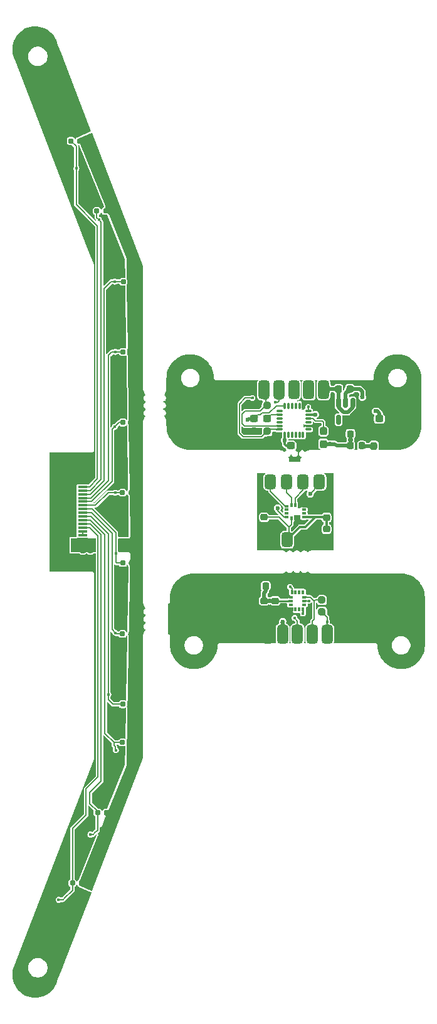
<source format=gbr>
%TF.GenerationSoftware,KiCad,Pcbnew,8.0.3*%
%TF.CreationDate,2025-05-12T21:07:43+02:00*%
%TF.ProjectId,IMU_PCBs,494d555f-5043-4427-932e-6b696361645f,rev?*%
%TF.SameCoordinates,Original*%
%TF.FileFunction,Copper,L1,Top*%
%TF.FilePolarity,Positive*%
%FSLAX46Y46*%
G04 Gerber Fmt 4.6, Leading zero omitted, Abs format (unit mm)*
G04 Created by KiCad (PCBNEW 8.0.3) date 2025-05-12 21:07:43*
%MOMM*%
%LPD*%
G01*
G04 APERTURE LIST*
G04 Aperture macros list*
%AMRoundRect*
0 Rectangle with rounded corners*
0 $1 Rounding radius*
0 $2 $3 $4 $5 $6 $7 $8 $9 X,Y pos of 4 corners*
0 Add a 4 corners polygon primitive as box body*
4,1,4,$2,$3,$4,$5,$6,$7,$8,$9,$2,$3,0*
0 Add four circle primitives for the rounded corners*
1,1,$1+$1,$2,$3*
1,1,$1+$1,$4,$5*
1,1,$1+$1,$6,$7*
1,1,$1+$1,$8,$9*
0 Add four rect primitives between the rounded corners*
20,1,$1+$1,$2,$3,$4,$5,0*
20,1,$1+$1,$4,$5,$6,$7,0*
20,1,$1+$1,$6,$7,$8,$9,0*
20,1,$1+$1,$8,$9,$2,$3,0*%
G04 Aperture macros list end*
%TA.AperFunction,SMDPad,CuDef*%
%ADD10RoundRect,0.155000X-0.155000X0.212500X-0.155000X-0.212500X0.155000X-0.212500X0.155000X0.212500X0*%
%TD*%
%TA.AperFunction,SMDPad,CuDef*%
%ADD11RoundRect,0.160000X-0.197500X-0.160000X0.197500X-0.160000X0.197500X0.160000X-0.197500X0.160000X0*%
%TD*%
%TA.AperFunction,SMDPad,CuDef*%
%ADD12R,1.300000X0.300000*%
%TD*%
%TA.AperFunction,SMDPad,CuDef*%
%ADD13R,2.200000X1.800000*%
%TD*%
%TA.AperFunction,SMDPad,CuDef*%
%ADD14RoundRect,0.087500X-0.207500X-0.087500X0.207500X-0.087500X0.207500X0.087500X-0.207500X0.087500X0*%
%TD*%
%TA.AperFunction,SMDPad,CuDef*%
%ADD15RoundRect,0.087500X-0.087500X-0.207500X0.087500X-0.207500X0.087500X0.207500X-0.087500X0.207500X0*%
%TD*%
%TA.AperFunction,SMDPad,CuDef*%
%ADD16RoundRect,0.225000X-0.225000X-0.250000X0.225000X-0.250000X0.225000X0.250000X-0.225000X0.250000X0*%
%TD*%
%TA.AperFunction,SMDPad,CuDef*%
%ADD17RoundRect,0.237500X-0.250000X-0.237500X0.250000X-0.237500X0.250000X0.237500X-0.250000X0.237500X0*%
%TD*%
%TA.AperFunction,SMDPad,CuDef*%
%ADD18RoundRect,0.237500X-0.300000X-0.237500X0.300000X-0.237500X0.300000X0.237500X-0.300000X0.237500X0*%
%TD*%
%TA.AperFunction,SMDPad,CuDef*%
%ADD19RoundRect,0.237500X0.250000X0.237500X-0.250000X0.237500X-0.250000X-0.237500X0.250000X-0.237500X0*%
%TD*%
%TA.AperFunction,SMDPad,CuDef*%
%ADD20RoundRect,0.375000X0.375000X-0.875000X0.375000X0.875000X-0.375000X0.875000X-0.375000X-0.875000X0*%
%TD*%
%TA.AperFunction,SMDPad,CuDef*%
%ADD21RoundRect,0.237500X0.300000X0.237500X-0.300000X0.237500X-0.300000X-0.237500X0.300000X-0.237500X0*%
%TD*%
%TA.AperFunction,SMDPad,CuDef*%
%ADD22RoundRect,0.150000X-0.150000X0.512500X-0.150000X-0.512500X0.150000X-0.512500X0.150000X0.512500X0*%
%TD*%
%TA.AperFunction,SMDPad,CuDef*%
%ADD23RoundRect,0.225000X0.225000X0.250000X-0.225000X0.250000X-0.225000X-0.250000X0.225000X-0.250000X0*%
%TD*%
%TA.AperFunction,SMDPad,CuDef*%
%ADD24RoundRect,0.375000X0.375000X-0.625000X0.375000X0.625000X-0.375000X0.625000X-0.375000X-0.625000X0*%
%TD*%
%TA.AperFunction,SMDPad,CuDef*%
%ADD25RoundRect,0.087500X-0.087500X0.207500X-0.087500X-0.207500X0.087500X-0.207500X0.087500X0.207500X0*%
%TD*%
%TA.AperFunction,SMDPad,CuDef*%
%ADD26RoundRect,0.087500X-0.207500X0.087500X-0.207500X-0.087500X0.207500X-0.087500X0.207500X0.087500X0*%
%TD*%
%TA.AperFunction,SMDPad,CuDef*%
%ADD27RoundRect,0.225000X-0.250000X0.225000X-0.250000X-0.225000X0.250000X-0.225000X0.250000X0.225000X0*%
%TD*%
%TA.AperFunction,SMDPad,CuDef*%
%ADD28RoundRect,0.237500X0.237500X-0.300000X0.237500X0.300000X-0.237500X0.300000X-0.237500X-0.300000X0*%
%TD*%
%TA.AperFunction,SMDPad,CuDef*%
%ADD29RoundRect,0.225000X0.250000X-0.225000X0.250000X0.225000X-0.250000X0.225000X-0.250000X-0.225000X0*%
%TD*%
%TA.AperFunction,SMDPad,CuDef*%
%ADD30RoundRect,0.075000X0.075000X-0.350000X0.075000X0.350000X-0.075000X0.350000X-0.075000X-0.350000X0*%
%TD*%
%TA.AperFunction,SMDPad,CuDef*%
%ADD31RoundRect,0.075000X0.350000X0.075000X-0.350000X0.075000X-0.350000X-0.075000X0.350000X-0.075000X0*%
%TD*%
%TA.AperFunction,SMDPad,CuDef*%
%ADD32RoundRect,0.218750X-0.218750X-0.256250X0.218750X-0.256250X0.218750X0.256250X-0.218750X0.256250X0*%
%TD*%
%TA.AperFunction,SMDPad,CuDef*%
%ADD33RoundRect,0.375000X-0.375000X0.625000X-0.375000X-0.625000X0.375000X-0.625000X0.375000X0.625000X0*%
%TD*%
%TA.AperFunction,SMDPad,CuDef*%
%ADD34RoundRect,0.237500X-0.237500X0.250000X-0.237500X-0.250000X0.237500X-0.250000X0.237500X0.250000X0*%
%TD*%
%TA.AperFunction,SMDPad,CuDef*%
%ADD35RoundRect,0.375000X-0.375000X0.875000X-0.375000X-0.875000X0.375000X-0.875000X0.375000X0.875000X0*%
%TD*%
%TA.AperFunction,ViaPad*%
%ADD36C,0.400000*%
%TD*%
%TA.AperFunction,ViaPad*%
%ADD37C,0.600000*%
%TD*%
%TA.AperFunction,ViaPad*%
%ADD38C,0.550000*%
%TD*%
%TA.AperFunction,Conductor*%
%ADD39C,0.200000*%
%TD*%
%TA.AperFunction,Conductor*%
%ADD40C,0.150000*%
%TD*%
%TA.AperFunction,Conductor*%
%ADD41C,0.300000*%
%TD*%
%TA.AperFunction,Conductor*%
%ADD42C,0.500000*%
%TD*%
%TA.AperFunction,Conductor*%
%ADD43C,0.250000*%
%TD*%
G04 APERTURE END LIST*
D10*
%TO.P,C2,1*%
%TO.N,+3.3V*%
X78590000Y-110903872D03*
%TO.P,C2,2*%
%TO.N,GND*%
X78590000Y-112038872D03*
%TD*%
D11*
%TO.P,R12,1*%
%TO.N,N/C*%
X82942500Y-136821372D03*
%TO.P,R12,2*%
%TO.N,+3.3V*%
X84137500Y-136821372D03*
%TD*%
%TO.P,R3,1*%
%TO.N,N/C*%
X83002500Y-84121372D03*
%TO.P,R3,2*%
%TO.N,+3.3V*%
X84197500Y-84121372D03*
%TD*%
%TO.P,R14,1*%
%TO.N,N/C*%
X75970000Y-55641372D03*
%TO.P,R14,2*%
%TO.N,+3.3V*%
X77165000Y-55641372D03*
%TD*%
%TO.P,R9,1*%
%TO.N,N/C*%
X82935000Y-122161372D03*
%TO.P,R9,2*%
%TO.N,+3.3V*%
X84130000Y-122161372D03*
%TD*%
%TO.P,R7,1*%
%TO.N,N/C*%
X82980000Y-93651372D03*
%TO.P,R7,2*%
%TO.N,+3.3V*%
X84175000Y-93651372D03*
%TD*%
D12*
%TO.P,J1,1,Pin_1*%
%TO.N,GND*%
X77580000Y-101321372D03*
%TO.P,J1,2,Pin_2*%
X77580000Y-101821372D03*
%TO.P,J1,3,Pin_3*%
%TO.N,N/C*%
X77580000Y-102321372D03*
%TO.P,J1,4,Pin_4*%
X77580000Y-102821372D03*
%TO.P,J1,5,Pin_5*%
X77580000Y-103321372D03*
%TO.P,J1,6,Pin_6*%
X77580000Y-103821372D03*
%TO.P,J1,7,Pin_7*%
X77580000Y-104321372D03*
%TO.P,J1,8,Pin_8*%
X77580000Y-104821372D03*
%TO.P,J1,9,Pin_9*%
X77580000Y-105321372D03*
%TO.P,J1,10,Pin_10*%
X77580000Y-105821372D03*
%TO.P,J1,11,Pin_11*%
X77580000Y-106321372D03*
%TO.P,J1,12,Pin_12*%
X77580000Y-106821372D03*
%TO.P,J1,13,Pin_13*%
X77580000Y-107321372D03*
%TO.P,J1,14,Pin_14*%
X77580000Y-107821372D03*
%TO.P,J1,15,Pin_15*%
X77580000Y-108321372D03*
%TO.P,J1,16,Pin_16*%
X77580000Y-108821372D03*
%TO.P,J1,17,Pin_17*%
%TO.N,+3.3V*%
X77580000Y-109321372D03*
%TO.P,J1,18,Pin_18*%
X77580000Y-109821372D03*
D13*
%TO.P,J1,MP*%
%TO.N,GND*%
X74330000Y-99421372D03*
X74330000Y-111721372D03*
%TD*%
D11*
%TO.P,R13,1*%
%TO.N,N/C*%
X79465000Y-65101372D03*
%TO.P,R13,2*%
%TO.N,+3.3V*%
X80660000Y-65101372D03*
%TD*%
%TO.P,R6,1*%
%TO.N,N/C*%
X82942500Y-103101372D03*
%TO.P,R6,2*%
%TO.N,+3.3V*%
X84137500Y-103101372D03*
%TD*%
%TO.P,R10,1*%
%TO.N,N/C*%
X82960000Y-112601372D03*
%TO.P,R10,2*%
%TO.N,+3.3V*%
X84155000Y-112601372D03*
%TD*%
%TO.P,R4,1*%
%TO.N,N/C*%
X83035000Y-74641372D03*
%TO.P,R4,2*%
%TO.N,+3.3V*%
X84230000Y-74641372D03*
%TD*%
%TO.P,R18,1*%
%TO.N,N/C*%
X79575000Y-146271372D03*
%TO.P,R18,2*%
%TO.N,+3.3V*%
X80770000Y-146271372D03*
%TD*%
%TO.P,R15,1*%
%TO.N,N/C*%
X82995000Y-131661372D03*
%TO.P,R15,2*%
%TO.N,+3.3V*%
X84190000Y-131661372D03*
%TD*%
D10*
%TO.P,C1,1*%
%TO.N,+3.3V*%
X77580000Y-110913872D03*
%TO.P,C1,2*%
%TO.N,GND*%
X77580000Y-112048872D03*
%TD*%
D11*
%TO.P,R17,1*%
%TO.N,N/C*%
X76172500Y-155781372D03*
%TO.P,R17,2*%
%TO.N,+3.3V*%
X77367500Y-155781372D03*
%TD*%
D14*
%TO.P,U1,1,AP_SDO/AP_AD0*%
%TO.N,SPI_MISO*%
X105105000Y-104920000D03*
%TO.P,U1,2,RESV_2*%
%TO.N,unconnected-(U1-RESV_2-Pad2)*%
X105105000Y-105420000D03*
%TO.P,U1,3,RESV_3*%
%TO.N,unconnected-(U1-RESV_3-Pad3)*%
X105105000Y-105920000D03*
%TO.P,U1,4,INT1/INT*%
%TO.N,INT1*%
X105105000Y-106420000D03*
D15*
%TO.P,U1,5,VDDIO*%
%TO.N,+3.3V*%
X105770000Y-106585000D03*
%TO.P,U1,6,GND*%
%TO.N,GND*%
X106270000Y-106585000D03*
%TO.P,U1,7,RESV_7*%
X106770000Y-106585000D03*
D14*
%TO.P,U1,8,VDD*%
%TO.N,+3.3V*%
X107435000Y-106420000D03*
%TO.P,U1,9,INT2/FSYNC/CLKIN*%
%TO.N,unconnected-(U1-INT2{slash}FSYNC{slash}CLKIN-Pad9)*%
X107435000Y-105920000D03*
%TO.P,U1,10,RESV_10*%
%TO.N,unconnected-(U1-RESV_10-Pad10)*%
X107435000Y-105420000D03*
%TO.P,U1,11,RESV_11*%
%TO.N,GND*%
X107435000Y-104920000D03*
D15*
%TO.P,U1,12,AP_CS*%
X106770000Y-104755000D03*
%TO.P,U1,13,AP_SCL/AP_SCLK*%
%TO.N,SPI_SCK*%
X106270000Y-104755000D03*
%TO.P,U1,14,AP_SDA/AP_SDIO/AP_SDI*%
%TO.N,SPI_MOSI*%
X105770000Y-104755000D03*
%TD*%
D16*
%TO.P,C6,1*%
%TO.N,VDC*%
X112095000Y-89130000D03*
%TO.P,C6,2*%
%TO.N,GND*%
X113645000Y-89130000D03*
%TD*%
D17*
%TO.P,R2,1*%
%TO.N,+3.3V*%
X100645000Y-94830000D03*
%TO.P,R2,2*%
%TO.N,I2C3_SDA*%
X102470000Y-94830000D03*
%TD*%
D18*
%TO.P,C4,1*%
%TO.N,+3.3V*%
X115907500Y-93130000D03*
%TO.P,C4,2*%
%TO.N,GND*%
X117632500Y-93130000D03*
%TD*%
D19*
%TO.P,R2,1*%
%TO.N,+3.3V*%
X111685000Y-119160000D03*
%TO.P,R2,2*%
%TO.N,I2C3_SCL*%
X109860000Y-119160000D03*
%TD*%
D20*
%TO.P,IMU_Conn1,1,Pin_1*%
%TO.N,+3.3V*%
X102560000Y-122210000D03*
%TO.P,IMU_Conn1,2,Pin_2*%
%TO.N,GND*%
X104560000Y-122210000D03*
%TO.P,IMU_Conn1,3,Pin_3*%
%TO.N,I2C3_IMU_INT*%
X106560000Y-122210000D03*
%TO.P,IMU_Conn1,4,Pin_4*%
%TO.N,I2C3_SDA*%
X108560000Y-122210000D03*
%TO.P,IMU_Conn1,5,Pin_5*%
%TO.N,I2C3_SCL*%
X110560000Y-122210000D03*
%TD*%
D21*
%TO.P,C2,1*%
%TO.N,Net-(U1-CPOUT)*%
X102432500Y-93130000D03*
%TO.P,C2,2*%
%TO.N,GND*%
X100707500Y-93130000D03*
%TD*%
D22*
%TO.P,U2,1,V_{IN}*%
%TO.N,VDC*%
X114020000Y-90992500D03*
%TO.P,U2,2,V_{SS}*%
%TO.N,GND*%
X113070000Y-90992500D03*
%TO.P,U2,3,CE*%
%TO.N,VDC*%
X112120000Y-90992500D03*
%TO.P,U2,4,NC*%
%TO.N,unconnected-(U2-NC-Pad4)*%
X112120000Y-93267500D03*
%TO.P,U2,5,V_{OUT}*%
%TO.N,+3.3V*%
X114020000Y-93267500D03*
%TD*%
D23*
%TO.P,C3,1*%
%TO.N,+3.3V*%
X103835000Y-115710000D03*
%TO.P,C3,2*%
%TO.N,GND*%
X102285000Y-115710000D03*
%TD*%
D24*
%TO.P,J2,1,Pin_1*%
%TO.N,+3.3V*%
X105170000Y-109470000D03*
%TO.P,J2,2,Pin_2*%
%TO.N,GND*%
X107370000Y-109470000D03*
%TD*%
D25*
%TO.P,U1,1,AP_SDO/AP_AD0*%
%TO.N,unconnected-(U1-AP_SDO{slash}AP_AD0-Pad1)*%
X107310000Y-116545000D03*
%TO.P,U1,2,RESV_2*%
%TO.N,unconnected-(U1-RESV_2-Pad2)*%
X106810000Y-116545000D03*
%TO.P,U1,3,RESV_3*%
%TO.N,unconnected-(U1-RESV_3-Pad3)*%
X106310000Y-116545000D03*
%TO.P,U1,4,INT1/INT*%
%TO.N,I2C3_IMU_INT*%
X105810000Y-116545000D03*
D26*
%TO.P,U1,5,VDDIO*%
%TO.N,+3.3V*%
X105645000Y-117210000D03*
%TO.P,U1,6,GND*%
%TO.N,GND*%
X105645000Y-117710000D03*
%TO.P,U1,7,RESV_7*%
%TO.N,unconnected-(U1-RESV_7-Pad7)*%
X105645000Y-118210000D03*
D25*
%TO.P,U1,8,VDD*%
%TO.N,+3.3V*%
X105810000Y-118875000D03*
%TO.P,U1,9,INT2/FSYNC/CLKIN*%
%TO.N,unconnected-(U1-INT2{slash}FSYNC{slash}CLKIN-Pad9)*%
X106310000Y-118875000D03*
%TO.P,U1,10,RESV_10*%
%TO.N,unconnected-(U1-RESV_10-Pad10)*%
X106810000Y-118875000D03*
%TO.P,U1,11,RESV_11*%
%TO.N,GND*%
X107310000Y-118875000D03*
D26*
%TO.P,U1,12,AP_CS*%
%TO.N,unconnected-(U1-AP_CS-Pad12)*%
X107475000Y-118210000D03*
%TO.P,U1,13,AP_SCL/AP_SCLK*%
%TO.N,I2C3_SCL*%
X107475000Y-117710000D03*
%TO.P,U1,14,AP_SDA/AP_SDIO/AP_SDI*%
%TO.N,I2C3_SDA*%
X107475000Y-117210000D03*
%TD*%
D27*
%TO.P,C1,1*%
%TO.N,GND*%
X102070000Y-104870000D03*
%TO.P,C1,2*%
%TO.N,+3.3V*%
X102070000Y-106420000D03*
%TD*%
%TO.P,C3,1*%
%TO.N,+3.3V*%
X110470000Y-108020000D03*
%TO.P,C3,2*%
%TO.N,GND*%
X110470000Y-109570000D03*
%TD*%
D28*
%TO.P,C1,1*%
%TO.N,GND*%
X110070000Y-96542500D03*
%TO.P,C1,2*%
%TO.N,Net-(U1-REGOUT)*%
X110070000Y-94817500D03*
%TD*%
D29*
%TO.P,C1,1*%
%TO.N,+3.3V*%
X103560000Y-119260000D03*
%TO.P,C1,2*%
%TO.N,GND*%
X103560000Y-117710000D03*
%TD*%
D23*
%TO.P,C5,1*%
%TO.N,+3.3V*%
X115270000Y-95180000D03*
%TO.P,C5,2*%
%TO.N,GND*%
X113720000Y-95180000D03*
%TD*%
D19*
%TO.P,R1,1*%
%TO.N,+3.3V*%
X111672500Y-117610000D03*
%TO.P,R1,2*%
%TO.N,I2C3_SDA*%
X109847500Y-117610000D03*
%TD*%
D29*
%TO.P,C2,1*%
%TO.N,+3.3V*%
X110470000Y-106470000D03*
%TO.P,C2,2*%
%TO.N,GND*%
X110470000Y-104920000D03*
%TD*%
D17*
%TO.P,R3,1*%
%TO.N,+3.3V*%
X100645000Y-91330000D03*
%TO.P,R3,2*%
%TO.N,I2C3_SCL*%
X102470000Y-91330000D03*
%TD*%
D29*
%TO.P,C2,1*%
%TO.N,+3.3V*%
X102060000Y-119260000D03*
%TO.P,C2,2*%
%TO.N,GND*%
X102060000Y-117710000D03*
%TD*%
D30*
%TO.P,U1,1,CLKIN*%
%TO.N,GND*%
X104820000Y-95280000D03*
%TO.P,U1,2,NC*%
%TO.N,unconnected-(U1-NC-Pad2)*%
X105320000Y-95280000D03*
%TO.P,U1,3,NC*%
%TO.N,unconnected-(U1-NC-Pad3)*%
X105820000Y-95280000D03*
%TO.P,U1,4,NC*%
%TO.N,unconnected-(U1-NC-Pad4)*%
X106320000Y-95280000D03*
%TO.P,U1,5,NC*%
%TO.N,unconnected-(U1-NC-Pad5)*%
X106820000Y-95280000D03*
%TO.P,U1,6,AUX_DA*%
%TO.N,unconnected-(U1-AUX_DA-Pad6)*%
X107320000Y-95280000D03*
D31*
%TO.P,U1,7,AUX_CL*%
%TO.N,unconnected-(U1-AUX_CL-Pad7)*%
X108020000Y-94580000D03*
%TO.P,U1,8,VLOGIC*%
%TO.N,+3.3V*%
X108020000Y-94080000D03*
%TO.P,U1,9,AD0*%
%TO.N,unconnected-(U1-AD0-Pad9)*%
X108020000Y-93580000D03*
%TO.P,U1,10,REGOUT*%
%TO.N,Net-(U1-REGOUT)*%
X108020000Y-93080000D03*
%TO.P,U1,11,FSYNC*%
%TO.N,GND*%
X108020000Y-92580000D03*
%TO.P,U1,12,INT*%
%TO.N,I2C3_IMU_INT*%
X108020000Y-92080000D03*
D30*
%TO.P,U1,13,VDD*%
%TO.N,+3.3V*%
X107320000Y-91380000D03*
%TO.P,U1,14,NC*%
%TO.N,unconnected-(U1-NC-Pad14)*%
X106820000Y-91380000D03*
%TO.P,U1,15,NC*%
%TO.N,unconnected-(U1-NC-Pad15)*%
X106320000Y-91380000D03*
%TO.P,U1,16,NC*%
%TO.N,unconnected-(U1-NC-Pad16)*%
X105820000Y-91380000D03*
%TO.P,U1,17,NC*%
%TO.N,unconnected-(U1-NC-Pad17)*%
X105320000Y-91380000D03*
%TO.P,U1,18,GND*%
%TO.N,GND*%
X104820000Y-91380000D03*
D31*
%TO.P,U1,19,RESV*%
%TO.N,unconnected-(U1-RESV-Pad19)*%
X104120000Y-92080000D03*
%TO.P,U1,20,CPOUT*%
%TO.N,Net-(U1-CPOUT)*%
X104120000Y-92580000D03*
%TO.P,U1,21,RESV*%
%TO.N,unconnected-(U1-RESV-Pad21)*%
X104120000Y-93080000D03*
%TO.P,U1,22,RESV*%
%TO.N,unconnected-(U1-RESV-Pad22)*%
X104120000Y-93580000D03*
%TO.P,U1,23,SCL*%
%TO.N,I2C3_SCL*%
X104120000Y-94080000D03*
%TO.P,U1,24,SDA*%
%TO.N,I2C3_SDA*%
X104120000Y-94580000D03*
%TD*%
D32*
%TO.P,D1,1,K*%
%TO.N,GND*%
X113695000Y-96780000D03*
%TO.P,D1,2,A*%
%TO.N,Net-(D1-A)*%
X115270000Y-96780000D03*
%TD*%
D21*
%TO.P,C3,1*%
%TO.N,+3.3V*%
X107420000Y-96780000D03*
%TO.P,C3,2*%
%TO.N,GND*%
X105695000Y-96780000D03*
%TD*%
D33*
%TO.P,J1,1,Pin_1*%
%TO.N,INT1*%
X109520000Y-101670000D03*
%TO.P,J1,2,Pin_2*%
%TO.N,SPI_SCK*%
X107320000Y-101670000D03*
%TO.P,J1,3,Pin_3*%
%TO.N,SPI_MOSI*%
X105120000Y-101670000D03*
%TO.P,J1,4,Pin_4*%
%TO.N,SPI_MISO*%
X102920000Y-101670000D03*
%TD*%
D34*
%TO.P,R1,1*%
%TO.N,+3.3V*%
X116870000Y-94967500D03*
%TO.P,R1,2*%
%TO.N,Net-(D1-A)*%
X116870000Y-96792500D03*
%TD*%
D35*
%TO.P,IMU_Conn1,1,Pin_1*%
%TO.N,VDC*%
X110070000Y-89230000D03*
%TO.P,IMU_Conn1,2,Pin_2*%
%TO.N,GND*%
X108070000Y-89230000D03*
%TO.P,IMU_Conn1,3,Pin_3*%
%TO.N,I2C3_IMU_INT*%
X106070000Y-89230000D03*
%TO.P,IMU_Conn1,4,Pin_4*%
%TO.N,I2C3_SDA*%
X104070000Y-89230000D03*
%TO.P,IMU_Conn1,5,Pin_5*%
%TO.N,I2C3_SCL*%
X102070000Y-89230000D03*
%TD*%
D36*
%TO.N,*%
X81985000Y-122026372D03*
X81950000Y-84121372D03*
X74300000Y-158041372D03*
X81950000Y-103101372D03*
X82040000Y-111271372D03*
X76710000Y-59351372D03*
X78600000Y-149241372D03*
X81900000Y-74641372D03*
X81870000Y-94231372D03*
X79750000Y-66291372D03*
D37*
%TO.N,GND*%
X73990000Y-50281372D03*
X78350000Y-100491372D03*
X81680000Y-105431372D03*
X81900000Y-86861372D03*
X73140000Y-155831372D03*
X80560000Y-143271372D03*
X77700000Y-148401372D03*
X75220000Y-110141372D03*
X77520000Y-100481372D03*
X80770000Y-137991372D03*
X81900000Y-91191372D03*
X78260000Y-63031372D03*
X82530000Y-101441372D03*
X81600000Y-132991372D03*
X77570000Y-113091372D03*
X83100000Y-120511372D03*
X76540000Y-100431372D03*
X81880000Y-124321372D03*
%TO.N,+3.3V*%
X83840002Y-70321370D03*
X85160000Y-109571372D03*
X76430000Y-110631372D03*
X84180002Y-109571372D03*
X84369998Y-89321370D03*
X78140000Y-55281372D03*
X85220000Y-110571372D03*
%TO.N,GND*%
X82270000Y-116591372D03*
D36*
%TO.N,*%
X82050000Y-137851372D03*
D37*
%TO.N,+3.3V*%
X78850000Y-109801372D03*
%TO.N,GND*%
X81120000Y-68851372D03*
D36*
%TO.N,*%
X81030000Y-130321372D03*
D37*
%TO.N,GND*%
X78670000Y-113071372D03*
X77230000Y-145371372D03*
X81720000Y-128441372D03*
%TO.N,+3.3V*%
X84199998Y-127321370D03*
X81720000Y-147141372D03*
X76420000Y-109751372D03*
%TO.N,GND*%
X81380000Y-72391372D03*
X83080000Y-119321372D03*
X81990000Y-81901372D03*
X82210000Y-119351372D03*
X76530000Y-112321372D03*
%TO.N,+3.3V*%
X99620000Y-94830000D03*
X101920000Y-96730000D03*
X110170000Y-92680000D03*
X108795000Y-95280000D03*
X99670000Y-91480000D03*
X97570000Y-91480000D03*
%TO.N,GND*%
X99795000Y-93280000D03*
X108970000Y-92580000D03*
D38*
X102670000Y-108770000D03*
D36*
X107310000Y-119410000D03*
D37*
X117120000Y-92130000D03*
D38*
X109270000Y-103670000D03*
D37*
X104820000Y-96030000D03*
X102810000Y-117710000D03*
X104560000Y-120510000D03*
D36*
X106370000Y-107370000D03*
D37*
X113720000Y-95980000D03*
D38*
X109070000Y-108770000D03*
D37*
X115320000Y-90230000D03*
X110920000Y-96542500D03*
X108070000Y-89130000D03*
D38*
X102170000Y-103570000D03*
D37*
%TO.N,INT1*%
X108270000Y-103270000D03*
X103870000Y-105170000D03*
D36*
%TO.N,I2C3_SCL*%
X108110000Y-117710000D03*
X110560000Y-120560000D03*
%TO.N,I2C3_SDA*%
X100470000Y-90330000D03*
X103570000Y-90880000D03*
%TO.N,I2C3_IMU_INT*%
X106160000Y-120010000D03*
X108020000Y-91530000D03*
X105560000Y-115810000D03*
X106070000Y-89980000D03*
%TD*%
D39*
%TO.N,*%
X82120000Y-122161372D02*
X82935000Y-122161372D01*
X81530000Y-121571372D02*
X81985000Y-122026372D01*
X79280000Y-104821372D02*
X77580000Y-104821372D01*
X76710000Y-64251372D02*
X76710000Y-59351372D01*
X78742744Y-105821372D02*
X81530000Y-108608628D01*
X77580000Y-105821372D02*
X78742744Y-105821372D01*
X80030000Y-66571372D02*
X80030000Y-101337057D01*
X78545685Y-102821372D02*
X77580000Y-102821372D01*
X79530000Y-67071372D02*
X76710000Y-64251372D01*
X81530000Y-108608628D02*
X81530000Y-121571372D01*
X76710000Y-59351372D02*
X76710000Y-56381372D01*
X81000000Y-103101372D02*
X79280000Y-104821372D01*
X81985000Y-122026372D02*
X82120000Y-122161372D01*
X78480000Y-102321372D02*
X79530000Y-101271372D01*
X82942500Y-103101372D02*
X81950000Y-103101372D01*
X79750000Y-66291372D02*
X80030000Y-66571372D01*
X76710000Y-56381372D02*
X75970000Y-55641372D01*
X79530000Y-101271372D02*
X79530000Y-67071372D01*
X81950000Y-103101372D02*
X81000000Y-103101372D01*
X77580000Y-102321372D02*
X78480000Y-102321372D01*
X81900000Y-74641372D02*
X83035000Y-74641372D01*
X81030000Y-101468428D02*
X78677056Y-103821372D01*
X78530000Y-143571372D02*
X80030000Y-142071372D01*
X78545686Y-107321372D02*
X77580000Y-107321372D01*
X77580000Y-103321372D02*
X78611371Y-103321372D01*
X78970000Y-149241372D02*
X78600000Y-149241372D01*
X80030000Y-108805686D02*
X78545686Y-107321372D01*
X78742742Y-104321372D02*
X81530000Y-101534114D01*
X79575000Y-148636372D02*
X79120000Y-149091372D01*
X80030000Y-142071372D02*
X80030000Y-108805686D01*
X79575000Y-146271372D02*
X79575000Y-146116372D01*
X78030000Y-143071372D02*
X78030000Y-146571372D01*
X79120000Y-149091372D02*
X78970000Y-149241372D01*
X78677056Y-103821372D02*
X77580000Y-103821372D01*
X82040000Y-112501372D02*
X82140000Y-112601372D01*
X82040000Y-108531372D02*
X82040000Y-111271372D01*
X80430000Y-75571372D02*
X81360000Y-74641372D01*
X78611371Y-103321372D02*
X80430000Y-101502743D01*
X79575000Y-146116372D02*
X78530000Y-145071372D01*
X81530000Y-94571372D02*
X81870000Y-94231372D01*
X81030000Y-84571372D02*
X81030000Y-101468428D01*
X81950000Y-84121372D02*
X81480000Y-84121372D01*
X82140000Y-112601372D02*
X82960000Y-112601372D01*
X81480000Y-84121372D02*
X81030000Y-84571372D01*
X81870000Y-94231372D02*
X82450000Y-93651372D01*
X79465000Y-65101372D02*
X79465000Y-66006372D01*
X80030000Y-101337057D02*
X78545685Y-102821372D01*
X83002500Y-84121372D02*
X81950000Y-84121372D01*
X79465000Y-66006372D02*
X79750000Y-66291372D01*
X78030000Y-146571372D02*
X76172500Y-148428872D01*
X78480000Y-107821372D02*
X79630000Y-108971372D01*
X82040000Y-111271372D02*
X82040000Y-112501372D01*
X75040000Y-157911372D02*
X74910000Y-158041372D01*
X74910000Y-158041372D02*
X74300000Y-158041372D01*
X79630000Y-141471372D02*
X78030000Y-143071372D01*
X77580000Y-104321372D02*
X78742742Y-104321372D01*
X76172500Y-148428872D02*
X76172500Y-155781372D01*
X77580000Y-107821372D02*
X78480000Y-107821372D01*
X79575000Y-146271372D02*
X79575000Y-148636372D01*
X76172500Y-156778872D02*
X75040000Y-157911372D01*
X79630000Y-108971372D02*
X79630000Y-141471372D01*
X76172500Y-155781372D02*
X76172500Y-156778872D01*
X78830000Y-105321372D02*
X82040000Y-108531372D01*
X81360000Y-74641372D02*
X81900000Y-74641372D01*
X80430000Y-101502743D02*
X80430000Y-75571372D01*
X82450000Y-93651372D02*
X82980000Y-93651372D01*
X81530000Y-101534114D02*
X81530000Y-94571372D01*
X78530000Y-145071372D02*
X78530000Y-143571372D01*
X77580000Y-105321372D02*
X78830000Y-105321372D01*
X81030000Y-108674314D02*
X81030000Y-130321372D01*
X78677058Y-106321372D02*
X81030000Y-108674314D01*
X81030000Y-130321372D02*
X81030000Y-131071372D01*
X81030000Y-131071372D02*
X81620000Y-131661372D01*
X81780000Y-137231372D02*
X81780000Y-136821372D01*
X77580000Y-108321372D02*
X77580000Y-108821372D01*
X80530000Y-108740000D02*
X80530000Y-135571372D01*
X77580000Y-106821372D02*
X78611372Y-106821372D01*
X81940000Y-137391372D02*
X81780000Y-137231372D01*
X80530000Y-135571372D02*
X81780000Y-136821372D01*
X78611372Y-106821372D02*
X80530000Y-108740000D01*
X81940000Y-137741372D02*
X81940000Y-137391372D01*
X81780000Y-136821372D02*
X82942500Y-136821372D01*
X82050000Y-137851372D02*
X81940000Y-137741372D01*
X81620000Y-131661372D02*
X82995000Y-131661372D01*
X77580000Y-106321372D02*
X78677058Y-106321372D01*
D40*
%TO.N,+3.3V*%
X105395000Y-107770000D02*
X105770000Y-107395000D01*
X110420000Y-106420000D02*
X110470000Y-106470000D01*
X105395000Y-109745000D02*
X105170000Y-109970000D01*
X105395000Y-107770000D02*
X105395000Y-109745000D01*
X104045000Y-106420000D02*
X105395000Y-107770000D01*
X102045000Y-106420000D02*
X104045000Y-106420000D01*
D41*
X108795000Y-95280000D02*
X108795000Y-96505000D01*
X108795000Y-96505000D02*
X108520000Y-96780000D01*
X108520000Y-96780000D02*
X107420000Y-96780000D01*
X100657500Y-91480000D02*
X99670000Y-91480000D01*
D42*
X115907500Y-93130000D02*
X115907500Y-94542500D01*
X115907500Y-94542500D02*
X115270000Y-95180000D01*
D41*
X106870000Y-107770000D02*
X107620000Y-107770000D01*
X110470000Y-108020000D02*
X110470000Y-106470000D01*
D42*
X114157500Y-93130000D02*
X114020000Y-93267500D01*
D41*
X107435000Y-106420000D02*
X110420000Y-106420000D01*
X108795000Y-94326880D02*
X108795000Y-95280000D01*
X105170000Y-109470000D02*
X106870000Y-107770000D01*
X107320000Y-91380000D02*
X107320000Y-90930000D01*
D42*
X116382500Y-95017500D02*
X116870000Y-95017500D01*
D41*
X107370000Y-90880000D02*
X109620000Y-90880000D01*
D42*
X100645000Y-94830000D02*
X99620000Y-94830000D01*
D41*
X107620000Y-107770000D02*
X108970000Y-106420000D01*
D40*
X105770000Y-107395000D02*
X105770000Y-106585000D01*
D41*
X108548120Y-94080000D02*
X108795000Y-94326880D01*
X107320000Y-90930000D02*
X107370000Y-90880000D01*
X109620000Y-90880000D02*
X110170000Y-91430000D01*
X108020000Y-94080000D02*
X108548120Y-94080000D01*
D40*
X111747500Y-117660000D02*
X111669252Y-117738248D01*
D41*
X110170000Y-91430000D02*
X110170000Y-92680000D01*
D42*
X115907500Y-93130000D02*
X114157500Y-93130000D01*
X115907500Y-94542500D02*
X116382500Y-95017500D01*
%TO.N,GND*%
X115320000Y-89480000D02*
X114970000Y-89130000D01*
X102285000Y-115710000D02*
X102285000Y-116385000D01*
X113720000Y-96755000D02*
X113695000Y-96780000D01*
X115320000Y-90230000D02*
X115320000Y-89480000D01*
X102060000Y-116610000D02*
X102060000Y-117710000D01*
D43*
X107310000Y-118875000D02*
X107310000Y-119410000D01*
D42*
X102810000Y-117710000D02*
X103560000Y-117710000D01*
D40*
X102687526Y-92380000D02*
X101752475Y-92380000D01*
D41*
X100707500Y-93130000D02*
X99945000Y-93130000D01*
D42*
X113070000Y-89705000D02*
X113645000Y-89130000D01*
D41*
X108020000Y-92580000D02*
X108970000Y-92580000D01*
D40*
X103687526Y-91380000D02*
X102687526Y-92380000D01*
D42*
X113070000Y-90992500D02*
X113070000Y-89705000D01*
D41*
X99945000Y-93130000D02*
X99795000Y-93280000D01*
D42*
X113720000Y-95180000D02*
X113720000Y-95980000D01*
D40*
X104820000Y-91380000D02*
X103687526Y-91380000D01*
D42*
X102060000Y-117710000D02*
X102810000Y-117710000D01*
X104560000Y-122210000D02*
X104560000Y-120510000D01*
X102285000Y-116385000D02*
X102060000Y-116610000D01*
X110070000Y-96542500D02*
X110920000Y-96542500D01*
D40*
X101207500Y-92630000D02*
X100707500Y-93130000D01*
D42*
X114970000Y-89130000D02*
X113645000Y-89130000D01*
D41*
X104820000Y-96580000D02*
X105020000Y-96780000D01*
D42*
X117632500Y-93130000D02*
X117632500Y-92392500D01*
X111820000Y-96780000D02*
X113695000Y-96780000D01*
D41*
X105020000Y-96780000D02*
X105695000Y-96780000D01*
D42*
X117370000Y-92130000D02*
X117120000Y-92130000D01*
D40*
X101752475Y-92380000D02*
X101502475Y-92630000D01*
D42*
X111582500Y-96542500D02*
X111820000Y-96780000D01*
D43*
X105645000Y-117710000D02*
X103560000Y-117710000D01*
D42*
X113720000Y-95980000D02*
X113720000Y-96755000D01*
X117632500Y-92392500D02*
X117370000Y-92130000D01*
D41*
X104820000Y-96030000D02*
X104820000Y-96580000D01*
D40*
X101502475Y-92630000D02*
X101207500Y-92630000D01*
D41*
X104820000Y-95280000D02*
X104820000Y-96030000D01*
D42*
X110920000Y-96542500D02*
X111582500Y-96542500D01*
D39*
%TO.N,INT1*%
X109520000Y-102020000D02*
X109520000Y-101670000D01*
X105105000Y-106420000D02*
X104759568Y-106420000D01*
X104759568Y-106420000D02*
X103870000Y-105530432D01*
X103870000Y-105530432D02*
X103870000Y-105170000D01*
D40*
X109520000Y-101620000D02*
X109520000Y-101395000D01*
D39*
X108270000Y-103270000D02*
X109520000Y-102020000D01*
D40*
%TO.N,SPI_SCK*%
X106270000Y-104755000D02*
X106270000Y-103844924D01*
X106270000Y-103844924D02*
X107320000Y-102794924D01*
X107320000Y-102794924D02*
X107320000Y-101395000D01*
%TO.N,SPI_MOSI*%
X105120000Y-103120000D02*
X105120000Y-101395000D01*
X105770000Y-103770000D02*
X105120000Y-103120000D01*
X105770000Y-104755000D02*
X105770000Y-103770000D01*
%TO.N,SPI_MISO*%
X105105000Y-104920000D02*
X104920000Y-104920000D01*
X104920000Y-104920000D02*
X102920000Y-102920000D01*
X102920000Y-102920000D02*
X102920000Y-101395000D01*
%TO.N,unconnected-(U1-INT2{slash}FSYNC{slash}CLKIN-Pad9)*%
X107385000Y-105970000D02*
X107335000Y-105920000D01*
%TO.N,I2C3_SCL*%
X99070000Y-92480000D02*
X99470000Y-92080000D01*
X110560000Y-122210000D02*
X110560000Y-120560000D01*
X99470000Y-92080000D02*
X101557500Y-92080000D01*
X101557500Y-92080000D02*
X102320000Y-91317500D01*
X99070000Y-93780000D02*
X99070000Y-92480000D01*
X107475000Y-117710000D02*
X108110000Y-117710000D01*
X109835000Y-119185000D02*
X109835000Y-119160000D01*
X102320000Y-89380000D02*
X102070000Y-89130000D01*
X99370000Y-94080000D02*
X99070000Y-93780000D01*
X102320000Y-91317500D02*
X102320000Y-89380000D01*
X104120000Y-94080000D02*
X99370000Y-94080000D01*
X110560000Y-120560000D02*
X110560000Y-119910000D01*
X110560000Y-119910000D02*
X109835000Y-119185000D01*
%TO.N,I2C3_SDA*%
X108810000Y-120210000D02*
X108560000Y-120460000D01*
X98720000Y-91130000D02*
X99520000Y-90330000D01*
X107475000Y-117210000D02*
X108281752Y-117210000D01*
X98720000Y-95080000D02*
X98720000Y-91130000D01*
X102720000Y-94580000D02*
X102470000Y-94830000D01*
X101720000Y-95580000D02*
X99220000Y-95580000D01*
X108560000Y-120460000D02*
X108560000Y-122210000D01*
X108281752Y-117210000D02*
X108810000Y-117738248D01*
X108938248Y-117610000D02*
X108810000Y-117738248D01*
X103920000Y-90880000D02*
X104070000Y-90730000D01*
X104070000Y-90730000D02*
X104070000Y-89130000D01*
X99220000Y-95580000D02*
X98720000Y-95080000D01*
X104120000Y-94580000D02*
X102720000Y-94580000D01*
X109847500Y-117610000D02*
X108938248Y-117610000D01*
X99520000Y-90330000D02*
X100470000Y-90330000D01*
X102470000Y-94830000D02*
X101720000Y-95580000D01*
X103570000Y-90880000D02*
X103920000Y-90880000D01*
X108810000Y-117738248D02*
X108810000Y-120210000D01*
%TO.N,I2C3_IMU_INT*%
X106070000Y-89980000D02*
X106070000Y-89130000D01*
X105810000Y-116010000D02*
X105610000Y-115810000D01*
X105810000Y-116545000D02*
X105810000Y-116010000D01*
X108020000Y-92080000D02*
X108020000Y-91530000D01*
X106160000Y-120010000D02*
X106560000Y-120410000D01*
X106560000Y-120410000D02*
X106560000Y-122210000D01*
%TO.N,Net-(U1-REGOUT)*%
X108020000Y-93080000D02*
X108656827Y-93080000D01*
X109006827Y-93430000D02*
X109920000Y-93430000D01*
X110070000Y-93580000D02*
X110070000Y-94817500D01*
X108656827Y-93080000D02*
X109006827Y-93430000D01*
X109920000Y-93430000D02*
X110070000Y-93580000D01*
%TO.N,Net-(U1-CPOUT)*%
X104120000Y-92580000D02*
X102982500Y-92580000D01*
X102982500Y-92580000D02*
X102432500Y-93130000D01*
D42*
%TO.N,VDC*%
X112095000Y-90967500D02*
X112120000Y-90992500D01*
X110070000Y-89130000D02*
X112095000Y-89130000D01*
X112770000Y-92230000D02*
X113347684Y-92230000D01*
X112120000Y-91580000D02*
X112770000Y-92230000D01*
X112120000Y-90992500D02*
X112120000Y-91580000D01*
X112095000Y-89130000D02*
X112095000Y-90967500D01*
X113347684Y-92230000D02*
X114020000Y-91557684D01*
X114020000Y-91557684D02*
X114020000Y-90992500D01*
%TO.N,Net-(D1-A)*%
X115332500Y-96842500D02*
X115270000Y-96780000D01*
X116870000Y-96842500D02*
X115332500Y-96842500D01*
%TD*%
%TA.AperFunction,Conductor*%
%TO.N,+3.3V*%
G36*
X106097410Y-113724352D02*
G01*
X106105196Y-113734499D01*
X106129511Y-113776613D01*
X106213387Y-113860489D01*
X106316114Y-113919799D01*
X106344758Y-113927474D01*
X106430688Y-113950500D01*
X106430691Y-113950500D01*
X106549311Y-113950500D01*
X106606597Y-113935149D01*
X106663886Y-113919799D01*
X106766613Y-113860489D01*
X106850489Y-113776613D01*
X106874803Y-113734499D01*
X106904556Y-113711670D01*
X106917238Y-113710000D01*
X107062762Y-113710000D01*
X107097410Y-113724352D01*
X107105196Y-113734499D01*
X107129511Y-113776613D01*
X107213387Y-113860489D01*
X107316114Y-113919799D01*
X107344758Y-113927474D01*
X107430688Y-113950500D01*
X107430691Y-113950500D01*
X107549311Y-113950500D01*
X107606597Y-113935149D01*
X107663886Y-113919799D01*
X107766613Y-113860489D01*
X107850489Y-113776613D01*
X107864200Y-113752864D01*
X107893951Y-113730035D01*
X107931133Y-113734929D01*
X107934226Y-113736872D01*
X108032548Y-113803907D01*
X108032549Y-113803907D01*
X108032550Y-113803908D01*
X108244616Y-113906034D01*
X108244619Y-113906035D01*
X108244623Y-113906037D01*
X108469551Y-113975418D01*
X108702307Y-114010500D01*
X108780438Y-114010500D01*
X120512405Y-114010500D01*
X120558714Y-114010500D01*
X120561278Y-114010567D01*
X120891882Y-114027893D01*
X120896964Y-114028426D01*
X121222684Y-114080016D01*
X121227696Y-114081082D01*
X121546222Y-114166431D01*
X121551095Y-114168014D01*
X121858958Y-114286191D01*
X121863634Y-114288273D01*
X122064499Y-114390619D01*
X122157462Y-114437986D01*
X122161900Y-114440548D01*
X122438470Y-114620154D01*
X122442607Y-114623160D01*
X122481509Y-114654662D01*
X122698890Y-114830694D01*
X122702701Y-114834126D01*
X122935873Y-115067298D01*
X122939305Y-115071109D01*
X123087242Y-115253796D01*
X123146834Y-115327385D01*
X123149847Y-115331532D01*
X123211528Y-115426513D01*
X123329449Y-115608096D01*
X123332013Y-115612537D01*
X123481724Y-115906360D01*
X123483810Y-115911046D01*
X123601984Y-116218902D01*
X123603569Y-116223780D01*
X123688916Y-116542300D01*
X123689983Y-116547317D01*
X123741571Y-116873025D01*
X123742107Y-116878126D01*
X123757984Y-117181078D01*
X123759215Y-117204571D01*
X123759433Y-117208721D01*
X123759500Y-117211285D01*
X123759500Y-123708674D01*
X123759428Y-123711327D01*
X123740887Y-124053278D01*
X123740313Y-124058552D01*
X123685127Y-124395170D01*
X123683987Y-124400352D01*
X123592727Y-124729044D01*
X123591033Y-124734072D01*
X123464770Y-125050969D01*
X123462542Y-125055784D01*
X123302760Y-125357166D01*
X123300025Y-125361712D01*
X123108591Y-125644055D01*
X123105380Y-125648279D01*
X122884542Y-125908269D01*
X122880893Y-125912121D01*
X122633244Y-126146706D01*
X122629201Y-126150141D01*
X122357627Y-126356587D01*
X122353235Y-126359564D01*
X122060949Y-126535427D01*
X122056262Y-126537912D01*
X121746669Y-126681145D01*
X121741740Y-126683109D01*
X121418469Y-126792031D01*
X121413357Y-126793450D01*
X121080223Y-126866778D01*
X121074987Y-126867637D01*
X120735856Y-126904521D01*
X120730558Y-126904808D01*
X120389442Y-126904808D01*
X120384144Y-126904521D01*
X120045012Y-126867637D01*
X120039776Y-126866778D01*
X119706642Y-126793450D01*
X119701530Y-126792031D01*
X119536626Y-126736468D01*
X119378254Y-126683107D01*
X119373335Y-126681147D01*
X119063736Y-126537911D01*
X119059050Y-126535427D01*
X119049001Y-126529381D01*
X118766764Y-126359564D01*
X118762372Y-126356587D01*
X118490798Y-126150141D01*
X118486755Y-126146706D01*
X118239106Y-125912121D01*
X118235457Y-125908269D01*
X118014619Y-125648279D01*
X118011408Y-125644055D01*
X117819969Y-125361704D01*
X117817244Y-125357174D01*
X117657454Y-125055778D01*
X117655229Y-125050969D01*
X117528960Y-124734056D01*
X117527277Y-124729059D01*
X117436011Y-124400350D01*
X117434872Y-124395170D01*
X117379686Y-124058552D01*
X117379112Y-124053278D01*
X117376376Y-124002823D01*
X117360572Y-123711327D01*
X117360500Y-123708674D01*
X117360500Y-123662407D01*
X117360500Y-123662405D01*
X117348608Y-123625808D01*
X117347898Y-123623409D01*
X117344729Y-123611583D01*
X119309500Y-123611583D01*
X119309500Y-123808416D01*
X119340290Y-124002823D01*
X119340291Y-124002826D01*
X119401116Y-124190026D01*
X119490472Y-124365399D01*
X119490475Y-124365403D01*
X119490476Y-124365405D01*
X119606172Y-124524646D01*
X119606174Y-124524648D01*
X119606177Y-124524652D01*
X119745347Y-124663822D01*
X119745350Y-124663824D01*
X119745354Y-124663828D01*
X119904595Y-124779524D01*
X119904597Y-124779525D01*
X119904600Y-124779527D01*
X120079973Y-124868883D01*
X120079975Y-124868884D01*
X120267174Y-124929709D01*
X120461583Y-124960500D01*
X120461584Y-124960500D01*
X120658416Y-124960500D01*
X120658417Y-124960500D01*
X120852826Y-124929709D01*
X121040025Y-124868884D01*
X121215405Y-124779524D01*
X121374646Y-124663828D01*
X121513828Y-124524646D01*
X121629524Y-124365405D01*
X121718884Y-124190025D01*
X121779709Y-124002826D01*
X121810500Y-123808417D01*
X121810500Y-123611583D01*
X121779709Y-123417174D01*
X121718884Y-123229975D01*
X121629524Y-123054595D01*
X121513828Y-122895354D01*
X121513824Y-122895350D01*
X121513822Y-122895347D01*
X121374652Y-122756177D01*
X121374653Y-122756177D01*
X121322882Y-122718563D01*
X121215405Y-122640476D01*
X121215403Y-122640475D01*
X121215399Y-122640472D01*
X121040026Y-122551116D01*
X120852826Y-122490291D01*
X120852823Y-122490290D01*
X120703482Y-122466637D01*
X120658417Y-122459500D01*
X120461583Y-122459500D01*
X120424998Y-122465294D01*
X120267176Y-122490290D01*
X120267173Y-122490291D01*
X120079973Y-122551116D01*
X119904600Y-122640472D01*
X119745347Y-122756177D01*
X119606177Y-122895347D01*
X119490472Y-123054600D01*
X119401116Y-123229973D01*
X119340291Y-123417173D01*
X119340290Y-123417176D01*
X119309500Y-123611583D01*
X117344729Y-123611583D01*
X117340021Y-123594011D01*
X117338609Y-123591565D01*
X117334442Y-123582207D01*
X117331085Y-123571875D01*
X117313864Y-123548174D01*
X117311082Y-123543888D01*
X117300464Y-123525495D01*
X117300461Y-123525492D01*
X117300460Y-123525489D01*
X117291937Y-123516966D01*
X117286944Y-123511120D01*
X117275133Y-123494865D01*
X117258882Y-123483058D01*
X117253035Y-123478064D01*
X117244513Y-123469542D01*
X117244507Y-123469537D01*
X117226118Y-123458921D01*
X117221816Y-123456127D01*
X117198126Y-123438915D01*
X117198123Y-123438914D01*
X117187788Y-123435555D01*
X117178444Y-123431396D01*
X117177343Y-123430760D01*
X117175989Y-123429979D01*
X117175988Y-123429978D01*
X117175987Y-123429978D01*
X117146621Y-123422109D01*
X117144162Y-123421381D01*
X117107596Y-123409500D01*
X117107595Y-123409500D01*
X117099562Y-123409500D01*
X111496838Y-123409500D01*
X111462190Y-123395148D01*
X111447838Y-123360500D01*
X111451568Y-123341749D01*
X111495687Y-123235235D01*
X111510500Y-123122720D01*
X111510500Y-121297280D01*
X111495687Y-121184764D01*
X111437698Y-121044767D01*
X111345451Y-120924549D01*
X111225233Y-120832302D01*
X111169371Y-120809163D01*
X111112575Y-120785637D01*
X111111092Y-120784992D01*
X111110229Y-120784665D01*
X111085240Y-120774314D01*
X111085237Y-120774313D01*
X111085236Y-120774313D01*
X111064801Y-120771622D01*
X111040712Y-120768450D01*
X111035970Y-120767586D01*
X110978700Y-120754216D01*
X110948222Y-120732363D01*
X110942123Y-120695359D01*
X110944455Y-120688976D01*
X110944453Y-120688976D01*
X110945644Y-120685307D01*
X110945646Y-120685304D01*
X110965492Y-120560000D01*
X110945646Y-120434696D01*
X110945644Y-120434692D01*
X110945644Y-120434690D01*
X110888054Y-120321664D01*
X110888050Y-120321659D01*
X110888050Y-120321658D01*
X110865394Y-120299002D01*
X110857170Y-120288081D01*
X110851442Y-120277729D01*
X110851437Y-120277723D01*
X110847076Y-120272563D01*
X110835500Y-120240933D01*
X110835500Y-119855202D01*
X110835499Y-119855198D01*
X110819052Y-119815492D01*
X110793557Y-119753942D01*
X110793555Y-119753940D01*
X110793555Y-119753939D01*
X110716058Y-119676443D01*
X110559305Y-119519690D01*
X110544953Y-119485042D01*
X110545167Y-119480470D01*
X110545829Y-119473397D01*
X110547120Y-119459626D01*
X110547232Y-119458570D01*
X110550623Y-119429745D01*
X110550849Y-119383746D01*
X110550292Y-119378572D01*
X110548894Y-119371352D01*
X110548000Y-119362036D01*
X110548000Y-118869753D01*
X110548000Y-118869744D01*
X110545225Y-118840151D01*
X110501616Y-118715525D01*
X110501614Y-118715522D01*
X110501615Y-118715522D01*
X110423211Y-118609288D01*
X110316977Y-118530885D01*
X110316975Y-118530884D01*
X110279569Y-118517794D01*
X110192351Y-118487275D01*
X110192342Y-118487274D01*
X110162767Y-118484501D01*
X110162766Y-118484500D01*
X110162756Y-118484500D01*
X109557244Y-118484500D01*
X109557234Y-118484500D01*
X109557232Y-118484501D01*
X109527657Y-118487274D01*
X109527648Y-118487275D01*
X109403022Y-118530885D01*
X109296788Y-118609288D01*
X109218385Y-118715522D01*
X109180750Y-118823075D01*
X109155760Y-118851039D01*
X109118316Y-118853141D01*
X109090352Y-118828151D01*
X109085500Y-118806891D01*
X109085500Y-118006139D01*
X109099852Y-117971491D01*
X109134500Y-117957139D01*
X109169148Y-117971491D01*
X109180658Y-117989694D01*
X109187175Y-118007988D01*
X109187177Y-118007992D01*
X109188910Y-118011758D01*
X109188918Y-118011773D01*
X109188919Y-118011775D01*
X109192931Y-118019255D01*
X109196000Y-118026230D01*
X109198142Y-118032350D01*
X109205885Y-118054478D01*
X109284288Y-118160711D01*
X109384608Y-118234749D01*
X109390525Y-118239116D01*
X109515151Y-118282725D01*
X109544744Y-118285500D01*
X109544754Y-118285500D01*
X110150246Y-118285500D01*
X110150256Y-118285500D01*
X110179849Y-118282725D01*
X110304475Y-118239116D01*
X110410711Y-118160711D01*
X110489116Y-118054475D01*
X110532725Y-117929849D01*
X110535500Y-117900256D01*
X110535500Y-117319744D01*
X110532725Y-117290151D01*
X110489116Y-117165525D01*
X110489114Y-117165522D01*
X110489115Y-117165522D01*
X110410711Y-117059288D01*
X110304477Y-116980885D01*
X110304475Y-116980884D01*
X110267069Y-116967794D01*
X110179851Y-116937275D01*
X110179842Y-116937274D01*
X110150267Y-116934501D01*
X110150266Y-116934500D01*
X110150256Y-116934500D01*
X109544744Y-116934500D01*
X109544734Y-116934500D01*
X109544732Y-116934501D01*
X109515157Y-116937274D01*
X109515148Y-116937275D01*
X109390522Y-116980885D01*
X109284288Y-117059288D01*
X109205885Y-117165521D01*
X109185510Y-117223747D01*
X109183391Y-117228856D01*
X109174915Y-117246420D01*
X109167867Y-117273653D01*
X109166681Y-117277556D01*
X109162276Y-117290145D01*
X109161640Y-117293061D01*
X109160804Y-117292878D01*
X109144749Y-117323239D01*
X109113496Y-117334500D01*
X108883448Y-117334500D01*
X108851767Y-117347622D01*
X108814264Y-117347622D01*
X108798368Y-117337000D01*
X108437812Y-116976444D01*
X108437810Y-116976443D01*
X108421145Y-116969540D01*
X108421144Y-116969539D01*
X108336553Y-116934500D01*
X108336552Y-116934500D01*
X107922090Y-116934500D01*
X107887442Y-116920148D01*
X107848079Y-116880785D01*
X107848078Y-116880784D01*
X107749582Y-116837293D01*
X107749576Y-116837291D01*
X107728851Y-116834887D01*
X107696088Y-116816638D01*
X107685499Y-116786216D01*
X107685499Y-116294496D01*
X107682707Y-116270420D01*
X107639215Y-116171921D01*
X107639214Y-116171920D01*
X107639214Y-116171919D01*
X107563080Y-116095785D01*
X107464582Y-116052293D01*
X107452542Y-116050896D01*
X107440505Y-116049500D01*
X107440503Y-116049500D01*
X107179501Y-116049500D01*
X107179491Y-116049501D01*
X107155418Y-116052293D01*
X107079792Y-116085685D01*
X107042299Y-116086551D01*
X107040208Y-116085685D01*
X106964582Y-116052293D01*
X106952542Y-116050896D01*
X106940505Y-116049500D01*
X106940503Y-116049500D01*
X106679501Y-116049500D01*
X106679491Y-116049501D01*
X106655418Y-116052293D01*
X106579792Y-116085685D01*
X106542299Y-116086551D01*
X106540208Y-116085685D01*
X106464582Y-116052293D01*
X106452542Y-116050896D01*
X106440505Y-116049500D01*
X106440503Y-116049500D01*
X106179501Y-116049500D01*
X106179491Y-116049501D01*
X106155417Y-116052293D01*
X106155412Y-116052295D01*
X106154284Y-116052793D01*
X106153516Y-116052810D01*
X106151861Y-116053261D01*
X106151749Y-116052851D01*
X106116791Y-116053653D01*
X106089672Y-116027749D01*
X106085500Y-116007965D01*
X106085500Y-115955202D01*
X106085499Y-115955198D01*
X106068585Y-115914364D01*
X106068585Y-115914363D01*
X106065270Y-115906360D01*
X106043558Y-115853942D01*
X105982766Y-115793150D01*
X105970407Y-115772329D01*
X105947713Y-115695161D01*
X105946330Y-115689017D01*
X105945646Y-115684696D01*
X105944232Y-115681922D01*
X105942615Y-115678139D01*
X105941971Y-115676800D01*
X105941229Y-115675614D01*
X105939119Y-115671888D01*
X105888050Y-115571658D01*
X105798342Y-115481950D01*
X105798335Y-115481945D01*
X105685308Y-115424355D01*
X105685305Y-115424354D01*
X105685304Y-115424354D01*
X105560000Y-115404508D01*
X105434696Y-115424354D01*
X105434694Y-115424354D01*
X105434692Y-115424355D01*
X105434690Y-115424355D01*
X105321664Y-115481945D01*
X105321657Y-115481950D01*
X105231950Y-115571657D01*
X105231945Y-115571664D01*
X105174355Y-115684690D01*
X105174355Y-115684692D01*
X105174354Y-115684694D01*
X105174354Y-115684696D01*
X105154508Y-115810000D01*
X105174354Y-115935304D01*
X105174354Y-115935305D01*
X105174355Y-115935307D01*
X105174355Y-115935309D01*
X105231945Y-116048335D01*
X105231950Y-116048342D01*
X105321658Y-116138050D01*
X105422466Y-116189414D01*
X105446821Y-116217930D01*
X105445044Y-116252863D01*
X105437293Y-116270417D01*
X105434500Y-116294494D01*
X105434500Y-116795498D01*
X105434501Y-116795508D01*
X105437293Y-116819581D01*
X105480785Y-116918080D01*
X105556919Y-116994214D01*
X105655417Y-117037706D01*
X105655420Y-117037707D01*
X105679495Y-117040500D01*
X105911000Y-117040499D01*
X105945648Y-117054851D01*
X105960000Y-117089499D01*
X105960000Y-117286968D01*
X105945648Y-117321616D01*
X105911000Y-117335968D01*
X105905356Y-117335642D01*
X105895507Y-117334500D01*
X105394501Y-117334500D01*
X105394491Y-117334501D01*
X105370418Y-117337293D01*
X105272962Y-117380325D01*
X105253170Y-117384500D01*
X104265920Y-117384500D01*
X104231272Y-117370148D01*
X104222007Y-117355032D01*
X104221468Y-117355307D01*
X104217332Y-117347189D01*
X104215683Y-117343603D01*
X104211935Y-117334500D01*
X104206988Y-117322486D01*
X104206558Y-117321616D01*
X104205573Y-117319622D01*
X104201296Y-117311783D01*
X104197631Y-117305064D01*
X104197627Y-117305060D01*
X104195709Y-117302438D01*
X104195957Y-117302256D01*
X104190585Y-117294696D01*
X104158528Y-117231780D01*
X104063220Y-117136472D01*
X104063213Y-117136467D01*
X103943129Y-117075282D01*
X103943127Y-117075281D01*
X103943126Y-117075281D01*
X103843488Y-117059500D01*
X103276512Y-117059500D01*
X103176874Y-117075281D01*
X103176872Y-117075281D01*
X103176870Y-117075282D01*
X103056785Y-117136468D01*
X103056777Y-117136474D01*
X103008565Y-117184684D01*
X103004862Y-117188028D01*
X102984610Y-117204522D01*
X102984606Y-117204526D01*
X102984575Y-117204564D01*
X102984560Y-117204571D01*
X102982904Y-117206216D01*
X102982404Y-117205712D01*
X102951429Y-117222108D01*
X102939483Y-117221772D01*
X102910272Y-117217346D01*
X102903809Y-117215914D01*
X102881967Y-117209501D01*
X102881961Y-117209500D01*
X102881960Y-117209500D01*
X102862176Y-117209500D01*
X102854829Y-117208946D01*
X102854177Y-117208847D01*
X102839128Y-117207133D01*
X102839120Y-117207132D01*
X102839108Y-117207131D01*
X102837399Y-117207000D01*
X102836700Y-117206952D01*
X102833909Y-117206761D01*
X102821453Y-117208835D01*
X102813409Y-117209500D01*
X102781051Y-117209500D01*
X102778797Y-117209448D01*
X102765809Y-117208849D01*
X102765190Y-117208943D01*
X102765175Y-117208946D01*
X102765168Y-117208947D01*
X102757826Y-117209500D01*
X102738037Y-117209500D01*
X102716189Y-117215915D01*
X102709727Y-117217346D01*
X102680516Y-117221772D01*
X102644108Y-117212773D01*
X102635666Y-117204793D01*
X102635640Y-117204816D01*
X102635429Y-117204569D01*
X102635426Y-117204566D01*
X102635405Y-117204541D01*
X102631310Y-117199742D01*
X102630817Y-117199182D01*
X102614915Y-117187409D01*
X102609424Y-117182676D01*
X102563218Y-117136470D01*
X102547606Y-117128516D01*
X102542023Y-117125671D01*
X102536254Y-117122213D01*
X102531482Y-117118887D01*
X102511263Y-117087301D01*
X102510500Y-117078688D01*
X102510500Y-116816899D01*
X102524852Y-116782251D01*
X102645488Y-116661615D01*
X102645489Y-116661614D01*
X102704799Y-116558887D01*
X102711286Y-116534673D01*
X102735500Y-116444309D01*
X102735500Y-116353917D01*
X102749852Y-116319269D01*
X102753262Y-116316165D01*
X102757173Y-116312930D01*
X102760204Y-116310941D01*
X102760098Y-116310795D01*
X102763211Y-116308532D01*
X102763220Y-116308528D01*
X102765050Y-116306697D01*
X102768449Y-116303604D01*
X102790474Y-116285391D01*
X102795273Y-116281296D01*
X102795815Y-116280819D01*
X102807582Y-116264923D01*
X102812310Y-116259436D01*
X102858528Y-116213220D01*
X102919719Y-116093126D01*
X102935500Y-115993488D01*
X102935500Y-115426512D01*
X102919719Y-115326874D01*
X102882484Y-115253796D01*
X102858532Y-115206786D01*
X102858527Y-115206779D01*
X102763220Y-115111472D01*
X102763213Y-115111467D01*
X102643129Y-115050282D01*
X102643127Y-115050281D01*
X102643126Y-115050281D01*
X102543488Y-115034500D01*
X102026512Y-115034500D01*
X101926874Y-115050281D01*
X101926872Y-115050281D01*
X101926870Y-115050282D01*
X101806786Y-115111467D01*
X101806779Y-115111472D01*
X101711472Y-115206779D01*
X101711467Y-115206786D01*
X101650282Y-115326870D01*
X101650281Y-115326872D01*
X101650281Y-115326874D01*
X101634500Y-115426512D01*
X101634500Y-115993488D01*
X101650281Y-116093126D01*
X101650281Y-116093127D01*
X101650282Y-116093129D01*
X101711467Y-116213213D01*
X101711472Y-116213220D01*
X101730926Y-116232674D01*
X101745278Y-116267322D01*
X101730927Y-116301970D01*
X101699510Y-116333387D01*
X101640201Y-116436111D01*
X101638532Y-116442343D01*
X101638531Y-116442342D01*
X101638531Y-116442346D01*
X101609500Y-116550688D01*
X101609500Y-117078687D01*
X101595148Y-117113335D01*
X101588517Y-117118887D01*
X101583749Y-117122210D01*
X101577981Y-117125668D01*
X101556779Y-117136472D01*
X101556774Y-117136476D01*
X101542739Y-117150511D01*
X101538163Y-117154550D01*
X101528362Y-117162167D01*
X101528360Y-117162169D01*
X101526549Y-117163734D01*
X101519409Y-117170201D01*
X101514874Y-117177018D01*
X101508728Y-117184521D01*
X101461474Y-117231777D01*
X101461468Y-117231785D01*
X101400282Y-117351870D01*
X101400281Y-117351872D01*
X101400281Y-117351874D01*
X101384500Y-117451512D01*
X101384500Y-117968488D01*
X101400281Y-118068126D01*
X101400281Y-118068127D01*
X101400282Y-118068129D01*
X101461467Y-118188213D01*
X101461472Y-118188220D01*
X101556779Y-118283527D01*
X101556786Y-118283532D01*
X101668609Y-118340508D01*
X101676874Y-118344719D01*
X101776512Y-118360500D01*
X101776514Y-118360500D01*
X102343486Y-118360500D01*
X102343488Y-118360500D01*
X102443126Y-118344719D01*
X102563220Y-118283528D01*
X102611451Y-118235295D01*
X102615137Y-118231968D01*
X102635391Y-118215474D01*
X102635405Y-118215456D01*
X102635411Y-118215453D01*
X102637101Y-118213777D01*
X102637608Y-118214288D01*
X102668538Y-118197893D01*
X102680513Y-118198226D01*
X102688170Y-118199386D01*
X102709725Y-118202651D01*
X102716168Y-118204078D01*
X102738039Y-118210500D01*
X102757833Y-118210500D01*
X102765170Y-118211052D01*
X102765807Y-118211149D01*
X102780813Y-118212861D01*
X102782527Y-118212993D01*
X102784535Y-118213130D01*
X102786088Y-118213237D01*
X102786088Y-118213236D01*
X102786090Y-118213237D01*
X102797231Y-118211382D01*
X102798540Y-118211165D01*
X102806585Y-118210500D01*
X102838966Y-118210500D01*
X102841217Y-118210551D01*
X102845370Y-118210743D01*
X102854190Y-118211149D01*
X102854190Y-118211148D01*
X102854192Y-118211149D01*
X102854826Y-118211052D01*
X102862168Y-118210500D01*
X102881957Y-118210500D01*
X102881961Y-118210500D01*
X102903830Y-118204077D01*
X102910274Y-118202650D01*
X102939484Y-118198225D01*
X102975891Y-118207225D01*
X102984337Y-118215210D01*
X102984364Y-118215188D01*
X102984575Y-118215435D01*
X102984583Y-118215443D01*
X102984629Y-118215498D01*
X102988670Y-118220235D01*
X102988689Y-118220257D01*
X102988703Y-118220273D01*
X102989180Y-118220815D01*
X103003388Y-118231333D01*
X103005082Y-118232588D01*
X103010573Y-118237321D01*
X103056779Y-118283527D01*
X103056786Y-118283532D01*
X103168609Y-118340508D01*
X103176874Y-118344719D01*
X103276512Y-118360500D01*
X103276514Y-118360500D01*
X103843486Y-118360500D01*
X103843488Y-118360500D01*
X103943126Y-118344719D01*
X104005699Y-118312836D01*
X104063213Y-118283532D01*
X104063215Y-118283530D01*
X104063220Y-118283528D01*
X104158528Y-118188220D01*
X104186139Y-118134031D01*
X104221471Y-118064689D01*
X104222749Y-118065340D01*
X104243678Y-118040839D01*
X104265921Y-118035500D01*
X105100500Y-118035500D01*
X105135148Y-118049852D01*
X105149500Y-118084500D01*
X105149500Y-118340498D01*
X105149501Y-118340508D01*
X105152293Y-118364581D01*
X105195785Y-118463080D01*
X105271919Y-118539214D01*
X105370417Y-118582706D01*
X105370420Y-118582707D01*
X105394495Y-118585500D01*
X105885500Y-118585499D01*
X105920148Y-118599851D01*
X105934500Y-118634499D01*
X105934500Y-119125498D01*
X105934501Y-119125508D01*
X105937293Y-119149581D01*
X105980785Y-119248080D01*
X106056919Y-119324214D01*
X106155417Y-119367706D01*
X106155420Y-119367707D01*
X106179495Y-119370500D01*
X106440504Y-119370499D01*
X106464580Y-119367707D01*
X106540208Y-119334312D01*
X106577699Y-119333447D01*
X106579784Y-119334309D01*
X106655420Y-119367707D01*
X106679495Y-119370500D01*
X106856401Y-119370499D01*
X106891049Y-119384851D01*
X106904798Y-119411833D01*
X106924354Y-119535304D01*
X106924354Y-119535305D01*
X106924355Y-119535307D01*
X106924355Y-119535309D01*
X106981945Y-119648335D01*
X106981950Y-119648342D01*
X107071657Y-119738049D01*
X107071664Y-119738054D01*
X107184691Y-119795644D01*
X107184692Y-119795644D01*
X107184696Y-119795646D01*
X107310000Y-119815492D01*
X107435304Y-119795646D01*
X107435308Y-119795644D01*
X107435309Y-119795644D01*
X107548335Y-119738054D01*
X107548337Y-119738052D01*
X107548342Y-119738050D01*
X107638050Y-119648342D01*
X107638054Y-119648335D01*
X107695644Y-119535309D01*
X107695644Y-119535307D01*
X107695646Y-119535304D01*
X107715492Y-119410000D01*
X107695646Y-119284696D01*
X107686452Y-119266653D01*
X107682074Y-119254069D01*
X107679979Y-119243651D01*
X107679977Y-119243645D01*
X107670680Y-119221333D01*
X107669062Y-119188127D01*
X107675819Y-119166086D01*
X107675819Y-119166083D01*
X107675878Y-119165891D01*
X107677898Y-119160468D01*
X107682707Y-119149580D01*
X107685500Y-119125505D01*
X107685499Y-118633783D01*
X107699851Y-118599136D01*
X107728853Y-118585110D01*
X107749580Y-118582707D01*
X107848079Y-118539215D01*
X107924215Y-118463079D01*
X107967707Y-118364580D01*
X107970500Y-118340505D01*
X107970499Y-118150767D01*
X107984851Y-118116120D01*
X108019499Y-118101768D01*
X108027147Y-118102369D01*
X108110000Y-118115492D01*
X108235304Y-118095646D01*
X108235308Y-118095644D01*
X108235309Y-118095644D01*
X108348335Y-118038054D01*
X108348337Y-118038052D01*
X108348342Y-118038050D01*
X108438050Y-117948342D01*
X108438221Y-117948007D01*
X108441841Y-117940904D01*
X108470358Y-117916547D01*
X108507745Y-117919490D01*
X108532102Y-117948007D01*
X108534500Y-117963149D01*
X108534500Y-120075588D01*
X108520148Y-120110236D01*
X108403942Y-120226443D01*
X108326444Y-120303939D01*
X108326444Y-120303940D01*
X108326443Y-120303941D01*
X108326443Y-120303942D01*
X108319248Y-120321312D01*
X108284500Y-120405198D01*
X108284500Y-120681905D01*
X108270148Y-120716553D01*
X108246640Y-120729622D01*
X108084024Y-120767587D01*
X108079281Y-120768451D01*
X108034765Y-120774312D01*
X108011072Y-120784126D01*
X108005518Y-120786045D01*
X107991185Y-120790052D01*
X107989268Y-120790679D01*
X107983614Y-120792618D01*
X107974522Y-120798439D01*
X107966857Y-120802440D01*
X107894768Y-120832301D01*
X107894762Y-120832304D01*
X107774549Y-120924548D01*
X107774548Y-120924549D01*
X107682302Y-121044766D01*
X107682299Y-121044771D01*
X107624312Y-121184764D01*
X107613693Y-121265425D01*
X107609500Y-121297280D01*
X107609500Y-123122720D01*
X107615091Y-123165192D01*
X107624312Y-123235235D01*
X107668432Y-123341749D01*
X107668432Y-123379252D01*
X107641913Y-123405770D01*
X107623162Y-123409500D01*
X107496838Y-123409500D01*
X107462190Y-123395148D01*
X107447838Y-123360500D01*
X107451568Y-123341749D01*
X107495687Y-123235235D01*
X107510500Y-123122720D01*
X107510500Y-121297280D01*
X107495687Y-121184764D01*
X107437698Y-121044767D01*
X107345451Y-120924549D01*
X107225233Y-120832302D01*
X107169371Y-120809163D01*
X107112575Y-120785637D01*
X107111092Y-120784992D01*
X107110229Y-120784665D01*
X107085240Y-120774314D01*
X107085237Y-120774313D01*
X107085236Y-120774313D01*
X107064801Y-120771622D01*
X107040712Y-120768450D01*
X107035970Y-120767586D01*
X106873360Y-120729622D01*
X106842882Y-120707769D01*
X106835500Y-120681905D01*
X106835500Y-120355202D01*
X106835499Y-120355198D01*
X106821606Y-120321659D01*
X106803428Y-120277773D01*
X106793557Y-120253941D01*
X106793555Y-120253939D01*
X106793554Y-120253937D01*
X106580421Y-120040805D01*
X106566240Y-120010249D01*
X106565676Y-120003514D01*
X106563284Y-119994458D01*
X106562264Y-119989622D01*
X106545646Y-119884696D01*
X106545644Y-119884692D01*
X106545644Y-119884690D01*
X106488054Y-119771664D01*
X106488049Y-119771657D01*
X106398342Y-119681950D01*
X106398335Y-119681945D01*
X106285308Y-119624355D01*
X106285305Y-119624354D01*
X106285304Y-119624354D01*
X106160000Y-119604508D01*
X106034696Y-119624354D01*
X106034694Y-119624354D01*
X106034692Y-119624355D01*
X106034690Y-119624355D01*
X105921664Y-119681945D01*
X105921657Y-119681950D01*
X105831950Y-119771657D01*
X105831945Y-119771664D01*
X105774355Y-119884690D01*
X105774355Y-119884692D01*
X105754546Y-120009763D01*
X105754508Y-120010000D01*
X105774354Y-120135304D01*
X105774354Y-120135305D01*
X105774355Y-120135307D01*
X105774355Y-120135309D01*
X105831945Y-120248335D01*
X105831950Y-120248342D01*
X105921657Y-120338049D01*
X105921664Y-120338054D01*
X105976630Y-120366060D01*
X106034696Y-120395646D01*
X106034695Y-120395646D01*
X106058035Y-120399342D01*
X106141163Y-120412507D01*
X106147026Y-120413809D01*
X106153514Y-120415676D01*
X106160246Y-120416240D01*
X106190804Y-120430420D01*
X106270148Y-120509763D01*
X106284500Y-120544411D01*
X106284500Y-120681905D01*
X106270148Y-120716553D01*
X106246640Y-120729622D01*
X106084024Y-120767587D01*
X106079281Y-120768451D01*
X106034765Y-120774312D01*
X106011072Y-120784126D01*
X106005518Y-120786045D01*
X105991185Y-120790052D01*
X105989268Y-120790679D01*
X105983614Y-120792618D01*
X105974522Y-120798439D01*
X105966857Y-120802440D01*
X105894768Y-120832301D01*
X105894762Y-120832304D01*
X105774549Y-120924548D01*
X105774548Y-120924549D01*
X105682302Y-121044766D01*
X105682299Y-121044771D01*
X105624312Y-121184764D01*
X105613693Y-121265425D01*
X105609500Y-121297280D01*
X105609500Y-123122720D01*
X105615091Y-123165192D01*
X105624312Y-123235235D01*
X105668432Y-123341749D01*
X105668432Y-123379252D01*
X105641913Y-123405770D01*
X105623162Y-123409500D01*
X105496838Y-123409500D01*
X105462190Y-123395148D01*
X105447838Y-123360500D01*
X105451568Y-123341749D01*
X105495687Y-123235235D01*
X105510500Y-123122720D01*
X105510500Y-121297280D01*
X105495687Y-121184764D01*
X105437698Y-121044767D01*
X105345451Y-120924549D01*
X105225233Y-120832302D01*
X105167999Y-120808594D01*
X105160541Y-120804725D01*
X105141163Y-120792456D01*
X105141160Y-120792455D01*
X105068168Y-120764306D01*
X105041004Y-120738449D01*
X105037352Y-120711247D01*
X105037879Y-120707769D01*
X105061149Y-120554192D01*
X105062861Y-120539186D01*
X105062993Y-120537472D01*
X105063237Y-120533909D01*
X105063235Y-120533898D01*
X105063205Y-120533263D01*
X105063645Y-120523918D01*
X105065647Y-120510000D01*
X105054820Y-120434693D01*
X105045166Y-120367545D01*
X105039527Y-120355198D01*
X104985377Y-120236627D01*
X104891128Y-120127857D01*
X104770053Y-120050047D01*
X104770050Y-120050046D01*
X104631965Y-120009500D01*
X104631961Y-120009500D01*
X104488039Y-120009500D01*
X104488034Y-120009500D01*
X104349949Y-120050046D01*
X104228871Y-120127857D01*
X104134625Y-120236623D01*
X104134624Y-120236625D01*
X104134623Y-120236626D01*
X104134623Y-120236627D01*
X104130209Y-120246290D01*
X104074833Y-120367545D01*
X104054353Y-120509997D01*
X104054353Y-120510003D01*
X104058639Y-120539817D01*
X104059086Y-120549037D01*
X104058849Y-120554190D01*
X104082646Y-120711247D01*
X104073647Y-120747655D01*
X104051830Y-120764306D01*
X103978790Y-120792473D01*
X103975310Y-120793852D01*
X103975040Y-120793962D01*
X103959129Y-120804613D01*
X103950626Y-120809163D01*
X103894766Y-120832302D01*
X103894762Y-120832304D01*
X103774549Y-120924548D01*
X103774548Y-120924549D01*
X103682302Y-121044766D01*
X103682299Y-121044771D01*
X103624312Y-121184764D01*
X103613693Y-121265425D01*
X103609500Y-121297280D01*
X103609500Y-123122720D01*
X103615091Y-123165192D01*
X103624312Y-123235235D01*
X103668432Y-123341749D01*
X103668432Y-123379252D01*
X103641913Y-123405770D01*
X103623162Y-123409500D01*
X96012403Y-123409500D01*
X95975835Y-123421381D01*
X95973378Y-123422109D01*
X95944012Y-123429978D01*
X95944007Y-123429980D01*
X95941555Y-123431396D01*
X95932211Y-123435555D01*
X95921877Y-123438913D01*
X95921875Y-123438914D01*
X95898188Y-123456123D01*
X95893892Y-123458913D01*
X95875489Y-123469540D01*
X95875485Y-123469542D01*
X95866960Y-123478067D01*
X95861119Y-123483056D01*
X95844866Y-123494866D01*
X95833056Y-123511119D01*
X95828067Y-123516960D01*
X95819542Y-123525485D01*
X95819540Y-123525489D01*
X95808913Y-123543892D01*
X95806123Y-123548188D01*
X95788914Y-123571875D01*
X95788913Y-123571877D01*
X95785555Y-123582211D01*
X95781396Y-123591555D01*
X95779980Y-123594007D01*
X95779978Y-123594012D01*
X95772109Y-123623378D01*
X95771381Y-123625835D01*
X95759500Y-123662403D01*
X95759500Y-123708674D01*
X95759428Y-123711327D01*
X95740887Y-124053278D01*
X95740313Y-124058552D01*
X95685127Y-124395170D01*
X95683987Y-124400352D01*
X95592727Y-124729044D01*
X95591033Y-124734072D01*
X95464770Y-125050969D01*
X95462542Y-125055784D01*
X95302760Y-125357166D01*
X95300025Y-125361712D01*
X95108591Y-125644055D01*
X95105380Y-125648279D01*
X94884542Y-125908269D01*
X94880893Y-125912121D01*
X94633244Y-126146706D01*
X94629201Y-126150141D01*
X94357627Y-126356587D01*
X94353235Y-126359564D01*
X94060949Y-126535427D01*
X94056262Y-126537912D01*
X93746669Y-126681145D01*
X93741740Y-126683109D01*
X93418469Y-126792031D01*
X93413357Y-126793450D01*
X93080223Y-126866778D01*
X93074987Y-126867637D01*
X92735856Y-126904521D01*
X92730558Y-126904808D01*
X92389442Y-126904808D01*
X92384144Y-126904521D01*
X92045012Y-126867637D01*
X92039776Y-126866778D01*
X91706642Y-126793450D01*
X91701530Y-126792031D01*
X91536626Y-126736468D01*
X91378254Y-126683107D01*
X91373335Y-126681147D01*
X91063736Y-126537911D01*
X91059050Y-126535427D01*
X91049001Y-126529381D01*
X90766764Y-126359564D01*
X90762372Y-126356587D01*
X90490798Y-126150141D01*
X90486755Y-126146706D01*
X90239106Y-125912121D01*
X90235457Y-125908269D01*
X90014619Y-125648279D01*
X90011408Y-125644055D01*
X89819969Y-125361704D01*
X89817244Y-125357174D01*
X89657454Y-125055778D01*
X89655229Y-125050969D01*
X89528960Y-124734056D01*
X89527277Y-124729059D01*
X89436011Y-124400350D01*
X89434872Y-124395170D01*
X89379686Y-124058552D01*
X89379112Y-124053278D01*
X89376376Y-124002823D01*
X89360572Y-123711327D01*
X89360500Y-123708674D01*
X89360500Y-123611583D01*
X91309500Y-123611583D01*
X91309500Y-123808416D01*
X91340290Y-124002823D01*
X91340291Y-124002826D01*
X91401116Y-124190026D01*
X91490472Y-124365399D01*
X91490475Y-124365403D01*
X91490476Y-124365405D01*
X91606172Y-124524646D01*
X91606174Y-124524648D01*
X91606177Y-124524652D01*
X91745347Y-124663822D01*
X91745350Y-124663824D01*
X91745354Y-124663828D01*
X91904595Y-124779524D01*
X91904597Y-124779525D01*
X91904600Y-124779527D01*
X92079973Y-124868883D01*
X92079975Y-124868884D01*
X92267174Y-124929709D01*
X92461583Y-124960500D01*
X92461584Y-124960500D01*
X92658416Y-124960500D01*
X92658417Y-124960500D01*
X92852826Y-124929709D01*
X93040025Y-124868884D01*
X93215405Y-124779524D01*
X93374646Y-124663828D01*
X93513828Y-124524646D01*
X93629524Y-124365405D01*
X93718884Y-124190025D01*
X93779709Y-124002826D01*
X93810500Y-123808417D01*
X93810500Y-123611583D01*
X93779709Y-123417174D01*
X93718884Y-123229975D01*
X93629524Y-123054595D01*
X93513828Y-122895354D01*
X93513824Y-122895350D01*
X93513822Y-122895347D01*
X93374652Y-122756177D01*
X93374653Y-122756177D01*
X93322882Y-122718563D01*
X93215405Y-122640476D01*
X93215403Y-122640475D01*
X93215399Y-122640472D01*
X93040026Y-122551116D01*
X92852826Y-122490291D01*
X92852823Y-122490290D01*
X92703482Y-122466637D01*
X92658417Y-122459500D01*
X92461583Y-122459500D01*
X92424998Y-122465294D01*
X92267176Y-122490290D01*
X92267173Y-122490291D01*
X92079973Y-122551116D01*
X91904600Y-122640472D01*
X91745347Y-122756177D01*
X91606177Y-122895347D01*
X91490472Y-123054600D01*
X91401116Y-123229973D01*
X91340291Y-123417173D01*
X91340290Y-123417176D01*
X91309500Y-123611583D01*
X89360500Y-123611583D01*
X89360500Y-122493039D01*
X89360508Y-122492180D01*
X89361147Y-122455711D01*
X89360852Y-122453117D01*
X89360500Y-122450446D01*
X89360500Y-122450438D01*
X89351052Y-122415178D01*
X89350837Y-122414346D01*
X89349091Y-122407344D01*
X89342010Y-122378934D01*
X89342007Y-122378930D01*
X89341058Y-122376516D01*
X89340022Y-122374016D01*
X89340021Y-122374011D01*
X89321751Y-122342366D01*
X89321405Y-122341757D01*
X89303655Y-122309729D01*
X89303652Y-122309726D01*
X89302094Y-122307620D01*
X89300458Y-122305487D01*
X89287648Y-122292677D01*
X89274618Y-122279647D01*
X89274071Y-122279090D01*
X89248692Y-122252806D01*
X89246645Y-122251178D01*
X89244513Y-122249541D01*
X89233558Y-122243216D01*
X89212894Y-122231285D01*
X89212180Y-122230864D01*
X89180877Y-122212054D01*
X89178460Y-122211002D01*
X89175990Y-122209979D01*
X89175989Y-122209979D01*
X89175987Y-122209978D01*
X89175986Y-122209978D01*
X89140741Y-122200533D01*
X89139916Y-122200304D01*
X89104821Y-122190239D01*
X89101910Y-122189804D01*
X89096043Y-122188555D01*
X89096025Y-122188550D01*
X89096574Y-122186572D01*
X89069800Y-122170719D01*
X89060000Y-122141319D01*
X89060000Y-118168679D01*
X89074352Y-118134031D01*
X89096207Y-118123265D01*
X89095715Y-118121541D01*
X89095757Y-118121529D01*
X89097644Y-118121135D01*
X89100396Y-118120389D01*
X89100399Y-118120389D01*
X89138161Y-118110156D01*
X89138309Y-118110175D01*
X89138295Y-118110120D01*
X89138296Y-118110120D01*
X89175989Y-118100021D01*
X89175994Y-118100018D01*
X89175998Y-118100017D01*
X89176761Y-118099699D01*
X89176769Y-118099697D01*
X89210649Y-118080009D01*
X89244511Y-118060460D01*
X89244516Y-118060454D01*
X89244627Y-118060370D01*
X89244684Y-118060326D01*
X89245173Y-118059948D01*
X89245180Y-118059945D01*
X89264179Y-118040839D01*
X89272621Y-118032350D01*
X89272718Y-118032252D01*
X89285715Y-118019255D01*
X89300460Y-118004511D01*
X89300464Y-118004502D01*
X89300511Y-118004443D01*
X89300581Y-118004352D01*
X89300970Y-118003843D01*
X89300969Y-118003843D01*
X89300973Y-118003840D01*
X89320402Y-117969970D01*
X89340021Y-117935989D01*
X89340022Y-117935983D01*
X89340065Y-117935881D01*
X89340098Y-117935800D01*
X89340343Y-117935207D01*
X89350363Y-117897393D01*
X89350378Y-117897397D01*
X89350395Y-117897268D01*
X89360500Y-117859562D01*
X89360500Y-117859559D01*
X89360502Y-117859552D01*
X89360564Y-117859071D01*
X89360584Y-117858921D01*
X89360609Y-117858730D01*
X89360500Y-117819522D01*
X89360500Y-117211285D01*
X89360567Y-117208721D01*
X89360773Y-117204793D01*
X89377893Y-116878115D01*
X89378426Y-116873037D01*
X89430017Y-116547311D01*
X89431083Y-116542300D01*
X89433128Y-116534669D01*
X89516432Y-116223771D01*
X89518012Y-116218910D01*
X89636194Y-115911034D01*
X89638269Y-115906372D01*
X89787992Y-115612526D01*
X89790543Y-115608107D01*
X89970161Y-115331519D01*
X89973153Y-115327400D01*
X90180703Y-115071099D01*
X90184116Y-115067308D01*
X90417308Y-114834116D01*
X90421099Y-114830703D01*
X90677400Y-114623153D01*
X90681519Y-114620161D01*
X90958107Y-114440543D01*
X90962526Y-114437992D01*
X91256372Y-114288269D01*
X91261034Y-114286194D01*
X91568910Y-114168012D01*
X91573771Y-114166432D01*
X91892307Y-114081081D01*
X91897311Y-114080017D01*
X92223037Y-114028426D01*
X92228115Y-114027893D01*
X92558722Y-114010567D01*
X92561286Y-114010500D01*
X104277691Y-114010500D01*
X104277693Y-114010500D01*
X104510449Y-113975418D01*
X104735377Y-113906037D01*
X104947452Y-113803907D01*
X105045761Y-113736879D01*
X105082473Y-113729219D01*
X105113849Y-113749762D01*
X105115799Y-113752864D01*
X105129511Y-113776613D01*
X105213387Y-113860489D01*
X105316114Y-113919799D01*
X105344758Y-113927474D01*
X105430688Y-113950500D01*
X105430691Y-113950500D01*
X105549311Y-113950500D01*
X105606597Y-113935149D01*
X105663886Y-113919799D01*
X105766613Y-113860489D01*
X105850489Y-113776613D01*
X105874803Y-113734499D01*
X105904556Y-113711670D01*
X105917238Y-113710000D01*
X106062762Y-113710000D01*
X106097410Y-113724352D01*
G37*
%TD.AperFunction*%
%TD*%
%TA.AperFunction,Conductor*%
%TO.N,+3.3V*%
G36*
X120245855Y-84435478D02*
G01*
X120584996Y-84472363D01*
X120590209Y-84473218D01*
X120923369Y-84546552D01*
X120928462Y-84547966D01*
X121251755Y-84656895D01*
X121256654Y-84658848D01*
X121566270Y-84802091D01*
X121570943Y-84804568D01*
X121863239Y-84980438D01*
X121867627Y-84983412D01*
X122139201Y-85189858D01*
X122143244Y-85193293D01*
X122390893Y-85427878D01*
X122394542Y-85431730D01*
X122615380Y-85691720D01*
X122618591Y-85695944D01*
X122810025Y-85978287D01*
X122812760Y-85982833D01*
X122972542Y-86284215D01*
X122974770Y-86289030D01*
X123082923Y-86560476D01*
X123101033Y-86605927D01*
X123102727Y-86610955D01*
X123193987Y-86939647D01*
X123195127Y-86944829D01*
X123250313Y-87281447D01*
X123250887Y-87286721D01*
X123269428Y-87628672D01*
X123269500Y-87631325D01*
X123269500Y-94128714D01*
X123269433Y-94131278D01*
X123252107Y-94461873D01*
X123251571Y-94466974D01*
X123199983Y-94792682D01*
X123198916Y-94797699D01*
X123113569Y-95116219D01*
X123111984Y-95121097D01*
X122993810Y-95428953D01*
X122991724Y-95433639D01*
X122842013Y-95727462D01*
X122839449Y-95731903D01*
X122659849Y-96008464D01*
X122656834Y-96012614D01*
X122449305Y-96268890D01*
X122445873Y-96272701D01*
X122212701Y-96505873D01*
X122208890Y-96509305D01*
X121952614Y-96716834D01*
X121948464Y-96719849D01*
X121671903Y-96899449D01*
X121667462Y-96902013D01*
X121373639Y-97051724D01*
X121368953Y-97053810D01*
X121061097Y-97171984D01*
X121056219Y-97173569D01*
X120737699Y-97258916D01*
X120732682Y-97259983D01*
X120406974Y-97311571D01*
X120401873Y-97312107D01*
X120071278Y-97329433D01*
X120068714Y-97329500D01*
X117537119Y-97329500D01*
X117502471Y-97315148D01*
X117488119Y-97280500D01*
X117497693Y-97251403D01*
X117499116Y-97249475D01*
X117542725Y-97124849D01*
X117545500Y-97095256D01*
X117545500Y-96489744D01*
X117542725Y-96460151D01*
X117499116Y-96335525D01*
X117499114Y-96335522D01*
X117499115Y-96335522D01*
X117420711Y-96229288D01*
X117314477Y-96150885D01*
X117314475Y-96150884D01*
X117277069Y-96137794D01*
X117189851Y-96107275D01*
X117189842Y-96107274D01*
X117160267Y-96104501D01*
X117160266Y-96104500D01*
X117160256Y-96104500D01*
X116579744Y-96104500D01*
X116579734Y-96104500D01*
X116579732Y-96104501D01*
X116550157Y-96107274D01*
X116550148Y-96107275D01*
X116425522Y-96150885D01*
X116319288Y-96229288D01*
X116240886Y-96335520D01*
X116240882Y-96335526D01*
X116233342Y-96357073D01*
X116226645Y-96369811D01*
X116225957Y-96370751D01*
X116225097Y-96371925D01*
X116193061Y-96391420D01*
X116185547Y-96392000D01*
X115924681Y-96392000D01*
X115890033Y-96377648D01*
X115880610Y-96364418D01*
X115874272Y-96351378D01*
X115874263Y-96351359D01*
X115872503Y-96348338D01*
X115872499Y-96348330D01*
X115861729Y-96331706D01*
X115859197Y-96327316D01*
X115832158Y-96274249D01*
X115738251Y-96180342D01*
X115738246Y-96180338D01*
X115619922Y-96120050D01*
X115619921Y-96120049D01*
X115619920Y-96120049D01*
X115521746Y-96104500D01*
X115018254Y-96104500D01*
X114920080Y-96120049D01*
X114920078Y-96120049D01*
X114920077Y-96120050D01*
X114801753Y-96180338D01*
X114801748Y-96180342D01*
X114707842Y-96274248D01*
X114707838Y-96274253D01*
X114647550Y-96392577D01*
X114647549Y-96392578D01*
X114647549Y-96392580D01*
X114632000Y-96490754D01*
X114632000Y-97069246D01*
X114647549Y-97167420D01*
X114647549Y-97167421D01*
X114647550Y-97167422D01*
X114693831Y-97258254D01*
X114696774Y-97295642D01*
X114672418Y-97324159D01*
X114650172Y-97329500D01*
X114314828Y-97329500D01*
X114280180Y-97315148D01*
X114265828Y-97280500D01*
X114271169Y-97258254D01*
X114296809Y-97207932D01*
X114317451Y-97167420D01*
X114333000Y-97069246D01*
X114333000Y-96490754D01*
X114317451Y-96392580D01*
X114296439Y-96351342D01*
X114257161Y-96274253D01*
X114257157Y-96274248D01*
X114228621Y-96245712D01*
X114221331Y-96236406D01*
X114220758Y-96235457D01*
X114213023Y-96222657D01*
X114209962Y-96219304D01*
X114197202Y-96184038D01*
X114197704Y-96178927D01*
X114221149Y-96024192D01*
X114222861Y-96009186D01*
X114222993Y-96007472D01*
X114223237Y-96003909D01*
X114223235Y-96003898D01*
X114223205Y-96003263D01*
X114223645Y-95993918D01*
X114225647Y-95980000D01*
X114221358Y-95950174D01*
X114220912Y-95940948D01*
X114221149Y-95935805D01*
X114213836Y-95887543D01*
X114201493Y-95806081D01*
X114210492Y-95769676D01*
X114218713Y-95760981D01*
X114225474Y-95755391D01*
X114230273Y-95751296D01*
X114230815Y-95750819D01*
X114242582Y-95734923D01*
X114247310Y-95729436D01*
X114293528Y-95683220D01*
X114354719Y-95563126D01*
X114370500Y-95463488D01*
X114370500Y-94896512D01*
X114354719Y-94796874D01*
X114313303Y-94715590D01*
X114293532Y-94676786D01*
X114293527Y-94676779D01*
X114198220Y-94581472D01*
X114198213Y-94581467D01*
X114078129Y-94520282D01*
X114078127Y-94520281D01*
X114078126Y-94520281D01*
X113978488Y-94504500D01*
X113461512Y-94504500D01*
X113361874Y-94520281D01*
X113361872Y-94520281D01*
X113361870Y-94520282D01*
X113241786Y-94581467D01*
X113241779Y-94581472D01*
X113146472Y-94676779D01*
X113146467Y-94676786D01*
X113085282Y-94796870D01*
X113085281Y-94796872D01*
X113085281Y-94796874D01*
X113069500Y-94896512D01*
X113069500Y-95463488D01*
X113085281Y-95563126D01*
X113085281Y-95563127D01*
X113085282Y-95563129D01*
X113146467Y-95683213D01*
X113146472Y-95683220D01*
X113194680Y-95731428D01*
X113198026Y-95735133D01*
X113214524Y-95755390D01*
X113221286Y-95760983D01*
X113238839Y-95794124D01*
X113238504Y-95806082D01*
X113218848Y-95935814D01*
X113217131Y-95950884D01*
X113217004Y-95952539D01*
X113216762Y-95956088D01*
X113216794Y-95956746D01*
X113216353Y-95966084D01*
X113214353Y-95980001D01*
X113214353Y-95980002D01*
X113218639Y-96009816D01*
X113219086Y-96019037D01*
X113218849Y-96024190D01*
X113236725Y-96142174D01*
X113227726Y-96178581D01*
X113222926Y-96184162D01*
X113216207Y-96190881D01*
X113211427Y-96195078D01*
X113202474Y-96201961D01*
X113201503Y-96202751D01*
X113201502Y-96202751D01*
X113193020Y-96213568D01*
X113189112Y-96217976D01*
X113132841Y-96274249D01*
X113118615Y-96302167D01*
X113115673Y-96307180D01*
X113115284Y-96307761D01*
X113084082Y-96328567D01*
X113074568Y-96329500D01*
X112026899Y-96329500D01*
X111992251Y-96315148D01*
X111859114Y-96182011D01*
X111756390Y-96122702D01*
X111756387Y-96122701D01*
X111727877Y-96115062D01*
X111688463Y-96104501D01*
X111641811Y-96092000D01*
X111641809Y-96092000D01*
X111291010Y-96092000D01*
X111274360Y-96089084D01*
X111270839Y-96087812D01*
X111231937Y-96081917D01*
X111020272Y-96049846D01*
X111013809Y-96048414D01*
X110991967Y-96042001D01*
X110991961Y-96042000D01*
X110991960Y-96042000D01*
X110972176Y-96042000D01*
X110964829Y-96041446D01*
X110964177Y-96041347D01*
X110949128Y-96039633D01*
X110949120Y-96039632D01*
X110949108Y-96039631D01*
X110947399Y-96039500D01*
X110946700Y-96039452D01*
X110943909Y-96039261D01*
X110931453Y-96041335D01*
X110923409Y-96042000D01*
X110891051Y-96042000D01*
X110888797Y-96041948D01*
X110875809Y-96041349D01*
X110875190Y-96041443D01*
X110875175Y-96041446D01*
X110875168Y-96041447D01*
X110867826Y-96042000D01*
X110848037Y-96042000D01*
X110826189Y-96048415D01*
X110819726Y-96049846D01*
X110749468Y-96060491D01*
X110713061Y-96051492D01*
X110701638Y-96038227D01*
X110701296Y-96038480D01*
X110699116Y-96035527D01*
X110699116Y-96035525D01*
X110625526Y-95935813D01*
X110620709Y-95929286D01*
X110514477Y-95850885D01*
X110514475Y-95850884D01*
X110477069Y-95837794D01*
X110389851Y-95807275D01*
X110389842Y-95807274D01*
X110360267Y-95804501D01*
X110360266Y-95804500D01*
X110360256Y-95804500D01*
X109779744Y-95804500D01*
X109779734Y-95804500D01*
X109779732Y-95804501D01*
X109750157Y-95807274D01*
X109750148Y-95807275D01*
X109625522Y-95850885D01*
X109519288Y-95929288D01*
X109440885Y-96035522D01*
X109397275Y-96160148D01*
X109397274Y-96160157D01*
X109394501Y-96189732D01*
X109394500Y-96189753D01*
X109394500Y-96895246D01*
X109394501Y-96895267D01*
X109397274Y-96924842D01*
X109397275Y-96924851D01*
X109405859Y-96949381D01*
X109440884Y-97049475D01*
X109440885Y-97049477D01*
X109440884Y-97049477D01*
X109519288Y-97155711D01*
X109625520Y-97234113D01*
X109625521Y-97234113D01*
X109625525Y-97234116D01*
X109625911Y-97234251D01*
X109626101Y-97234420D01*
X109628768Y-97235830D01*
X109628418Y-97236491D01*
X109653872Y-97259242D01*
X109655974Y-97296686D01*
X109630982Y-97324648D01*
X109609724Y-97329500D01*
X108587595Y-97329500D01*
X108540000Y-97329500D01*
X108422307Y-97329500D01*
X108189551Y-97364582D01*
X108175833Y-97368813D01*
X107964629Y-97433960D01*
X107964616Y-97433965D01*
X107752550Y-97536091D01*
X107658380Y-97600295D01*
X107621667Y-97607955D01*
X107590291Y-97587412D01*
X107588342Y-97584309D01*
X107570492Y-97553392D01*
X107570491Y-97553391D01*
X107570489Y-97553387D01*
X107486613Y-97469511D01*
X107383887Y-97410201D01*
X107383884Y-97410200D01*
X107269312Y-97379500D01*
X107269309Y-97379500D01*
X107150691Y-97379500D01*
X107150688Y-97379500D01*
X107036115Y-97410200D01*
X107036112Y-97410201D01*
X106933386Y-97469511D01*
X106933386Y-97469512D01*
X106849512Y-97553386D01*
X106849511Y-97553386D01*
X106790201Y-97656112D01*
X106790200Y-97656115D01*
X106759500Y-97770688D01*
X106759500Y-97889311D01*
X106790200Y-98003884D01*
X106790201Y-98003887D01*
X106790439Y-98004299D01*
X106849511Y-98106613D01*
X106933387Y-98190489D01*
X106974906Y-98214460D01*
X107036110Y-98249797D01*
X107036111Y-98249797D01*
X107036114Y-98249799D01*
X107048251Y-98253051D01*
X107078004Y-98275880D01*
X107082900Y-98313062D01*
X107081182Y-98318282D01*
X107035066Y-98435784D01*
X107035065Y-98435786D01*
X106982686Y-98665269D01*
X106982685Y-98665278D01*
X106966245Y-98884662D01*
X106949344Y-98918141D01*
X106917382Y-98930000D01*
X105502618Y-98930000D01*
X105467970Y-98915648D01*
X105453755Y-98884662D01*
X105437314Y-98665278D01*
X105437314Y-98665273D01*
X105384935Y-98435789D01*
X105338817Y-98318282D01*
X105339518Y-98280786D01*
X105366528Y-98254768D01*
X105371733Y-98253055D01*
X105383886Y-98249799D01*
X105486613Y-98190489D01*
X105570489Y-98106613D01*
X105629799Y-98003886D01*
X105649463Y-97930500D01*
X105657670Y-97899873D01*
X105680500Y-97870120D01*
X105717682Y-97865225D01*
X105747435Y-97888055D01*
X105752330Y-97899873D01*
X105780200Y-98003884D01*
X105780201Y-98003887D01*
X105780439Y-98004299D01*
X105839511Y-98106613D01*
X105923387Y-98190489D01*
X105964906Y-98214460D01*
X106026110Y-98249797D01*
X106026114Y-98249799D01*
X106054758Y-98257474D01*
X106140688Y-98280500D01*
X106140691Y-98280500D01*
X106259311Y-98280500D01*
X106316597Y-98265149D01*
X106373886Y-98249799D01*
X106476613Y-98190489D01*
X106560489Y-98106613D01*
X106619799Y-98003886D01*
X106639463Y-97930500D01*
X106650500Y-97889311D01*
X106650500Y-97770688D01*
X106619799Y-97656115D01*
X106619798Y-97656112D01*
X106588696Y-97602242D01*
X106560489Y-97553387D01*
X106476613Y-97469511D01*
X106373887Y-97410201D01*
X106339494Y-97400985D01*
X106309741Y-97378154D01*
X106304847Y-97340972D01*
X106312752Y-97324558D01*
X106386616Y-97224475D01*
X106430225Y-97099849D01*
X106433000Y-97070256D01*
X106433000Y-96489744D01*
X106430225Y-96460151D01*
X106386616Y-96335525D01*
X106386614Y-96335522D01*
X106386615Y-96335522D01*
X106308211Y-96229288D01*
X106201977Y-96150885D01*
X106201975Y-96150884D01*
X106164569Y-96137794D01*
X106077351Y-96107275D01*
X106077342Y-96107274D01*
X106047767Y-96104501D01*
X106047766Y-96104500D01*
X106047756Y-96104500D01*
X105371484Y-96104500D01*
X105336836Y-96090148D01*
X105322484Y-96055500D01*
X105322983Y-96048525D01*
X105323922Y-96042000D01*
X105325647Y-96030000D01*
X105322860Y-96010619D01*
X105315794Y-95961473D01*
X105325068Y-95925135D01*
X105357321Y-95905998D01*
X105364295Y-95905499D01*
X105422129Y-95905499D01*
X105422132Y-95905499D01*
X105502495Y-95889515D01*
X105542779Y-95862597D01*
X105579559Y-95855281D01*
X105597217Y-95862595D01*
X105637505Y-95889515D01*
X105717867Y-95905500D01*
X105922132Y-95905499D01*
X106002495Y-95889515D01*
X106042779Y-95862597D01*
X106079559Y-95855281D01*
X106097217Y-95862595D01*
X106137505Y-95889515D01*
X106217867Y-95905500D01*
X106422132Y-95905499D01*
X106502495Y-95889515D01*
X106542779Y-95862597D01*
X106579559Y-95855281D01*
X106597217Y-95862595D01*
X106637505Y-95889515D01*
X106717867Y-95905500D01*
X106922132Y-95905499D01*
X107002495Y-95889515D01*
X107042779Y-95862597D01*
X107079559Y-95855281D01*
X107097217Y-95862595D01*
X107137505Y-95889515D01*
X107217867Y-95905500D01*
X107422132Y-95905499D01*
X107502495Y-95889515D01*
X107593624Y-95828624D01*
X107654515Y-95737495D01*
X107670500Y-95657133D01*
X107670499Y-94979498D01*
X107684851Y-94944851D01*
X107719499Y-94930499D01*
X108397129Y-94930499D01*
X108397132Y-94930499D01*
X108477495Y-94914515D01*
X108568624Y-94853624D01*
X108629515Y-94762495D01*
X108645500Y-94682133D01*
X108645499Y-94477868D01*
X108629515Y-94397505D01*
X108601447Y-94355499D01*
X108568624Y-94306375D01*
X108502952Y-94262495D01*
X108477495Y-94245485D01*
X108397133Y-94229500D01*
X108397129Y-94229500D01*
X107642871Y-94229500D01*
X107562504Y-94245485D01*
X107471223Y-94306477D01*
X107434440Y-94313793D01*
X107403258Y-94292958D01*
X107395000Y-94265735D01*
X107395000Y-93894264D01*
X107409352Y-93859616D01*
X107444000Y-93845264D01*
X107471223Y-93853522D01*
X107488427Y-93865017D01*
X107562505Y-93914515D01*
X107642867Y-93930500D01*
X108397132Y-93930499D01*
X108477495Y-93914515D01*
X108568624Y-93853624D01*
X108629515Y-93762495D01*
X108645500Y-93682133D01*
X108645499Y-93576582D01*
X108659850Y-93541936D01*
X108694499Y-93527584D01*
X108729145Y-93541934D01*
X108729147Y-93541936D01*
X108850766Y-93663556D01*
X108850768Y-93663557D01*
X108850769Y-93663558D01*
X108952027Y-93705500D01*
X109061627Y-93705500D01*
X109745500Y-93705500D01*
X109780148Y-93719852D01*
X109794500Y-93754500D01*
X109794500Y-94033496D01*
X109780148Y-94068144D01*
X109752906Y-94080955D01*
X109753056Y-94081641D01*
X109750150Y-94082275D01*
X109737562Y-94086679D01*
X109733662Y-94087863D01*
X109705631Y-94095119D01*
X109675548Y-94105449D01*
X109675524Y-94105458D01*
X109672262Y-94106869D01*
X109672225Y-94106886D01*
X109656236Y-94114758D01*
X109650780Y-94117045D01*
X109625524Y-94125883D01*
X109625522Y-94125884D01*
X109519288Y-94204288D01*
X109440885Y-94310522D01*
X109397275Y-94435148D01*
X109397274Y-94435157D01*
X109394501Y-94464732D01*
X109394500Y-94464753D01*
X109394500Y-95170246D01*
X109394501Y-95170267D01*
X109397274Y-95199842D01*
X109397275Y-95199851D01*
X109409945Y-95236058D01*
X109440884Y-95324475D01*
X109440885Y-95324477D01*
X109440884Y-95324477D01*
X109519288Y-95430711D01*
X109625522Y-95509114D01*
X109625525Y-95509116D01*
X109750151Y-95552725D01*
X109779744Y-95555500D01*
X109779754Y-95555500D01*
X110360246Y-95555500D01*
X110360256Y-95555500D01*
X110389849Y-95552725D01*
X110514475Y-95509116D01*
X110620711Y-95430711D01*
X110699116Y-95324475D01*
X110742725Y-95199849D01*
X110745500Y-95170256D01*
X110745500Y-94464744D01*
X110742725Y-94435151D01*
X110699116Y-94310525D01*
X110699114Y-94310522D01*
X110699115Y-94310522D01*
X110620711Y-94204288D01*
X110514478Y-94125885D01*
X110482680Y-94114758D01*
X110457564Y-94105969D01*
X110452464Y-94103854D01*
X110444887Y-94100198D01*
X110434358Y-94095117D01*
X110406349Y-94087868D01*
X110402447Y-94086682D01*
X110389850Y-94082275D01*
X110386930Y-94081637D01*
X110387112Y-94080799D01*
X110356760Y-94064747D01*
X110345500Y-94033495D01*
X110345500Y-93525202D01*
X110345499Y-93525198D01*
X110303557Y-93423942D01*
X110303555Y-93423940D01*
X110303555Y-93423939D01*
X110226058Y-93346443D01*
X110076060Y-93196444D01*
X110076058Y-93196443D01*
X110058835Y-93189309D01*
X110047578Y-93184646D01*
X109974801Y-93154500D01*
X109974800Y-93154500D01*
X109141239Y-93154500D01*
X109106591Y-93140148D01*
X109104208Y-93137765D01*
X109089856Y-93103117D01*
X109104208Y-93068469D01*
X109125050Y-93056102D01*
X109180053Y-93039953D01*
X109301128Y-92962143D01*
X109395377Y-92853373D01*
X109455165Y-92722457D01*
X109455165Y-92722455D01*
X109455166Y-92722454D01*
X109475647Y-92580002D01*
X109475647Y-92579997D01*
X109455166Y-92437545D01*
X109450751Y-92427879D01*
X109395377Y-92306627D01*
X109365427Y-92272063D01*
X109301128Y-92197857D01*
X109276653Y-92182128D01*
X109180053Y-92120047D01*
X109180050Y-92120046D01*
X109041965Y-92079500D01*
X109041961Y-92079500D01*
X108898039Y-92079500D01*
X108898034Y-92079500D01*
X108759946Y-92120046D01*
X108759946Y-92120047D01*
X108745853Y-92129103D01*
X108740057Y-92132296D01*
X108739093Y-92132744D01*
X108719426Y-92144366D01*
X108682295Y-92149636D01*
X108652313Y-92127107D01*
X108645499Y-92102182D01*
X108645499Y-91977868D01*
X108629515Y-91897505D01*
X108602192Y-91856614D01*
X108568624Y-91806375D01*
X108490068Y-91753886D01*
X108477495Y-91745485D01*
X108477494Y-91745484D01*
X108477493Y-91745484D01*
X108434023Y-91736837D01*
X108402841Y-91716002D01*
X108395525Y-91679219D01*
X108399925Y-91666532D01*
X108405644Y-91655308D01*
X108405644Y-91655307D01*
X108405646Y-91655304D01*
X108425492Y-91530000D01*
X108405646Y-91404696D01*
X108405644Y-91404692D01*
X108405644Y-91404690D01*
X108348054Y-91291664D01*
X108348049Y-91291657D01*
X108258342Y-91201950D01*
X108258335Y-91201945D01*
X108145308Y-91144355D01*
X108145305Y-91144354D01*
X108145304Y-91144354D01*
X108020000Y-91124508D01*
X107894696Y-91144354D01*
X107894694Y-91144354D01*
X107894692Y-91144355D01*
X107894690Y-91144355D01*
X107781664Y-91201945D01*
X107781657Y-91201950D01*
X107691950Y-91291657D01*
X107691945Y-91291664D01*
X107634355Y-91404690D01*
X107634355Y-91404692D01*
X107634354Y-91404694D01*
X107634354Y-91404696D01*
X107614508Y-91530000D01*
X107634354Y-91655304D01*
X107634354Y-91655305D01*
X107634355Y-91655307D01*
X107640076Y-91666536D01*
X107643017Y-91703924D01*
X107618660Y-91732440D01*
X107605975Y-91736839D01*
X107562504Y-91745485D01*
X107471375Y-91806375D01*
X107410484Y-91897506D01*
X107406893Y-91915560D01*
X107386058Y-91946742D01*
X107358835Y-91955000D01*
X107167673Y-91955000D01*
X107133025Y-91940648D01*
X107118673Y-91906000D01*
X107126931Y-91878777D01*
X107133712Y-91868628D01*
X107154515Y-91837495D01*
X107170500Y-91757133D01*
X107170499Y-91002868D01*
X107154515Y-90922505D01*
X107129805Y-90885524D01*
X107093624Y-90831375D01*
X107023920Y-90784801D01*
X107002495Y-90770485D01*
X106922133Y-90754500D01*
X106922129Y-90754500D01*
X106717871Y-90754500D01*
X106637504Y-90770485D01*
X106637501Y-90770486D01*
X106597222Y-90797400D01*
X106560440Y-90804716D01*
X106542778Y-90797400D01*
X106502495Y-90770485D01*
X106501822Y-90770206D01*
X106501307Y-90769690D01*
X106498483Y-90767804D01*
X106498858Y-90767241D01*
X106475307Y-90743684D01*
X106475311Y-90706181D01*
X106501833Y-90679666D01*
X106514178Y-90676358D01*
X106595236Y-90665687D01*
X106735233Y-90607698D01*
X106855451Y-90515451D01*
X106947698Y-90395233D01*
X107005687Y-90255236D01*
X107020500Y-90142720D01*
X107020500Y-88317280D01*
X107005687Y-88204764D01*
X106947698Y-88064767D01*
X106905159Y-88009329D01*
X106895452Y-87973104D01*
X106914204Y-87940626D01*
X106944033Y-87930500D01*
X107195967Y-87930500D01*
X107230615Y-87944852D01*
X107244967Y-87979500D01*
X107234841Y-88009329D01*
X107192302Y-88064766D01*
X107192299Y-88064771D01*
X107134312Y-88204764D01*
X107123697Y-88285399D01*
X107119500Y-88317280D01*
X107119500Y-90142720D01*
X107121230Y-90155858D01*
X107134312Y-90255235D01*
X107192299Y-90395228D01*
X107192302Y-90395233D01*
X107277532Y-90506307D01*
X107284549Y-90515451D01*
X107404767Y-90607698D01*
X107404769Y-90607698D01*
X107404771Y-90607700D01*
X107516421Y-90653947D01*
X107544764Y-90665687D01*
X107657280Y-90680500D01*
X107657284Y-90680500D01*
X108482716Y-90680500D01*
X108482720Y-90680500D01*
X108595236Y-90665687D01*
X108735233Y-90607698D01*
X108855451Y-90515451D01*
X108947698Y-90395233D01*
X109005687Y-90255236D01*
X109020500Y-90142720D01*
X109020500Y-88317280D01*
X109005687Y-88204764D01*
X108947698Y-88064767D01*
X108905159Y-88009329D01*
X108895452Y-87973104D01*
X108914204Y-87940626D01*
X108944033Y-87930500D01*
X109195967Y-87930500D01*
X109230615Y-87944852D01*
X109244967Y-87979500D01*
X109234841Y-88009329D01*
X109192302Y-88064766D01*
X109192299Y-88064771D01*
X109134312Y-88204764D01*
X109123697Y-88285399D01*
X109119500Y-88317280D01*
X109119500Y-90142720D01*
X109121230Y-90155858D01*
X109134312Y-90255235D01*
X109192299Y-90395228D01*
X109192302Y-90395233D01*
X109277532Y-90506307D01*
X109284549Y-90515451D01*
X109404767Y-90607698D01*
X109404769Y-90607698D01*
X109404771Y-90607700D01*
X109516421Y-90653947D01*
X109544764Y-90665687D01*
X109657280Y-90680500D01*
X109657284Y-90680500D01*
X110482716Y-90680500D01*
X110482720Y-90680500D01*
X110595236Y-90665687D01*
X110735233Y-90607698D01*
X110855451Y-90515451D01*
X110947698Y-90395233D01*
X111005687Y-90255236D01*
X111020500Y-90142720D01*
X111020500Y-89928037D01*
X111023323Y-89911646D01*
X111026472Y-89902777D01*
X111067335Y-89622431D01*
X111086535Y-89590216D01*
X111115823Y-89580500D01*
X111463688Y-89580500D01*
X111498336Y-89594852D01*
X111503884Y-89601478D01*
X111506836Y-89605712D01*
X111507214Y-89606255D01*
X111510670Y-89612023D01*
X111521468Y-89633214D01*
X111521470Y-89633217D01*
X111521472Y-89633220D01*
X111521473Y-89633221D01*
X111521475Y-89633223D01*
X111535510Y-89647258D01*
X111539554Y-89651841D01*
X111547145Y-89661610D01*
X111548724Y-89663438D01*
X111548736Y-89663451D01*
X111555205Y-89670593D01*
X111555206Y-89670594D01*
X111562014Y-89675122D01*
X111569525Y-89681273D01*
X111569680Y-89681428D01*
X111573026Y-89685133D01*
X111589524Y-89705391D01*
X111589527Y-89705393D01*
X111611546Y-89723603D01*
X111614971Y-89726719D01*
X111616780Y-89728528D01*
X111616782Y-89728529D01*
X111619899Y-89730794D01*
X111619792Y-89730941D01*
X111622826Y-89732931D01*
X111626729Y-89736159D01*
X111644282Y-89769300D01*
X111644500Y-89773918D01*
X111644500Y-90260749D01*
X111641787Y-90276828D01*
X111640053Y-90281818D01*
X111640051Y-90281824D01*
X111617011Y-90447712D01*
X111617011Y-90447715D01*
X111617011Y-90447716D01*
X111618610Y-90503374D01*
X111618969Y-90515890D01*
X111619193Y-90517879D01*
X111619500Y-90523358D01*
X111619500Y-91538261D01*
X111629427Y-91606394D01*
X111629428Y-91606396D01*
X111640723Y-91629500D01*
X111680802Y-91711483D01*
X111680803Y-91711484D01*
X111682495Y-91713176D01*
X111695177Y-91735140D01*
X111700200Y-91753886D01*
X111700201Y-91753889D01*
X111759511Y-91856614D01*
X111759512Y-91856615D01*
X112223748Y-92320852D01*
X112238100Y-92355500D01*
X112223748Y-92390148D01*
X112189100Y-92404500D01*
X111936738Y-92404500D01*
X111868605Y-92414427D01*
X111868603Y-92414428D01*
X111763519Y-92465801D01*
X111763515Y-92465803D01*
X111680803Y-92548515D01*
X111680801Y-92548519D01*
X111629428Y-92653603D01*
X111629427Y-92653605D01*
X111619500Y-92721738D01*
X111619500Y-93813261D01*
X111629427Y-93881394D01*
X111629428Y-93881396D01*
X111645619Y-93914514D01*
X111680802Y-93986483D01*
X111763517Y-94069198D01*
X111868607Y-94120573D01*
X111916884Y-94127606D01*
X111936738Y-94130500D01*
X111936740Y-94130500D01*
X112303262Y-94130500D01*
X112320590Y-94127974D01*
X112371393Y-94120573D01*
X112476483Y-94069198D01*
X112559198Y-93986483D01*
X112610573Y-93881393D01*
X112620500Y-93813260D01*
X112620500Y-92721740D01*
X112620500Y-92721738D01*
X112620500Y-92720191D01*
X112634852Y-92685543D01*
X112669500Y-92671191D01*
X112682180Y-92672860D01*
X112692018Y-92675496D01*
X112710689Y-92680500D01*
X112710691Y-92680500D01*
X113406995Y-92680500D01*
X113469193Y-92663833D01*
X113500294Y-92655500D01*
X113521571Y-92649799D01*
X113624298Y-92590489D01*
X114084790Y-92129997D01*
X116614353Y-92129997D01*
X116614353Y-92130002D01*
X116634833Y-92272454D01*
X116661114Y-92330000D01*
X116694623Y-92403373D01*
X116694624Y-92403374D01*
X116694625Y-92403376D01*
X116761260Y-92480277D01*
X116788872Y-92512143D01*
X116909947Y-92589953D01*
X116926120Y-92594701D01*
X116955320Y-92618231D01*
X116959331Y-92655519D01*
X116951742Y-92670811D01*
X116940882Y-92685527D01*
X116897275Y-92810148D01*
X116897274Y-92810157D01*
X116894501Y-92839732D01*
X116894500Y-92839753D01*
X116894500Y-93420246D01*
X116894501Y-93420267D01*
X116897274Y-93449842D01*
X116897275Y-93449851D01*
X116923641Y-93525198D01*
X116940884Y-93574475D01*
X116940885Y-93574477D01*
X116940884Y-93574477D01*
X117019288Y-93680711D01*
X117107673Y-93745941D01*
X117125525Y-93759116D01*
X117250151Y-93802725D01*
X117279744Y-93805500D01*
X117279754Y-93805500D01*
X117985246Y-93805500D01*
X117985256Y-93805500D01*
X118014849Y-93802725D01*
X118139475Y-93759116D01*
X118245711Y-93680711D01*
X118324116Y-93574475D01*
X118367725Y-93449849D01*
X118370500Y-93420256D01*
X118370500Y-92839744D01*
X118367725Y-92810151D01*
X118324116Y-92685525D01*
X118324114Y-92685522D01*
X118324115Y-92685522D01*
X118245711Y-92579288D01*
X118139478Y-92500885D01*
X118139469Y-92500881D01*
X118117284Y-92493118D01*
X118104522Y-92486405D01*
X118103055Y-92485331D01*
X118083576Y-92453283D01*
X118083000Y-92445794D01*
X118083000Y-92333188D01*
X118053969Y-92224846D01*
X118053968Y-92224842D01*
X118053968Y-92224843D01*
X118052299Y-92218614D01*
X118052299Y-92218613D01*
X117992989Y-92115886D01*
X117646614Y-91769511D01*
X117619551Y-91753886D01*
X117543888Y-91710201D01*
X117543886Y-91710200D01*
X117519673Y-91703713D01*
X117475441Y-91691861D01*
X117429311Y-91679500D01*
X117429309Y-91679500D01*
X117361670Y-91679500D01*
X117342099Y-91675422D01*
X117334281Y-91672016D01*
X117333252Y-91671466D01*
X117333236Y-91671502D01*
X117328910Y-91669524D01*
X117327603Y-91669107D01*
X117327302Y-91669044D01*
X117326836Y-91668946D01*
X117323125Y-91668012D01*
X117191965Y-91629500D01*
X117191961Y-91629500D01*
X117048039Y-91629500D01*
X117048034Y-91629500D01*
X116909949Y-91670046D01*
X116909947Y-91670046D01*
X116909947Y-91670047D01*
X116895675Y-91679219D01*
X116788871Y-91747857D01*
X116694625Y-91856623D01*
X116694624Y-91856625D01*
X116634833Y-91987545D01*
X116614353Y-92129997D01*
X114084790Y-92129997D01*
X114380489Y-91834298D01*
X114425040Y-91757133D01*
X114437518Y-91735519D01*
X114445299Y-91725380D01*
X114459198Y-91711483D01*
X114510573Y-91606393D01*
X114520500Y-91538260D01*
X114520500Y-90446740D01*
X114510573Y-90378607D01*
X114459198Y-90273517D01*
X114376483Y-90190802D01*
X114308334Y-90157486D01*
X114271396Y-90139428D01*
X114271394Y-90139427D01*
X114203262Y-90129500D01*
X114203260Y-90129500D01*
X113836740Y-90129500D01*
X113836738Y-90129500D01*
X113768605Y-90139427D01*
X113768603Y-90139428D01*
X113663519Y-90190801D01*
X113663515Y-90190803D01*
X113604148Y-90250171D01*
X113569500Y-90264523D01*
X113534852Y-90250171D01*
X113520500Y-90215523D01*
X113520500Y-89945219D01*
X113534852Y-89910571D01*
X113554946Y-89898430D01*
X113559309Y-89897073D01*
X113846586Y-89807710D01*
X113861140Y-89805500D01*
X113903486Y-89805500D01*
X113903488Y-89805500D01*
X114003126Y-89789719D01*
X114079401Y-89750855D01*
X114123213Y-89728532D01*
X114123215Y-89728530D01*
X114123220Y-89728528D01*
X114218528Y-89633220D01*
X114229328Y-89612021D01*
X114232789Y-89606249D01*
X114236115Y-89601478D01*
X114267703Y-89581262D01*
X114276312Y-89580500D01*
X114763101Y-89580500D01*
X114797749Y-89594852D01*
X114855148Y-89652251D01*
X114869500Y-89686899D01*
X114869500Y-89858989D01*
X114866585Y-89875638D01*
X114865312Y-89879159D01*
X114818847Y-90185819D01*
X114817131Y-90200884D01*
X114817004Y-90202539D01*
X114816762Y-90206088D01*
X114816794Y-90206746D01*
X114816353Y-90216084D01*
X114814353Y-90230001D01*
X114814353Y-90230002D01*
X114834833Y-90372454D01*
X114856689Y-90420311D01*
X114894623Y-90503373D01*
X114894624Y-90503374D01*
X114894625Y-90503376D01*
X114985020Y-90607698D01*
X114988872Y-90612143D01*
X115109947Y-90689953D01*
X115179499Y-90710375D01*
X115248034Y-90730499D01*
X115248037Y-90730499D01*
X115248039Y-90730500D01*
X115248040Y-90730500D01*
X115391960Y-90730500D01*
X115391961Y-90730500D01*
X115391963Y-90730499D01*
X115391965Y-90730499D01*
X115415992Y-90723444D01*
X115530053Y-90689953D01*
X115651128Y-90612143D01*
X115745377Y-90503373D01*
X115805165Y-90372457D01*
X115805165Y-90372455D01*
X115805166Y-90372454D01*
X115825647Y-90230002D01*
X115825647Y-90229999D01*
X115823646Y-90216084D01*
X115821358Y-90200174D01*
X115820912Y-90190948D01*
X115821149Y-90185804D01*
X115774689Y-89879169D01*
X115774688Y-89879165D01*
X115774688Y-89879162D01*
X115772821Y-89873318D01*
X115770500Y-89858414D01*
X115770500Y-89420688D01*
X115741469Y-89312346D01*
X115741468Y-89312342D01*
X115741468Y-89312343D01*
X115739799Y-89306114D01*
X115739799Y-89306113D01*
X115680490Y-89203386D01*
X115246614Y-88769511D01*
X115178677Y-88730287D01*
X115143888Y-88710201D01*
X115143886Y-88710200D01*
X115119673Y-88703713D01*
X115089551Y-88695642D01*
X115029311Y-88679500D01*
X115029309Y-88679500D01*
X114276313Y-88679500D01*
X114241665Y-88665148D01*
X114236117Y-88658523D01*
X114235833Y-88658115D01*
X114232784Y-88653742D01*
X114229324Y-88647969D01*
X114218530Y-88626783D01*
X114218527Y-88626779D01*
X114204490Y-88612742D01*
X114200445Y-88608158D01*
X114192866Y-88598403D01*
X114192854Y-88598389D01*
X114191275Y-88596561D01*
X114190301Y-88595485D01*
X114184799Y-88589410D01*
X114177978Y-88584872D01*
X114170472Y-88578724D01*
X114123220Y-88531472D01*
X114123213Y-88531467D01*
X114003129Y-88470282D01*
X114003127Y-88470281D01*
X114003126Y-88470281D01*
X113903488Y-88454500D01*
X113386512Y-88454500D01*
X113286874Y-88470281D01*
X113286872Y-88470281D01*
X113286870Y-88470282D01*
X113166786Y-88531467D01*
X113166779Y-88531472D01*
X113071472Y-88626779D01*
X113071467Y-88626786D01*
X113010282Y-88746870D01*
X113010281Y-88746872D01*
X113010281Y-88746874D01*
X112994500Y-88846512D01*
X112994500Y-88846513D01*
X112994500Y-88886019D01*
X112991740Y-88902231D01*
X112863738Y-89267313D01*
X112852147Y-89285748D01*
X112829149Y-89308747D01*
X112794501Y-89323100D01*
X112759853Y-89308749D01*
X112745500Y-89274101D01*
X112745500Y-88846513D01*
X112745500Y-88846512D01*
X112729719Y-88746874D01*
X112729717Y-88746870D01*
X112668532Y-88626786D01*
X112668527Y-88626779D01*
X112573220Y-88531472D01*
X112573213Y-88531467D01*
X112453129Y-88470282D01*
X112453127Y-88470281D01*
X112453126Y-88470281D01*
X112353488Y-88454500D01*
X111836512Y-88454500D01*
X111736874Y-88470281D01*
X111736872Y-88470281D01*
X111736870Y-88470282D01*
X111616786Y-88531467D01*
X111616778Y-88531473D01*
X111521475Y-88626775D01*
X111521473Y-88626778D01*
X111521472Y-88626780D01*
X111510676Y-88647969D01*
X111510674Y-88647972D01*
X111507216Y-88653739D01*
X111503885Y-88658518D01*
X111472301Y-88678737D01*
X111463687Y-88679500D01*
X111108217Y-88679500D01*
X111073569Y-88665148D01*
X111060011Y-88639286D01*
X111057732Y-88626783D01*
X111021294Y-88426861D01*
X111020500Y-88418075D01*
X111020500Y-88317283D01*
X111016303Y-88285405D01*
X111005687Y-88204764D01*
X110947698Y-88064767D01*
X110905159Y-88009329D01*
X110895452Y-87973104D01*
X110914204Y-87940626D01*
X110944033Y-87930500D01*
X116617593Y-87930500D01*
X116617595Y-87930500D01*
X116654175Y-87918614D01*
X116656615Y-87917892D01*
X116669561Y-87914422D01*
X116685989Y-87910021D01*
X116688438Y-87908606D01*
X116697787Y-87904443D01*
X116708125Y-87901085D01*
X116731826Y-87883863D01*
X116736091Y-87881093D01*
X116754511Y-87870460D01*
X116763043Y-87861926D01*
X116768878Y-87856944D01*
X116785134Y-87845134D01*
X116796945Y-87828876D01*
X116801926Y-87823043D01*
X116810460Y-87814511D01*
X116821093Y-87796091D01*
X116823863Y-87791826D01*
X116841085Y-87768125D01*
X116844443Y-87757787D01*
X116848606Y-87748438D01*
X116850021Y-87745989D01*
X116854729Y-87728417D01*
X116857892Y-87716615D01*
X116858620Y-87714155D01*
X116870500Y-87677595D01*
X116870500Y-87631308D01*
X116870572Y-87628672D01*
X116875836Y-87531583D01*
X118819500Y-87531583D01*
X118819500Y-87728416D01*
X118850290Y-87922823D01*
X118850291Y-87922826D01*
X118911116Y-88110026D01*
X119000472Y-88285399D01*
X119000475Y-88285403D01*
X119000476Y-88285405D01*
X119116172Y-88444646D01*
X119116174Y-88444648D01*
X119116177Y-88444652D01*
X119255347Y-88583822D01*
X119255350Y-88583824D01*
X119255354Y-88583828D01*
X119414595Y-88699524D01*
X119414597Y-88699525D01*
X119414600Y-88699527D01*
X119474971Y-88730287D01*
X119589975Y-88788884D01*
X119777174Y-88849709D01*
X119971583Y-88880500D01*
X119971584Y-88880500D01*
X120168416Y-88880500D01*
X120168417Y-88880500D01*
X120362826Y-88849709D01*
X120550025Y-88788884D01*
X120725405Y-88699524D01*
X120884646Y-88583828D01*
X121023828Y-88444646D01*
X121139524Y-88285405D01*
X121228884Y-88110025D01*
X121289709Y-87922826D01*
X121320500Y-87728417D01*
X121320500Y-87531583D01*
X121289709Y-87337174D01*
X121228884Y-87149975D01*
X121139524Y-86974595D01*
X121023828Y-86815354D01*
X121023824Y-86815350D01*
X121023822Y-86815347D01*
X120884652Y-86676177D01*
X120884653Y-86676177D01*
X120791359Y-86608395D01*
X120725405Y-86560476D01*
X120725403Y-86560475D01*
X120725399Y-86560472D01*
X120550026Y-86471116D01*
X120362826Y-86410291D01*
X120362823Y-86410290D01*
X120213482Y-86386637D01*
X120168417Y-86379500D01*
X119971583Y-86379500D01*
X119934998Y-86385294D01*
X119777176Y-86410290D01*
X119777173Y-86410291D01*
X119589973Y-86471116D01*
X119414600Y-86560472D01*
X119255347Y-86676177D01*
X119116177Y-86815347D01*
X119000472Y-86974600D01*
X118911116Y-87149973D01*
X118850291Y-87337173D01*
X118850290Y-87337176D01*
X118819500Y-87531583D01*
X116875836Y-87531583D01*
X116880623Y-87443293D01*
X116889112Y-87286713D01*
X116889684Y-87281456D01*
X116944873Y-86944823D01*
X116946012Y-86939647D01*
X117037278Y-86610934D01*
X117038958Y-86605948D01*
X117165235Y-86289016D01*
X117167450Y-86284228D01*
X117327248Y-85982816D01*
X117329963Y-85978303D01*
X117521417Y-85695931D01*
X117524610Y-85691731D01*
X117745464Y-85431721D01*
X117749098Y-85427885D01*
X117996765Y-85193284D01*
X118000786Y-85189867D01*
X118272383Y-84983403D01*
X118276751Y-84980443D01*
X118569064Y-84804564D01*
X118573721Y-84802094D01*
X118883351Y-84658845D01*
X118888238Y-84656898D01*
X119211542Y-84547964D01*
X119216625Y-84546553D01*
X119549793Y-84473218D01*
X119555000Y-84472363D01*
X119894144Y-84435478D01*
X119899442Y-84435192D01*
X120240558Y-84435192D01*
X120245855Y-84435478D01*
G37*
%TD.AperFunction*%
%TA.AperFunction,Conductor*%
G36*
X92245855Y-84435478D02*
G01*
X92584996Y-84472363D01*
X92590209Y-84473218D01*
X92923369Y-84546552D01*
X92928462Y-84547966D01*
X93251755Y-84656895D01*
X93256654Y-84658848D01*
X93566270Y-84802091D01*
X93570943Y-84804568D01*
X93863239Y-84980438D01*
X93867627Y-84983412D01*
X94139201Y-85189858D01*
X94143244Y-85193293D01*
X94390893Y-85427878D01*
X94394542Y-85431730D01*
X94615380Y-85691720D01*
X94618591Y-85695944D01*
X94810025Y-85978287D01*
X94812760Y-85982833D01*
X94972542Y-86284215D01*
X94974770Y-86289030D01*
X95082923Y-86560476D01*
X95101033Y-86605927D01*
X95102727Y-86610955D01*
X95193987Y-86939647D01*
X95195127Y-86944829D01*
X95250313Y-87281447D01*
X95250887Y-87286721D01*
X95269428Y-87628672D01*
X95269500Y-87631325D01*
X95269500Y-87677595D01*
X95281381Y-87714162D01*
X95282109Y-87716621D01*
X95289978Y-87745987D01*
X95291396Y-87748444D01*
X95295555Y-87757788D01*
X95298914Y-87768123D01*
X95298915Y-87768126D01*
X95316127Y-87791816D01*
X95318921Y-87796118D01*
X95329537Y-87814507D01*
X95329542Y-87814513D01*
X95338064Y-87823035D01*
X95343058Y-87828882D01*
X95354865Y-87845133D01*
X95371120Y-87856944D01*
X95376966Y-87861937D01*
X95385489Y-87870460D01*
X95385492Y-87870461D01*
X95385495Y-87870464D01*
X95403888Y-87881082D01*
X95408174Y-87883864D01*
X95431875Y-87901085D01*
X95442207Y-87904442D01*
X95451565Y-87908609D01*
X95454011Y-87910021D01*
X95483409Y-87917898D01*
X95485808Y-87918608D01*
X95522405Y-87930500D01*
X95530438Y-87930500D01*
X101195967Y-87930500D01*
X101230615Y-87944852D01*
X101244967Y-87979500D01*
X101234841Y-88009329D01*
X101192302Y-88064766D01*
X101192299Y-88064771D01*
X101134312Y-88204764D01*
X101123697Y-88285399D01*
X101119500Y-88317280D01*
X101119500Y-90142720D01*
X101121230Y-90155858D01*
X101134312Y-90255235D01*
X101192299Y-90395228D01*
X101192302Y-90395233D01*
X101277532Y-90506307D01*
X101284549Y-90515451D01*
X101404767Y-90607698D01*
X101404769Y-90607698D01*
X101404771Y-90607700D01*
X101516421Y-90653947D01*
X101544764Y-90665687D01*
X101657280Y-90680500D01*
X101658179Y-90680500D01*
X101658755Y-90680596D01*
X101658884Y-90680605D01*
X101658883Y-90680617D01*
X101674146Y-90683174D01*
X101680788Y-90685464D01*
X101867166Y-90710879D01*
X101899557Y-90729780D01*
X101909096Y-90766049D01*
X101899971Y-90788526D01*
X101828384Y-90885524D01*
X101784775Y-91010148D01*
X101784774Y-91010157D01*
X101782001Y-91039732D01*
X101782000Y-91039753D01*
X101782000Y-91057138D01*
X101779325Y-91073105D01*
X101776706Y-91080700D01*
X101776703Y-91080716D01*
X101717252Y-91516508D01*
X101703350Y-91544533D01*
X101457737Y-91790148D01*
X101423089Y-91804500D01*
X99415200Y-91804500D01*
X99415198Y-91804500D01*
X99415196Y-91804501D01*
X99343598Y-91834157D01*
X99343599Y-91834158D01*
X99313939Y-91846443D01*
X99313938Y-91846445D01*
X99079148Y-92081235D01*
X99044500Y-92095587D01*
X99009852Y-92081235D01*
X98995500Y-92046587D01*
X98995500Y-91264411D01*
X99009852Y-91229763D01*
X99619763Y-90619852D01*
X99654411Y-90605500D01*
X100150934Y-90605500D01*
X100182565Y-90617077D01*
X100187729Y-90621442D01*
X100199755Y-90628443D01*
X100209748Y-90636140D01*
X100231657Y-90658049D01*
X100231664Y-90658054D01*
X100344691Y-90715644D01*
X100344692Y-90715644D01*
X100344696Y-90715646D01*
X100470000Y-90735492D01*
X100595304Y-90715646D01*
X100595308Y-90715644D01*
X100595309Y-90715644D01*
X100708335Y-90658054D01*
X100708337Y-90658052D01*
X100708342Y-90658050D01*
X100798050Y-90568342D01*
X100802970Y-90558686D01*
X100855644Y-90455309D01*
X100855644Y-90455307D01*
X100855646Y-90455304D01*
X100875492Y-90330000D01*
X100855646Y-90204696D01*
X100855644Y-90204692D01*
X100855644Y-90204690D01*
X100798054Y-90091664D01*
X100798049Y-90091657D01*
X100708342Y-90001950D01*
X100708335Y-90001945D01*
X100595308Y-89944355D01*
X100595305Y-89944354D01*
X100595304Y-89944354D01*
X100470000Y-89924508D01*
X100344696Y-89944354D01*
X100344694Y-89944354D01*
X100344693Y-89944355D01*
X100231659Y-90001949D01*
X100231657Y-90001950D01*
X100209003Y-90024603D01*
X100198081Y-90032826D01*
X100187737Y-90038549D01*
X100187730Y-90038555D01*
X100182561Y-90042924D01*
X100150932Y-90054500D01*
X99465198Y-90054500D01*
X99381312Y-90089248D01*
X99375480Y-90091664D01*
X99363940Y-90096444D01*
X99363939Y-90096444D01*
X98563942Y-90896443D01*
X98486444Y-90973939D01*
X98486444Y-90973940D01*
X98444500Y-91075198D01*
X98444500Y-95134801D01*
X98459191Y-95170267D01*
X98471445Y-95199851D01*
X98482281Y-95226009D01*
X98486444Y-95236060D01*
X98486445Y-95236061D01*
X99063939Y-95813556D01*
X99063941Y-95813557D01*
X99063942Y-95813558D01*
X99165200Y-95855500D01*
X99165202Y-95855500D01*
X101774798Y-95855500D01*
X101774800Y-95855500D01*
X101876058Y-95813557D01*
X101953557Y-95736058D01*
X101953556Y-95736058D01*
X102146349Y-95543265D01*
X102179156Y-95528948D01*
X102657686Y-95510984D01*
X102693694Y-95506425D01*
X102693712Y-95506420D01*
X102694758Y-95506242D01*
X102694766Y-95506289D01*
X102694769Y-95506289D01*
X102694777Y-95506353D01*
X102694786Y-95506407D01*
X102703215Y-95505500D01*
X102772746Y-95505500D01*
X102772756Y-95505500D01*
X102802349Y-95502725D01*
X102926975Y-95459116D01*
X103033211Y-95380711D01*
X103111616Y-95274475D01*
X103155225Y-95149849D01*
X103158000Y-95120256D01*
X103158000Y-95098556D01*
X103160261Y-95083842D01*
X103163589Y-95073274D01*
X103177603Y-94944851D01*
X103182587Y-94899184D01*
X103200613Y-94866297D01*
X103231298Y-94855500D01*
X103559320Y-94855500D01*
X103586542Y-94863758D01*
X103592899Y-94868006D01*
X103594387Y-94869042D01*
X103611559Y-94881495D01*
X103611562Y-94881497D01*
X103615035Y-94883256D01*
X103614821Y-94883678D01*
X103620213Y-94886256D01*
X103662505Y-94914515D01*
X103742867Y-94930500D01*
X104420500Y-94930499D01*
X104455148Y-94944851D01*
X104469500Y-94979499D01*
X104469500Y-95621961D01*
X104462685Y-95646889D01*
X104406989Y-95741141D01*
X104401839Y-95748298D01*
X104394622Y-95756627D01*
X104384754Y-95778236D01*
X104382368Y-95782806D01*
X104372760Y-95799066D01*
X104365949Y-95811554D01*
X104365318Y-95812814D01*
X104364067Y-95815349D01*
X104361341Y-95827127D01*
X104358176Y-95836429D01*
X104334834Y-95887543D01*
X104314353Y-96029997D01*
X104314353Y-96030002D01*
X104334833Y-96172454D01*
X104363606Y-96235457D01*
X104365272Y-96239593D01*
X104372753Y-96260922D01*
X104382366Y-96277189D01*
X104384753Y-96281761D01*
X104394623Y-96303373D01*
X104401839Y-96311700D01*
X104406989Y-96318857D01*
X104462685Y-96413108D01*
X104469500Y-96438036D01*
X104469500Y-96626145D01*
X104480880Y-96668613D01*
X104480880Y-96668614D01*
X104493384Y-96715284D01*
X104493386Y-96715289D01*
X104496019Y-96719849D01*
X104539530Y-96795212D01*
X104804788Y-97060470D01*
X104872993Y-97099848D01*
X104872994Y-97099849D01*
X104884709Y-97106613D01*
X104884712Y-97106614D01*
X104939224Y-97121220D01*
X104968977Y-97144050D01*
X104972532Y-97151641D01*
X104977698Y-97165692D01*
X104977701Y-97165699D01*
X104977707Y-97165715D01*
X104980393Y-97171984D01*
X104986194Y-97185525D01*
X104986201Y-97185540D01*
X104987293Y-97187759D01*
X104993420Y-97199469D01*
X104993308Y-97199527D01*
X104997595Y-97207932D01*
X105003385Y-97224477D01*
X105003386Y-97224479D01*
X105080549Y-97329032D01*
X105089577Y-97365432D01*
X105070221Y-97397554D01*
X105053808Y-97405459D01*
X105036114Y-97410200D01*
X105036111Y-97410201D01*
X104933386Y-97469511D01*
X104933386Y-97469512D01*
X104849514Y-97553383D01*
X104849505Y-97553395D01*
X104831656Y-97584309D01*
X104801902Y-97607139D01*
X104764721Y-97602242D01*
X104761620Y-97600294D01*
X104667454Y-97536093D01*
X104667451Y-97536092D01*
X104455383Y-97433965D01*
X104455370Y-97433960D01*
X104300852Y-97386298D01*
X104230449Y-97364582D01*
X103997693Y-97329500D01*
X103997691Y-97329500D01*
X92071286Y-97329500D01*
X92068722Y-97329433D01*
X91738126Y-97312107D01*
X91733025Y-97311571D01*
X91407317Y-97259983D01*
X91402300Y-97258916D01*
X91083780Y-97173569D01*
X91078902Y-97171984D01*
X90771046Y-97053810D01*
X90766360Y-97051724D01*
X90472537Y-96902013D01*
X90468096Y-96899449D01*
X90191535Y-96719849D01*
X90187385Y-96716834D01*
X90127838Y-96668614D01*
X89931109Y-96509305D01*
X89927298Y-96505873D01*
X89694126Y-96272701D01*
X89690694Y-96268890D01*
X89664389Y-96236406D01*
X89483160Y-96012607D01*
X89480154Y-96008470D01*
X89300548Y-95731900D01*
X89297986Y-95727462D01*
X89290571Y-95712909D01*
X89148273Y-95433634D01*
X89146189Y-95428953D01*
X89098416Y-95304500D01*
X89028014Y-95121095D01*
X89026430Y-95116219D01*
X89019679Y-95091025D01*
X88941082Y-94797696D01*
X88940016Y-94792682D01*
X88927806Y-94715590D01*
X88888426Y-94466964D01*
X88887893Y-94461882D01*
X88870567Y-94131278D01*
X88870500Y-94128714D01*
X88870500Y-94080461D01*
X88870221Y-94077050D01*
X88868000Y-93660511D01*
X88868000Y-93543679D01*
X88832918Y-93310923D01*
X88763537Y-93085995D01*
X88763534Y-93085990D01*
X88763531Y-93085981D01*
X88661411Y-92873927D01*
X88661408Y-92873923D01*
X88661407Y-92873920D01*
X88594378Y-92775607D01*
X88586719Y-92738896D01*
X88607262Y-92707520D01*
X88610355Y-92705577D01*
X88634113Y-92691861D01*
X88717989Y-92607985D01*
X88777299Y-92505258D01*
X88801637Y-92414428D01*
X88808000Y-92390683D01*
X88808000Y-92272060D01*
X88777299Y-92157487D01*
X88777298Y-92157484D01*
X88738421Y-92090148D01*
X88717989Y-92054759D01*
X88634113Y-91970883D01*
X88531387Y-91911573D01*
X88531384Y-91911572D01*
X88456318Y-91891458D01*
X88426565Y-91868628D01*
X88420000Y-91844128D01*
X88420000Y-91818614D01*
X88434352Y-91783966D01*
X88456311Y-91771287D01*
X88531386Y-91751171D01*
X88634113Y-91691861D01*
X88717989Y-91607985D01*
X88777299Y-91505258D01*
X88804246Y-91404692D01*
X88808000Y-91390683D01*
X88808000Y-91272060D01*
X88777299Y-91157487D01*
X88777298Y-91157484D01*
X88732966Y-91080700D01*
X88717989Y-91054759D01*
X88634113Y-90970883D01*
X88550321Y-90922505D01*
X88531387Y-90911573D01*
X88531384Y-90911572D01*
X88456318Y-90891458D01*
X88426565Y-90868628D01*
X88420000Y-90844128D01*
X88420000Y-90818614D01*
X88434352Y-90783966D01*
X88456311Y-90771287D01*
X88531386Y-90751171D01*
X88634113Y-90691861D01*
X88717989Y-90607985D01*
X88777299Y-90505258D01*
X88800061Y-90420311D01*
X88808000Y-90390683D01*
X88808000Y-90272060D01*
X88777299Y-90157487D01*
X88777298Y-90157484D01*
X88717988Y-90054758D01*
X88634116Y-89970886D01*
X88634113Y-89970883D01*
X88634109Y-89970881D01*
X88634107Y-89970879D01*
X88610365Y-89957172D01*
X88587535Y-89927419D01*
X88592430Y-89890237D01*
X88594370Y-89887148D01*
X88661407Y-89788824D01*
X88763537Y-89576749D01*
X88832918Y-89351821D01*
X88868000Y-89119065D01*
X88868000Y-89001372D01*
X88870405Y-87681985D01*
X88870500Y-87680814D01*
X88870500Y-87631308D01*
X88870572Y-87628655D01*
X88875836Y-87531583D01*
X90819500Y-87531583D01*
X90819500Y-87728416D01*
X90850290Y-87922823D01*
X90850291Y-87922826D01*
X90911116Y-88110026D01*
X91000472Y-88285399D01*
X91000475Y-88285403D01*
X91000476Y-88285405D01*
X91116172Y-88444646D01*
X91116174Y-88444648D01*
X91116177Y-88444652D01*
X91255347Y-88583822D01*
X91255350Y-88583824D01*
X91255354Y-88583828D01*
X91414595Y-88699524D01*
X91414597Y-88699525D01*
X91414600Y-88699527D01*
X91474971Y-88730287D01*
X91589975Y-88788884D01*
X91777174Y-88849709D01*
X91971583Y-88880500D01*
X91971584Y-88880500D01*
X92168416Y-88880500D01*
X92168417Y-88880500D01*
X92362826Y-88849709D01*
X92550025Y-88788884D01*
X92725405Y-88699524D01*
X92884646Y-88583828D01*
X93023828Y-88444646D01*
X93139524Y-88285405D01*
X93228884Y-88110025D01*
X93289709Y-87922826D01*
X93320500Y-87728417D01*
X93320500Y-87531583D01*
X93289709Y-87337174D01*
X93228884Y-87149975D01*
X93139524Y-86974595D01*
X93023828Y-86815354D01*
X93023824Y-86815350D01*
X93023822Y-86815347D01*
X92884652Y-86676177D01*
X92884653Y-86676177D01*
X92791359Y-86608395D01*
X92725405Y-86560476D01*
X92725403Y-86560475D01*
X92725399Y-86560472D01*
X92550026Y-86471116D01*
X92362826Y-86410291D01*
X92362823Y-86410290D01*
X92213482Y-86386637D01*
X92168417Y-86379500D01*
X91971583Y-86379500D01*
X91934998Y-86385294D01*
X91777176Y-86410290D01*
X91777173Y-86410291D01*
X91589973Y-86471116D01*
X91414600Y-86560472D01*
X91255347Y-86676177D01*
X91116177Y-86815347D01*
X91000472Y-86974600D01*
X90911116Y-87149973D01*
X90850291Y-87337173D01*
X90850290Y-87337176D01*
X90819500Y-87531583D01*
X88875836Y-87531583D01*
X88880623Y-87443293D01*
X88889112Y-87286713D01*
X88889684Y-87281456D01*
X88944873Y-86944823D01*
X88946012Y-86939647D01*
X89037278Y-86610934D01*
X89038958Y-86605948D01*
X89165235Y-86289016D01*
X89167450Y-86284228D01*
X89327248Y-85982816D01*
X89329963Y-85978303D01*
X89521417Y-85695931D01*
X89524610Y-85691731D01*
X89745464Y-85431721D01*
X89749098Y-85427885D01*
X89996765Y-85193284D01*
X90000786Y-85189867D01*
X90272383Y-84983403D01*
X90276751Y-84980443D01*
X90569064Y-84804564D01*
X90573721Y-84802094D01*
X90883351Y-84658845D01*
X90888238Y-84656898D01*
X91211542Y-84547964D01*
X91216625Y-84546553D01*
X91549793Y-84473218D01*
X91555000Y-84472363D01*
X91894144Y-84435478D01*
X91899442Y-84435192D01*
X92240558Y-84435192D01*
X92245855Y-84435478D01*
G37*
%TD.AperFunction*%
%TA.AperFunction,Conductor*%
G36*
X99079148Y-94178763D02*
G01*
X99213937Y-94313554D01*
X99213943Y-94313558D01*
X99219420Y-94315826D01*
X99243597Y-94325840D01*
X99243598Y-94325841D01*
X99243599Y-94325841D01*
X99315200Y-94355500D01*
X101769831Y-94355500D01*
X101804479Y-94369852D01*
X101818831Y-94404500D01*
X101816081Y-94420684D01*
X101784775Y-94510148D01*
X101784774Y-94510157D01*
X101782001Y-94539732D01*
X101782000Y-94539753D01*
X101782000Y-94629424D01*
X101780893Y-94639781D01*
X101776752Y-94658928D01*
X101776751Y-94658930D01*
X101769053Y-95121841D01*
X101754708Y-95155674D01*
X101620235Y-95290148D01*
X101585590Y-95304500D01*
X99354412Y-95304500D01*
X99319764Y-95290148D01*
X99009852Y-94980236D01*
X98995500Y-94945588D01*
X98995500Y-94213411D01*
X99009852Y-94178763D01*
X99044500Y-94164411D01*
X99079148Y-94178763D01*
G37*
%TD.AperFunction*%
%TD*%
%TA.AperFunction,Conductor*%
%TO.N,GND*%
G36*
X102238641Y-100484852D02*
G01*
X102252993Y-100519500D01*
X102238641Y-100554148D01*
X102233822Y-100558374D01*
X102134549Y-100634548D01*
X102134548Y-100634549D01*
X102042302Y-100754766D01*
X102042299Y-100754771D01*
X101984312Y-100894764D01*
X101973693Y-100975425D01*
X101969500Y-101007280D01*
X101969500Y-102332720D01*
X101975091Y-102375192D01*
X101984312Y-102445235D01*
X102042299Y-102585228D01*
X102042302Y-102585233D01*
X102133481Y-102704060D01*
X102134549Y-102705451D01*
X102254767Y-102797698D01*
X102254769Y-102797698D01*
X102254771Y-102797700D01*
X102379943Y-102849548D01*
X102394764Y-102855687D01*
X102507280Y-102870500D01*
X102595500Y-102870500D01*
X102630148Y-102884852D01*
X102644500Y-102919500D01*
X102644500Y-102974800D01*
X102684109Y-103070424D01*
X102686443Y-103076058D01*
X102686445Y-103076060D01*
X104595148Y-104984764D01*
X104609500Y-105019410D01*
X104609500Y-105050499D01*
X104609501Y-105050508D01*
X104612293Y-105074581D01*
X104645685Y-105150207D01*
X104646551Y-105187700D01*
X104645685Y-105189791D01*
X104612293Y-105265417D01*
X104609500Y-105289494D01*
X104609500Y-105550498D01*
X104609501Y-105550508D01*
X104612293Y-105574581D01*
X104645685Y-105650207D01*
X104646551Y-105687700D01*
X104645685Y-105689791D01*
X104615966Y-105757098D01*
X104588842Y-105782997D01*
X104551349Y-105782131D01*
X104536493Y-105771954D01*
X104287031Y-105522492D01*
X104272679Y-105487844D01*
X104284648Y-105455755D01*
X104295374Y-105443376D01*
X104295377Y-105443373D01*
X104355165Y-105312457D01*
X104355165Y-105312455D01*
X104355166Y-105312454D01*
X104375647Y-105170002D01*
X104375647Y-105169997D01*
X104355166Y-105027545D01*
X104335628Y-104984764D01*
X104295377Y-104896627D01*
X104201128Y-104787857D01*
X104080053Y-104710047D01*
X104080050Y-104710046D01*
X103941965Y-104669500D01*
X103941961Y-104669500D01*
X103798039Y-104669500D01*
X103798034Y-104669500D01*
X103659949Y-104710046D01*
X103538871Y-104787857D01*
X103444625Y-104896623D01*
X103444624Y-104896625D01*
X103384833Y-105027545D01*
X103364353Y-105169997D01*
X103364353Y-105170002D01*
X103384833Y-105312454D01*
X103416935Y-105382746D01*
X103444623Y-105443373D01*
X103444624Y-105443374D01*
X103444625Y-105443376D01*
X103537452Y-105550504D01*
X103538872Y-105552143D01*
X103554156Y-105561965D01*
X103574996Y-105590505D01*
X103589977Y-105646417D01*
X103589978Y-105646419D01*
X103589979Y-105646421D01*
X103601815Y-105666921D01*
X103601816Y-105666922D01*
X103629537Y-105714939D01*
X103629542Y-105714945D01*
X103975449Y-106060852D01*
X103989801Y-106095500D01*
X103975449Y-106130148D01*
X103940801Y-106144500D01*
X102784656Y-106144500D01*
X102750008Y-106130148D01*
X102736259Y-106103166D01*
X102734537Y-106092293D01*
X102729719Y-106061874D01*
X102729717Y-106061870D01*
X102729717Y-106061868D01*
X102668532Y-105941786D01*
X102668527Y-105941779D01*
X102573220Y-105846472D01*
X102573213Y-105846467D01*
X102453129Y-105785282D01*
X102453127Y-105785281D01*
X102453126Y-105785281D01*
X102353488Y-105769500D01*
X101786512Y-105769500D01*
X101686874Y-105785281D01*
X101686872Y-105785281D01*
X101686870Y-105785282D01*
X101566786Y-105846467D01*
X101566779Y-105846472D01*
X101471472Y-105941779D01*
X101471467Y-105941786D01*
X101410282Y-106061870D01*
X101410281Y-106061872D01*
X101410281Y-106061874D01*
X101394500Y-106161512D01*
X101394500Y-106678488D01*
X101410281Y-106778126D01*
X101410281Y-106778127D01*
X101410282Y-106778129D01*
X101471467Y-106898213D01*
X101471472Y-106898220D01*
X101566779Y-106993527D01*
X101566786Y-106993532D01*
X101664908Y-107043527D01*
X101686874Y-107054719D01*
X101786512Y-107070500D01*
X101786514Y-107070500D01*
X102353486Y-107070500D01*
X102353488Y-107070500D01*
X102453126Y-107054719D01*
X102537371Y-107011794D01*
X102573213Y-106993532D01*
X102573215Y-106993530D01*
X102573220Y-106993528D01*
X102668528Y-106898220D01*
X102668532Y-106898213D01*
X102729717Y-106778131D01*
X102729717Y-106778129D01*
X102729719Y-106778126D01*
X102736259Y-106736833D01*
X102755855Y-106704858D01*
X102784656Y-106695500D01*
X103910589Y-106695500D01*
X103945237Y-106709852D01*
X105105148Y-107869763D01*
X105119500Y-107904411D01*
X105119500Y-108220500D01*
X105105148Y-108255148D01*
X105070500Y-108269500D01*
X104757280Y-108269500D01*
X104725425Y-108273693D01*
X104644764Y-108284312D01*
X104504771Y-108342299D01*
X104504766Y-108342302D01*
X104384549Y-108434548D01*
X104384548Y-108434549D01*
X104292302Y-108554766D01*
X104292299Y-108554771D01*
X104234312Y-108694764D01*
X104223693Y-108775425D01*
X104219500Y-108807280D01*
X104219500Y-110132720D01*
X104225091Y-110175192D01*
X104234312Y-110245235D01*
X104292299Y-110385228D01*
X104292302Y-110385233D01*
X104384549Y-110505451D01*
X104504767Y-110597698D01*
X104504769Y-110597698D01*
X104504771Y-110597700D01*
X104644764Y-110655687D01*
X104757280Y-110670500D01*
X104757284Y-110670500D01*
X105582716Y-110670500D01*
X105582720Y-110670500D01*
X105695236Y-110655687D01*
X105835233Y-110597698D01*
X105955451Y-110505451D01*
X106047698Y-110385233D01*
X106105687Y-110245236D01*
X106120500Y-110132720D01*
X106120500Y-109035478D01*
X106134852Y-109000830D01*
X107000830Y-108134852D01*
X107035478Y-108120500D01*
X107666146Y-108120500D01*
X107710716Y-108108557D01*
X107755288Y-108096614D01*
X107835212Y-108050470D01*
X109100829Y-106784851D01*
X109135477Y-106770500D01*
X109759304Y-106770500D01*
X109793952Y-106784852D01*
X109807700Y-106811832D01*
X109810281Y-106828126D01*
X109810281Y-106828127D01*
X109810282Y-106828129D01*
X109871467Y-106948213D01*
X109871472Y-106948220D01*
X109966779Y-107043527D01*
X109966786Y-107043532D01*
X110090310Y-107106470D01*
X110089658Y-107107749D01*
X110114158Y-107128672D01*
X110119500Y-107150920D01*
X110119500Y-107339079D01*
X110105148Y-107373727D01*
X110090034Y-107382990D01*
X110090309Y-107383530D01*
X109966786Y-107446467D01*
X109966779Y-107446472D01*
X109871472Y-107541779D01*
X109871467Y-107541786D01*
X109810282Y-107661870D01*
X109810281Y-107661872D01*
X109810281Y-107661874D01*
X109794500Y-107761512D01*
X109794500Y-108278488D01*
X109810281Y-108378126D01*
X109810281Y-108378127D01*
X109810282Y-108378129D01*
X109871467Y-108498213D01*
X109871472Y-108498220D01*
X109966779Y-108593527D01*
X109966786Y-108593532D01*
X110086870Y-108654717D01*
X110086874Y-108654719D01*
X110186512Y-108670500D01*
X110186514Y-108670500D01*
X110753486Y-108670500D01*
X110753488Y-108670500D01*
X110853126Y-108654719D01*
X110915699Y-108622836D01*
X110973213Y-108593532D01*
X110973215Y-108593530D01*
X110973220Y-108593528D01*
X111068528Y-108498220D01*
X111129719Y-108378126D01*
X111145500Y-108278488D01*
X111145500Y-107761512D01*
X111129719Y-107661874D01*
X111129717Y-107661870D01*
X111068532Y-107541786D01*
X111068527Y-107541779D01*
X110973220Y-107446472D01*
X110973213Y-107446467D01*
X110849691Y-107383530D01*
X110850341Y-107382253D01*
X110825837Y-107361317D01*
X110820500Y-107339079D01*
X110820500Y-107150920D01*
X110834852Y-107116272D01*
X110849965Y-107107010D01*
X110849690Y-107106470D01*
X110973213Y-107043532D01*
X110973215Y-107043530D01*
X110973220Y-107043528D01*
X111068528Y-106948220D01*
X111129719Y-106828126D01*
X111145500Y-106728488D01*
X111145500Y-106211512D01*
X111129719Y-106111874D01*
X111110717Y-106074580D01*
X111068532Y-105991786D01*
X111068527Y-105991779D01*
X110973220Y-105896472D01*
X110973213Y-105896467D01*
X110853129Y-105835282D01*
X110853127Y-105835281D01*
X110853126Y-105835281D01*
X110753488Y-105819500D01*
X110186512Y-105819500D01*
X110086874Y-105835281D01*
X110086872Y-105835281D01*
X110086870Y-105835282D01*
X109966786Y-105896467D01*
X109966779Y-105896472D01*
X109871471Y-105991780D01*
X109856839Y-106020500D01*
X109845503Y-106042746D01*
X109816987Y-106067102D01*
X109801845Y-106069500D01*
X107979500Y-106069500D01*
X107944852Y-106055148D01*
X107930500Y-106020500D01*
X107930499Y-105789501D01*
X107930498Y-105789495D01*
X107927707Y-105765420D01*
X107894312Y-105689791D01*
X107893447Y-105652300D01*
X107894303Y-105650230D01*
X107927707Y-105574580D01*
X107930500Y-105550505D01*
X107930499Y-105289496D01*
X107927707Y-105265420D01*
X107884215Y-105166921D01*
X107884214Y-105166920D01*
X107884214Y-105166919D01*
X107808080Y-105090785D01*
X107709582Y-105047293D01*
X107697542Y-105045896D01*
X107685505Y-105044500D01*
X107685503Y-105044500D01*
X107184501Y-105044500D01*
X107184491Y-105044501D01*
X107160418Y-105047293D01*
X107061919Y-105090785D01*
X106985785Y-105166919D01*
X106975245Y-105190792D01*
X106948121Y-105216691D01*
X106930420Y-105220000D01*
X106625591Y-105220000D01*
X106590943Y-105205648D01*
X106576591Y-105171000D01*
X106590943Y-105136352D01*
X106599214Y-105128080D01*
X106599215Y-105128079D01*
X106642707Y-105029580D01*
X106645500Y-105005505D01*
X106645499Y-104504496D01*
X106642707Y-104480420D01*
X106599215Y-104381921D01*
X106599214Y-104381920D01*
X106599214Y-104381919D01*
X106559852Y-104342557D01*
X106545500Y-104307909D01*
X106545500Y-103979335D01*
X106559852Y-103944687D01*
X106961166Y-103543373D01*
X107553557Y-102950983D01*
X107565841Y-102921324D01*
X107574365Y-102900745D01*
X107600885Y-102874229D01*
X107619634Y-102870500D01*
X107732716Y-102870500D01*
X107732720Y-102870500D01*
X107845236Y-102855687D01*
X107845237Y-102855686D01*
X107848333Y-102854857D01*
X107848784Y-102856541D01*
X107880659Y-102856509D01*
X107907205Y-102883000D01*
X107907243Y-102920503D01*
X107898986Y-102933886D01*
X107844625Y-102996623D01*
X107844624Y-102996625D01*
X107784833Y-103127545D01*
X107764353Y-103269997D01*
X107764353Y-103270000D01*
X107784833Y-103412454D01*
X107816935Y-103482746D01*
X107844623Y-103543373D01*
X107844624Y-103543374D01*
X107844625Y-103543376D01*
X107926895Y-103638321D01*
X107938872Y-103652143D01*
X108059947Y-103729953D01*
X108136785Y-103752514D01*
X108198034Y-103770499D01*
X108198037Y-103770499D01*
X108198039Y-103770500D01*
X108198040Y-103770500D01*
X108341960Y-103770500D01*
X108341961Y-103770500D01*
X108341963Y-103770499D01*
X108341965Y-103770499D01*
X108364795Y-103763795D01*
X108480053Y-103729953D01*
X108601128Y-103652143D01*
X108695377Y-103543373D01*
X108755165Y-103412457D01*
X108755165Y-103412455D01*
X108755166Y-103412454D01*
X108775647Y-103270000D01*
X108775647Y-103269997D01*
X108773640Y-103256048D01*
X108768995Y-103223741D01*
X108778269Y-103187406D01*
X108782841Y-103182128D01*
X109080118Y-102884852D01*
X109114766Y-102870500D01*
X109932716Y-102870500D01*
X109932720Y-102870500D01*
X110045236Y-102855687D01*
X110185233Y-102797698D01*
X110305451Y-102705451D01*
X110397698Y-102585233D01*
X110455687Y-102445236D01*
X110470500Y-102332720D01*
X110470500Y-101007280D01*
X110455687Y-100894764D01*
X110397698Y-100754767D01*
X110305451Y-100634549D01*
X110206177Y-100558373D01*
X110187426Y-100525896D01*
X110197133Y-100489671D01*
X110229611Y-100470919D01*
X110236007Y-100470500D01*
X111420500Y-100470500D01*
X111455148Y-100484852D01*
X111469500Y-100519500D01*
X111469500Y-110820500D01*
X111455148Y-110855148D01*
X111420500Y-110869500D01*
X108867595Y-110869500D01*
X108820000Y-110869500D01*
X108702307Y-110869500D01*
X108469551Y-110904582D01*
X108469548Y-110904583D01*
X108244629Y-110973960D01*
X108244616Y-110973965D01*
X108032548Y-111076092D01*
X108032545Y-111076093D01*
X107938378Y-111140295D01*
X107901666Y-111147955D01*
X107870290Y-111127411D01*
X107868354Y-111124330D01*
X107850489Y-111093387D01*
X107766613Y-111009511D01*
X107663887Y-110950201D01*
X107663884Y-110950200D01*
X107549312Y-110919500D01*
X107549309Y-110919500D01*
X107430691Y-110919500D01*
X107430688Y-110919500D01*
X107316115Y-110950200D01*
X107316112Y-110950201D01*
X107213386Y-111009511D01*
X107213386Y-111009512D01*
X107129513Y-111093384D01*
X107129511Y-111093386D01*
X107129511Y-111093387D01*
X107101305Y-111142242D01*
X107099423Y-111145501D01*
X107069670Y-111168331D01*
X107056988Y-111170000D01*
X106913012Y-111170000D01*
X106878364Y-111155648D01*
X106870577Y-111145501D01*
X106840489Y-111093387D01*
X106756613Y-111009511D01*
X106653887Y-110950201D01*
X106653884Y-110950200D01*
X106539312Y-110919500D01*
X106539309Y-110919500D01*
X106420691Y-110919500D01*
X106420688Y-110919500D01*
X106306115Y-110950200D01*
X106306112Y-110950201D01*
X106203386Y-111009511D01*
X106203386Y-111009512D01*
X106119513Y-111093384D01*
X106119511Y-111093386D01*
X106119511Y-111093387D01*
X106091305Y-111142242D01*
X106089423Y-111145501D01*
X106059670Y-111168331D01*
X106046988Y-111170000D01*
X105923012Y-111170000D01*
X105888364Y-111155648D01*
X105880577Y-111145501D01*
X105850489Y-111093387D01*
X105766613Y-111009511D01*
X105663887Y-110950201D01*
X105663884Y-110950200D01*
X105549312Y-110919500D01*
X105549309Y-110919500D01*
X105430691Y-110919500D01*
X105430688Y-110919500D01*
X105316115Y-110950200D01*
X105316112Y-110950201D01*
X105213386Y-111009511D01*
X105213386Y-111009512D01*
X105129514Y-111093383D01*
X105129505Y-111093395D01*
X105111656Y-111124309D01*
X105081902Y-111147139D01*
X105044721Y-111142242D01*
X105041620Y-111140294D01*
X104947454Y-111076093D01*
X104947451Y-111076092D01*
X104735383Y-110973965D01*
X104735370Y-110973960D01*
X104558812Y-110919500D01*
X104510449Y-110904582D01*
X104277693Y-110869500D01*
X104277691Y-110869500D01*
X101119500Y-110869500D01*
X101084852Y-110855148D01*
X101070500Y-110820500D01*
X101070500Y-100519500D01*
X101084852Y-100484852D01*
X101119500Y-100470500D01*
X102203993Y-100470500D01*
X102238641Y-100484852D01*
G37*
%TD.AperFunction*%
%TA.AperFunction,Conductor*%
G36*
X106965067Y-106134352D02*
G01*
X106975246Y-106149212D01*
X106975687Y-106150211D01*
X106976550Y-106187704D01*
X106975685Y-106189791D01*
X106942293Y-106265417D01*
X106939500Y-106289494D01*
X106939500Y-106550498D01*
X106939501Y-106550508D01*
X106942293Y-106574581D01*
X106985785Y-106673080D01*
X107061919Y-106749214D01*
X107160417Y-106792706D01*
X107160420Y-106792707D01*
X107184495Y-106795500D01*
X107685504Y-106795499D01*
X107709580Y-106792707D01*
X107739488Y-106779501D01*
X107750419Y-106774675D01*
X107770211Y-106770500D01*
X108005523Y-106770500D01*
X108040171Y-106784852D01*
X108054523Y-106819500D01*
X108040171Y-106854147D01*
X107743398Y-107150920D01*
X107489170Y-107405148D01*
X107454522Y-107419500D01*
X106823853Y-107419500D01*
X106734713Y-107443385D01*
X106734709Y-107443386D01*
X106654787Y-107489530D01*
X105834896Y-108309421D01*
X105800248Y-108323773D01*
X105781497Y-108320043D01*
X105700748Y-108286596D01*
X105674230Y-108260077D01*
X105670500Y-108241326D01*
X105670500Y-107904411D01*
X105684852Y-107869763D01*
X106003555Y-107551061D01*
X106003555Y-107551060D01*
X106003557Y-107551059D01*
X106026984Y-107494500D01*
X106045500Y-107449800D01*
X106045500Y-107032089D01*
X106059852Y-106997442D01*
X106099215Y-106958079D01*
X106142707Y-106859580D01*
X106145500Y-106835505D01*
X106145499Y-106334496D01*
X106142707Y-106310420D01*
X106099215Y-106211921D01*
X106099214Y-106211920D01*
X106099214Y-106211919D01*
X106090943Y-106203648D01*
X106076591Y-106169000D01*
X106090943Y-106134352D01*
X106125591Y-106120000D01*
X106930419Y-106120000D01*
X106965067Y-106134352D01*
G37*
%TD.AperFunction*%
%TD*%
%TA.AperFunction,Conductor*%
%TO.N,+3.3V*%
G36*
X78280057Y-109186224D02*
G01*
X78285444Y-109192980D01*
X78286362Y-109193950D01*
X78286364Y-109193953D01*
X78360952Y-109246877D01*
X78395600Y-109261229D01*
X78474243Y-109276872D01*
X78474246Y-109276872D01*
X79186730Y-109276872D01*
X79186733Y-109276872D01*
X79265376Y-109261229D01*
X79265392Y-109261222D01*
X79266262Y-109260959D01*
X79266576Y-109260989D01*
X79267737Y-109260759D01*
X79267806Y-109261110D01*
X79303585Y-109264624D01*
X79327386Y-109293607D01*
X79329500Y-109307845D01*
X79329500Y-111066872D01*
X79315148Y-111101520D01*
X79280500Y-111115872D01*
X79063050Y-111115872D01*
X79023909Y-111123657D01*
X78984409Y-111131514D01*
X78984399Y-111131517D01*
X78949764Y-111145864D01*
X78949763Y-111145864D01*
X78883093Y-111190411D01*
X78854400Y-111219104D01*
X78854399Y-111219103D01*
X78854390Y-111219114D01*
X78839149Y-111234354D01*
X78826023Y-111243726D01*
X78793314Y-111259717D01*
X78778858Y-111264184D01*
X78767355Y-111265860D01*
X78760292Y-111266372D01*
X78419701Y-111266372D01*
X78412635Y-111265860D01*
X78401140Y-111264184D01*
X78386688Y-111259718D01*
X78365403Y-111249313D01*
X78353979Y-111243728D01*
X78340852Y-111234356D01*
X78296907Y-111190411D01*
X78230238Y-111145865D01*
X78195600Y-111131517D01*
X78195590Y-111131514D01*
X78163876Y-111125206D01*
X78116950Y-111115872D01*
X78063049Y-111115872D01*
X78023908Y-111123657D01*
X77984408Y-111131514D01*
X77984402Y-111131516D01*
X77949761Y-111145865D01*
X77949758Y-111145867D01*
X77894811Y-111182322D01*
X77889616Y-111183889D01*
X77883805Y-111189700D01*
X77883585Y-111189918D01*
X77882768Y-111190723D01*
X77882613Y-111190892D01*
X77829148Y-111244355D01*
X77816021Y-111253727D01*
X77783314Y-111269717D01*
X77768858Y-111274184D01*
X77757355Y-111275860D01*
X77750292Y-111276372D01*
X77409701Y-111276372D01*
X77402631Y-111275859D01*
X77391136Y-111274183D01*
X77376685Y-111269717D01*
X77343975Y-111253726D01*
X77330848Y-111244353D01*
X77276911Y-111190416D01*
X77276909Y-111190414D01*
X77210242Y-111145867D01*
X77210238Y-111145865D01*
X77210236Y-111145864D01*
X77175601Y-111131517D01*
X77175591Y-111131514D01*
X77143877Y-111125206D01*
X77096951Y-111115872D01*
X77096948Y-111115872D01*
X76034500Y-111115872D01*
X75999852Y-111101520D01*
X75985500Y-111066872D01*
X75985500Y-109325872D01*
X75999852Y-109291224D01*
X76034500Y-109276872D01*
X76685738Y-109276872D01*
X76685757Y-109276872D01*
X76705908Y-109275882D01*
X76715468Y-109274940D01*
X76724048Y-109273912D01*
X76809490Y-109241295D01*
X76840672Y-109220459D01*
X76869737Y-109192980D01*
X76877896Y-109185266D01*
X76911559Y-109171872D01*
X78245409Y-109171872D01*
X78280057Y-109186224D01*
G37*
%TD.AperFunction*%
%TD*%
%TA.AperFunction,Conductor*%
%TO.N,+3.3V*%
G36*
X85727000Y-117773777D02*
G01*
X85727000Y-117821372D01*
X85727000Y-117939065D01*
X85762082Y-118171821D01*
X85762083Y-118171823D01*
X85831460Y-118396742D01*
X85831465Y-118396755D01*
X85933592Y-118608823D01*
X85933593Y-118608826D01*
X85997794Y-118702992D01*
X86005454Y-118739704D01*
X85984910Y-118771080D01*
X85981809Y-118773028D01*
X85950895Y-118790877D01*
X85950883Y-118790886D01*
X85867012Y-118874758D01*
X85867011Y-118874758D01*
X85807701Y-118977484D01*
X85807700Y-118977487D01*
X85777000Y-119092060D01*
X85777000Y-119210683D01*
X85807700Y-119325256D01*
X85807701Y-119325259D01*
X85867011Y-119427985D01*
X85950887Y-119511861D01*
X86005501Y-119543393D01*
X86028330Y-119573144D01*
X86030000Y-119585826D01*
X86030000Y-119726916D01*
X86015648Y-119761564D01*
X86005501Y-119769351D01*
X85950890Y-119800881D01*
X85950883Y-119800886D01*
X85867012Y-119884758D01*
X85867011Y-119884758D01*
X85807701Y-119987484D01*
X85807700Y-119987487D01*
X85777000Y-120102060D01*
X85777000Y-120220683D01*
X85807700Y-120335256D01*
X85807701Y-120335259D01*
X85867011Y-120437985D01*
X85950887Y-120521861D01*
X86005501Y-120553393D01*
X86028330Y-120583144D01*
X86030000Y-120595826D01*
X86030000Y-120716916D01*
X86015648Y-120751564D01*
X86005501Y-120759351D01*
X85950890Y-120790881D01*
X85950883Y-120790886D01*
X85867012Y-120874758D01*
X85867011Y-120874758D01*
X85807701Y-120977484D01*
X85807700Y-120977487D01*
X85777000Y-121092060D01*
X85777000Y-121210683D01*
X85807700Y-121325256D01*
X85807701Y-121325259D01*
X85867011Y-121427985D01*
X85950887Y-121511861D01*
X85950891Y-121511863D01*
X85950892Y-121511864D01*
X85981809Y-121529714D01*
X86004639Y-121559467D01*
X85999744Y-121596649D01*
X85997795Y-121599752D01*
X85933591Y-121693922D01*
X85831465Y-121905988D01*
X85831460Y-121906001D01*
X85768425Y-122110360D01*
X85762082Y-122130923D01*
X85728918Y-122350956D01*
X85727000Y-122363680D01*
X85727000Y-122438684D01*
X85726994Y-122438778D01*
X85727000Y-122481372D01*
X85727000Y-122532692D01*
X85727007Y-122532789D01*
X85729489Y-138906301D01*
X85726204Y-138923947D01*
X78824430Y-156811572D01*
X78798568Y-156838731D01*
X78761076Y-156839648D01*
X78759413Y-156838971D01*
X77203962Y-156172350D01*
X77184137Y-156154282D01*
X77182960Y-156155108D01*
X77181378Y-156152851D01*
X77156559Y-156124746D01*
X77156556Y-156124743D01*
X77156554Y-156124741D01*
X77156550Y-156124738D01*
X77156548Y-156124736D01*
X77092776Y-156076150D01*
X77086030Y-156072852D01*
X77072903Y-156063479D01*
X77047891Y-156038467D01*
X77038517Y-156025338D01*
X77034978Y-156018098D01*
X77030000Y-155996579D01*
X77030000Y-155566164D01*
X77034978Y-155544645D01*
X77038521Y-155537397D01*
X77047890Y-155524275D01*
X77072907Y-155499258D01*
X77086027Y-155489891D01*
X77119851Y-155473356D01*
X77180002Y-155428766D01*
X77203926Y-155403069D01*
X77244108Y-155339891D01*
X79640833Y-149396014D01*
X79651984Y-149358296D01*
X79655539Y-149339969D01*
X79658976Y-149312345D01*
X79643651Y-149222182D01*
X79629297Y-149187535D01*
X79592667Y-149129247D01*
X79592666Y-149129246D01*
X79589936Y-149127309D01*
X79569983Y-149095554D01*
X79578328Y-149058991D01*
X79583636Y-149052705D01*
X79815460Y-148820883D01*
X79837034Y-148783515D01*
X79855021Y-148752361D01*
X79875500Y-148675934D01*
X79875500Y-148311767D01*
X79889852Y-148277119D01*
X79924037Y-148262770D01*
X79945611Y-148262567D01*
X80013375Y-148250396D01*
X80090351Y-148201010D01*
X80116619Y-148174242D01*
X80160534Y-148107158D01*
X80646100Y-146902951D01*
X80660940Y-146831502D01*
X80661840Y-146797267D01*
X80654210Y-146736138D01*
X80610443Y-146655835D01*
X80585618Y-146627725D01*
X80521841Y-146579136D01*
X80488528Y-146562850D01*
X80475401Y-146553477D01*
X80450391Y-146528467D01*
X80441018Y-146515340D01*
X80415990Y-146464146D01*
X80412768Y-146455629D01*
X80411812Y-146452156D01*
X80412569Y-146423662D01*
X80529287Y-146073509D01*
X80530904Y-146069316D01*
X80567723Y-145985636D01*
X80594814Y-145959704D01*
X80612573Y-145956372D01*
X80855990Y-145956372D01*
X80855996Y-145956372D01*
X80897031Y-145952233D01*
X80897036Y-145952232D01*
X80897037Y-145952232D01*
X80916193Y-145948328D01*
X80916192Y-145948328D01*
X80916208Y-145948325D01*
X80944871Y-145940284D01*
X81021847Y-145890898D01*
X81048115Y-145864130D01*
X81092030Y-145797046D01*
X83467200Y-139906624D01*
X83477999Y-139870677D01*
X83481546Y-139853213D01*
X83485626Y-139815915D01*
X83528428Y-137376158D01*
X83523570Y-137327991D01*
X83518598Y-137305608D01*
X83507372Y-137270396D01*
X83460554Y-137205241D01*
X83451992Y-137168730D01*
X83456324Y-137155135D01*
X83490291Y-137085658D01*
X83500500Y-137015587D01*
X83500499Y-136627158D01*
X83490291Y-136557086D01*
X83466577Y-136508578D01*
X83464253Y-136471147D01*
X83471139Y-136458006D01*
X83473007Y-136455467D01*
X83515598Y-136397619D01*
X83530555Y-136363228D01*
X83547574Y-136284875D01*
X83619284Y-132197408D01*
X83614427Y-132149246D01*
X83609456Y-132126865D01*
X83598234Y-132091659D01*
X83544870Y-132017385D01*
X83540080Y-132013155D01*
X83523607Y-131979464D01*
X83528491Y-131954907D01*
X83542791Y-131925658D01*
X83553000Y-131855587D01*
X83552999Y-131467158D01*
X83542791Y-131397086D01*
X83542791Y-131397085D01*
X83538842Y-131389007D01*
X83536518Y-131351576D01*
X83549835Y-131331290D01*
X83551573Y-131329702D01*
X83551578Y-131329700D01*
X83605801Y-131256051D01*
X83620758Y-131221660D01*
X83637777Y-131143307D01*
X83790357Y-122446223D01*
X83788351Y-122413746D01*
X83786177Y-122398426D01*
X83785817Y-122396818D01*
X83785146Y-122393189D01*
X83784341Y-122387656D01*
X83781549Y-122377519D01*
X83780993Y-122375292D01*
X83779047Y-122366603D01*
X83778579Y-122365090D01*
X83774664Y-122352426D01*
X83774258Y-122351038D01*
X83770840Y-122338624D01*
X83761632Y-122316397D01*
X83743145Y-122281629D01*
X83676964Y-122218508D01*
X83652250Y-122203783D01*
X83629832Y-122173720D01*
X83635237Y-122136608D01*
X83657516Y-122116875D01*
X83675191Y-122109061D01*
X83738319Y-122042886D01*
X83757518Y-122010670D01*
X83768239Y-121984673D01*
X83769514Y-121981843D01*
X83774749Y-121971138D01*
X83774748Y-121971138D01*
X83774752Y-121971132D01*
X83789937Y-121928932D01*
X83794907Y-121908272D01*
X83800575Y-121863813D01*
X83940522Y-113886861D01*
X83954547Y-113087445D01*
X83954567Y-113085953D01*
X83954576Y-113084986D01*
X83938944Y-113004444D01*
X83938943Y-113004443D01*
X83938942Y-113004434D01*
X83924590Y-112969786D01*
X83880043Y-112903119D01*
X83835391Y-112858467D01*
X83826018Y-112845340D01*
X83800990Y-112794146D01*
X83797771Y-112785638D01*
X83795840Y-112778625D01*
X83786632Y-112756398D01*
X83768143Y-112721626D01*
X83768141Y-112721624D01*
X83765970Y-112718761D01*
X83756018Y-112688291D01*
X83759281Y-112502304D01*
X83766181Y-112478083D01*
X83782518Y-112450670D01*
X83793235Y-112424683D01*
X83794499Y-112421876D01*
X83826020Y-112357399D01*
X83835387Y-112344279D01*
X83881989Y-112297676D01*
X83884953Y-112294949D01*
X83885530Y-112294461D01*
X83885534Y-112294456D01*
X83887487Y-112292365D01*
X83887522Y-112292397D01*
X83889049Y-112290616D01*
X83890435Y-112289232D01*
X83890434Y-112289231D01*
X83897601Y-112282066D01*
X83899974Y-112274841D01*
X83939753Y-112220812D01*
X83954710Y-112186421D01*
X83971729Y-112108068D01*
X83984593Y-111374837D01*
X83984595Y-111374740D01*
X83984615Y-111373248D01*
X83984624Y-111372281D01*
X83968992Y-111291739D01*
X83968991Y-111291738D01*
X83968990Y-111291729D01*
X83962577Y-111276248D01*
X83954641Y-111257088D01*
X83954642Y-111257088D01*
X83952200Y-111253202D01*
X83918012Y-111198791D01*
X83918011Y-111198790D01*
X83918010Y-111198788D01*
X83843426Y-111145868D01*
X83808779Y-111131516D01*
X83808773Y-111131514D01*
X83777059Y-111125206D01*
X83730133Y-111115872D01*
X82479423Y-111115872D01*
X82450587Y-111120439D01*
X82414120Y-111111684D01*
X82399263Y-111094287D01*
X82368054Y-111033036D01*
X82368049Y-111033029D01*
X82354852Y-111019832D01*
X82340500Y-110985184D01*
X82340500Y-109325872D01*
X82354852Y-109291224D01*
X82389500Y-109276872D01*
X83730281Y-109276872D01*
X83730342Y-109276872D01*
X83730928Y-109276870D01*
X83731671Y-109276868D01*
X83732194Y-109276864D01*
X83732254Y-109276864D01*
X83732259Y-109276863D01*
X83812155Y-109260161D01*
X83812156Y-109260160D01*
X83812163Y-109260159D01*
X83846617Y-109245346D01*
X83904412Y-109207947D01*
X83956337Y-109132661D01*
X83970226Y-109097825D01*
X83975122Y-109071372D01*
X85727000Y-109071372D01*
X85727000Y-117773777D01*
G37*
%TD.AperFunction*%
%TD*%
%TA.AperFunction,Conductor*%
%TO.N,+3.3V*%
G36*
X78807198Y-54586601D02*
G01*
X78807875Y-54588264D01*
X85726204Y-72518795D01*
X85729489Y-72536441D01*
X85727007Y-88950107D01*
X85727000Y-88950209D01*
X85727000Y-89001224D01*
X85726994Y-89044105D01*
X85727000Y-89044194D01*
X85727000Y-89119065D01*
X85762082Y-89351821D01*
X85762083Y-89351823D01*
X85831460Y-89576742D01*
X85831465Y-89576755D01*
X85933592Y-89788823D01*
X85933593Y-89788826D01*
X85997794Y-89882992D01*
X86005454Y-89919704D01*
X85984910Y-89951080D01*
X85981809Y-89953028D01*
X85950895Y-89970877D01*
X85950883Y-89970886D01*
X85867012Y-90054758D01*
X85867011Y-90054758D01*
X85807701Y-90157484D01*
X85807700Y-90157487D01*
X85777000Y-90272060D01*
X85777000Y-90390683D01*
X85807700Y-90505256D01*
X85807701Y-90505259D01*
X85867011Y-90607985D01*
X85950887Y-90691861D01*
X86005501Y-90723393D01*
X86028330Y-90753144D01*
X86030000Y-90765826D01*
X86030000Y-90906916D01*
X86015648Y-90941564D01*
X86005501Y-90949351D01*
X85950890Y-90980881D01*
X85950883Y-90980886D01*
X85867012Y-91064758D01*
X85867011Y-91064758D01*
X85807701Y-91167484D01*
X85807700Y-91167487D01*
X85777000Y-91282060D01*
X85777000Y-91400683D01*
X85807700Y-91515256D01*
X85807701Y-91515259D01*
X85867011Y-91617985D01*
X85950887Y-91701861D01*
X86005501Y-91733393D01*
X86028330Y-91763144D01*
X86030000Y-91775826D01*
X86030000Y-91896916D01*
X86015648Y-91931564D01*
X86005501Y-91939351D01*
X85950890Y-91970881D01*
X85950883Y-91970886D01*
X85867012Y-92054758D01*
X85867011Y-92054758D01*
X85807701Y-92157484D01*
X85807700Y-92157487D01*
X85777000Y-92272060D01*
X85777000Y-92390683D01*
X85807700Y-92505256D01*
X85807701Y-92505259D01*
X85867011Y-92607985D01*
X85950887Y-92691861D01*
X85950891Y-92691863D01*
X85950892Y-92691864D01*
X85981809Y-92709714D01*
X86004639Y-92739467D01*
X85999744Y-92776649D01*
X85997795Y-92779752D01*
X85933591Y-92873922D01*
X85831465Y-93085988D01*
X85831460Y-93086001D01*
X85778855Y-93256547D01*
X85762082Y-93310923D01*
X85727000Y-93543679D01*
X85727000Y-93543680D01*
X85727000Y-109071372D01*
X83975122Y-109071372D01*
X83984820Y-109018979D01*
X83911960Y-103554581D01*
X83911958Y-103554570D01*
X83895808Y-103477420D01*
X83895807Y-103477416D01*
X83881460Y-103443423D01*
X83881456Y-103443415D01*
X83880206Y-103441557D01*
X83837440Y-103378016D01*
X83817891Y-103358467D01*
X83808518Y-103345340D01*
X83784979Y-103297191D01*
X83780000Y-103275670D01*
X83780000Y-102927075D01*
X83784980Y-102905553D01*
X83805499Y-102863582D01*
X83805501Y-102863577D01*
X83805502Y-102863576D01*
X83808521Y-102857400D01*
X83817895Y-102844271D01*
X83825485Y-102836682D01*
X83826422Y-102835739D01*
X83826820Y-102835335D01*
X83826819Y-102835335D01*
X83826827Y-102835328D01*
X83871462Y-102767072D01*
X83885351Y-102732236D01*
X83899945Y-102653390D01*
X83784814Y-94018623D01*
X83781799Y-93986188D01*
X83779148Y-93970929D01*
X83774479Y-93950372D01*
X83730710Y-93870070D01*
X83730709Y-93870068D01*
X83705891Y-93841967D01*
X83705888Y-93841964D01*
X83705886Y-93841962D01*
X83705884Y-93841960D01*
X83688020Y-93827541D01*
X83670073Y-93794613D01*
X83669805Y-93790300D01*
X83664576Y-93492234D01*
X83678317Y-93457342D01*
X83686946Y-93450239D01*
X83694245Y-93445517D01*
X83746170Y-93370231D01*
X83760059Y-93335395D01*
X83774653Y-93256549D01*
X83659679Y-84633477D01*
X83654095Y-84588561D01*
X83649120Y-84567693D01*
X83638611Y-84535586D01*
X83585247Y-84461312D01*
X83585245Y-84461309D01*
X83570006Y-84447853D01*
X83562981Y-84441649D01*
X83546509Y-84407959D01*
X83550165Y-84389603D01*
X83549167Y-84389295D01*
X83550288Y-84385663D01*
X83550291Y-84385658D01*
X83560500Y-84315587D01*
X83560499Y-83927158D01*
X83550291Y-83857086D01*
X83546130Y-83848576D01*
X83543805Y-83811146D01*
X83563534Y-83785913D01*
X83565435Y-83784684D01*
X83617360Y-83709398D01*
X83631249Y-83674562D01*
X83645843Y-83595716D01*
X83533981Y-75206132D01*
X83533357Y-75192647D01*
X83533257Y-75191396D01*
X83532859Y-75186350D01*
X83532684Y-75184269D01*
X83532684Y-75184267D01*
X83504521Y-75097256D01*
X83502358Y-75093627D01*
X83496948Y-75056519D01*
X83509803Y-75033893D01*
X83529947Y-75013749D01*
X83529947Y-75013748D01*
X83529949Y-75013747D01*
X83582791Y-74905658D01*
X83593000Y-74835587D01*
X83592999Y-74447158D01*
X83582791Y-74377086D01*
X83529949Y-74268997D01*
X83499580Y-74238628D01*
X83485228Y-74203980D01*
X83489995Y-74184991D01*
X83489310Y-74184718D01*
X83504216Y-74147329D01*
X83504218Y-74147325D01*
X83518812Y-74068479D01*
X83485604Y-71577799D01*
X83481594Y-71540053D01*
X83478043Y-71522382D01*
X83467160Y-71486017D01*
X81083965Y-65575696D01*
X81064776Y-65539180D01*
X81053979Y-65522856D01*
X81053978Y-65522855D01*
X81053973Y-65522847D01*
X81035811Y-65499291D01*
X81035807Y-65499287D01*
X80961224Y-65446367D01*
X80926577Y-65432015D01*
X80926571Y-65432013D01*
X80894857Y-65425705D01*
X80847931Y-65416371D01*
X80847928Y-65416371D01*
X80603773Y-65416371D01*
X80569125Y-65402019D01*
X80558923Y-65387106D01*
X80557922Y-65384832D01*
X80530907Y-65323434D01*
X80529284Y-65319226D01*
X80375732Y-64858568D01*
X80378390Y-64821161D01*
X80400695Y-64799054D01*
X80412738Y-64793166D01*
X80426635Y-64788877D01*
X80426623Y-64788805D01*
X80427204Y-64788702D01*
X80427229Y-64788694D01*
X80427350Y-64788677D01*
X80451337Y-64783707D01*
X80462597Y-64780664D01*
X80475025Y-64776880D01*
X80552918Y-64728955D01*
X80579686Y-64702687D01*
X80620054Y-64646915D01*
X80641243Y-64557947D01*
X80641596Y-64520446D01*
X80626694Y-64441661D01*
X77269449Y-56115696D01*
X77250260Y-56079180D01*
X77239463Y-56062856D01*
X77221295Y-56039292D01*
X77146708Y-55986367D01*
X77146707Y-55986366D01*
X77146705Y-55986365D01*
X77112059Y-55972014D01*
X77112054Y-55972012D01*
X77069440Y-55963536D01*
X77038258Y-55942700D01*
X77030000Y-55915478D01*
X77030000Y-55355748D01*
X77044352Y-55321100D01*
X77060245Y-55310479D01*
X77094293Y-55296376D01*
X77152581Y-55259751D01*
X77162275Y-55246086D01*
X77182933Y-55229403D01*
X78742860Y-54560864D01*
X78780358Y-54560408D01*
X78807198Y-54586601D01*
G37*
%TD.AperFunction*%
%TD*%
%TA.AperFunction,Conductor*%
%TO.N,GND*%
G36*
X71432758Y-40189630D02*
G01*
X71438032Y-40190135D01*
X71764204Y-40239325D01*
X71769383Y-40240396D01*
X72088319Y-40324561D01*
X72093368Y-40326190D01*
X72401339Y-40444347D01*
X72406173Y-40446509D01*
X72699567Y-40597272D01*
X72704128Y-40599937D01*
X72961420Y-40769614D01*
X72979501Y-40781538D01*
X72983766Y-40784695D01*
X73237879Y-40994995D01*
X73241777Y-40998594D01*
X73471663Y-41235134D01*
X73475147Y-41239130D01*
X73678117Y-41499149D01*
X73681141Y-41503486D01*
X73720412Y-41566901D01*
X73854809Y-41783927D01*
X73857354Y-41788582D01*
X73999679Y-42086146D01*
X74001706Y-42091049D01*
X74103107Y-42379717D01*
X74105607Y-42390833D01*
X74105668Y-42391418D01*
X74105668Y-42391419D01*
X74105669Y-42391423D01*
X74105670Y-42391425D01*
X74114655Y-42414832D01*
X74115945Y-42418662D01*
X74125215Y-42450459D01*
X74127753Y-42454186D01*
X74129156Y-42456248D01*
X74134396Y-42466262D01*
X74834143Y-44289162D01*
X74834476Y-44290231D01*
X74849495Y-44329155D01*
X74849510Y-44329240D01*
X74849525Y-44329235D01*
X74864546Y-44368366D01*
X74865018Y-44369390D01*
X78698550Y-54304921D01*
X78697633Y-54342413D01*
X78672137Y-54367598D01*
X77030000Y-55071371D01*
X77030000Y-55071872D01*
X77015648Y-55106520D01*
X76981001Y-55120872D01*
X76933283Y-55120872D01*
X76863214Y-55131080D01*
X76863213Y-55131080D01*
X76755127Y-55183921D01*
X76755123Y-55183924D01*
X76670052Y-55268995D01*
X76670051Y-55268997D01*
X76617209Y-55377086D01*
X76615989Y-55385464D01*
X76615988Y-55385468D01*
X76596789Y-55417684D01*
X76560433Y-55426889D01*
X76528217Y-55407690D01*
X76519012Y-55385464D01*
X76517791Y-55377087D01*
X76517791Y-55377085D01*
X76464950Y-55268999D01*
X76464949Y-55268998D01*
X76464949Y-55268997D01*
X76379875Y-55183923D01*
X76271786Y-55131081D01*
X76236750Y-55125976D01*
X76201716Y-55120872D01*
X75738283Y-55120872D01*
X75668214Y-55131080D01*
X75668213Y-55131080D01*
X75560127Y-55183921D01*
X75560123Y-55183924D01*
X75475052Y-55268995D01*
X75475050Y-55268999D01*
X75422209Y-55377085D01*
X75422209Y-55377086D01*
X75412000Y-55447154D01*
X75412000Y-55835588D01*
X75422208Y-55905657D01*
X75422208Y-55905658D01*
X75475049Y-56013744D01*
X75475050Y-56013746D01*
X75475051Y-56013747D01*
X75560125Y-56098821D01*
X75668214Y-56151663D01*
X75738285Y-56161872D01*
X76045232Y-56161871D01*
X76079880Y-56176223D01*
X76395148Y-56491491D01*
X76409500Y-56526139D01*
X76409500Y-59065184D01*
X76395148Y-59099832D01*
X76381950Y-59113029D01*
X76381945Y-59113036D01*
X76324355Y-59226062D01*
X76324355Y-59226064D01*
X76324354Y-59226066D01*
X76324354Y-59226068D01*
X76304508Y-59351372D01*
X76324354Y-59476676D01*
X76324354Y-59476677D01*
X76324355Y-59476679D01*
X76324355Y-59476681D01*
X76381945Y-59589707D01*
X76381950Y-59589714D01*
X76395148Y-59602912D01*
X76409500Y-59637560D01*
X76409500Y-64290935D01*
X76429979Y-64367361D01*
X76429979Y-64367363D01*
X76469540Y-64435883D01*
X79215148Y-67181491D01*
X79229500Y-67216139D01*
X79229500Y-101126604D01*
X79215148Y-101161252D01*
X78388017Y-101988382D01*
X78353369Y-102002734D01*
X78326147Y-101994476D01*
X78308231Y-101982505D01*
X78249748Y-101970872D01*
X76910252Y-101970872D01*
X76851769Y-101982505D01*
X76785447Y-102026819D01*
X76741133Y-102093141D01*
X76729500Y-102151624D01*
X76729500Y-102491120D01*
X76737255Y-102530108D01*
X76741133Y-102549605D01*
X76742384Y-102552624D01*
X76742384Y-102590120D01*
X76741133Y-102593138D01*
X76735316Y-102622382D01*
X76729500Y-102651624D01*
X76729500Y-102991120D01*
X76737255Y-103030108D01*
X76741133Y-103049605D01*
X76742384Y-103052624D01*
X76742384Y-103090120D01*
X76741133Y-103093138D01*
X76735316Y-103122382D01*
X76729500Y-103151624D01*
X76729500Y-103491120D01*
X76732632Y-103506864D01*
X76741133Y-103549605D01*
X76742384Y-103552624D01*
X76742384Y-103590120D01*
X76741133Y-103593138D01*
X76737449Y-103611662D01*
X76729500Y-103651624D01*
X76729500Y-103991120D01*
X76737255Y-104030108D01*
X76741133Y-104049605D01*
X76742384Y-104052624D01*
X76742384Y-104090120D01*
X76741133Y-104093138D01*
X76735316Y-104122382D01*
X76729500Y-104151624D01*
X76729500Y-104491120D01*
X76735418Y-104520872D01*
X76741133Y-104549605D01*
X76742384Y-104552624D01*
X76742384Y-104590120D01*
X76741133Y-104593138D01*
X76735316Y-104622382D01*
X76729500Y-104651624D01*
X76729500Y-104991120D01*
X76732437Y-105005883D01*
X76741133Y-105049605D01*
X76742384Y-105052624D01*
X76742384Y-105090120D01*
X76741133Y-105093138D01*
X76735418Y-105121872D01*
X76729500Y-105151624D01*
X76729500Y-105491120D01*
X76737255Y-105530108D01*
X76741133Y-105549605D01*
X76742384Y-105552624D01*
X76742384Y-105590120D01*
X76741133Y-105593138D01*
X76735316Y-105622382D01*
X76729500Y-105651624D01*
X76729500Y-105991120D01*
X76737255Y-106030108D01*
X76741133Y-106049605D01*
X76742384Y-106052624D01*
X76742384Y-106090120D01*
X76741133Y-106093138D01*
X76735316Y-106122382D01*
X76729500Y-106151624D01*
X76729500Y-106491120D01*
X76737255Y-106530108D01*
X76741133Y-106549605D01*
X76742384Y-106552624D01*
X76742384Y-106590120D01*
X76741133Y-106593138D01*
X76735316Y-106622382D01*
X76729500Y-106651624D01*
X76729500Y-106991120D01*
X76737255Y-107030108D01*
X76741133Y-107049605D01*
X76742384Y-107052624D01*
X76742384Y-107090120D01*
X76741133Y-107093138D01*
X76735316Y-107122382D01*
X76729500Y-107151624D01*
X76729500Y-107491120D01*
X76737255Y-107530108D01*
X76741133Y-107549605D01*
X76742384Y-107552624D01*
X76742384Y-107590120D01*
X76741133Y-107593138D01*
X76735316Y-107622382D01*
X76729500Y-107651624D01*
X76729500Y-107991120D01*
X76737255Y-108030108D01*
X76741133Y-108049605D01*
X76742384Y-108052624D01*
X76742384Y-108090120D01*
X76741133Y-108093138D01*
X76735316Y-108122382D01*
X76729500Y-108151624D01*
X76729500Y-108491120D01*
X76737255Y-108530108D01*
X76741133Y-108549605D01*
X76742384Y-108552624D01*
X76742384Y-108590120D01*
X76741133Y-108593138D01*
X76735316Y-108622382D01*
X76729500Y-108651624D01*
X76729500Y-108651627D01*
X76729500Y-108991122D01*
X76733815Y-109012812D01*
X76726499Y-109049594D01*
X76695317Y-109070430D01*
X76685757Y-109071372D01*
X75780000Y-109071372D01*
X75780000Y-111321372D01*
X77096951Y-111321372D01*
X77131599Y-111335724D01*
X77131676Y-111335801D01*
X77215571Y-111419696D01*
X77215572Y-111419696D01*
X77215574Y-111419698D01*
X77252648Y-111437822D01*
X77322160Y-111471805D01*
X77375665Y-111479600D01*
X77391256Y-111481872D01*
X77391258Y-111481872D01*
X77768744Y-111481872D01*
X77782753Y-111479830D01*
X77837840Y-111471805D01*
X77944429Y-111419696D01*
X78028324Y-111335801D01*
X78028324Y-111335800D01*
X78028401Y-111335724D01*
X78063049Y-111321372D01*
X78116950Y-111321372D01*
X78151598Y-111335724D01*
X78212551Y-111396676D01*
X78225571Y-111409696D01*
X78225572Y-111409696D01*
X78225574Y-111409698D01*
X78246026Y-111419696D01*
X78332160Y-111461805D01*
X78385665Y-111469600D01*
X78401256Y-111471872D01*
X78401258Y-111471872D01*
X78778744Y-111471872D01*
X78792753Y-111469830D01*
X78847840Y-111461805D01*
X78954429Y-111409696D01*
X79001419Y-111362706D01*
X79028402Y-111335724D01*
X79063050Y-111321372D01*
X79280500Y-111321372D01*
X79315148Y-111335724D01*
X79329500Y-111370372D01*
X79329500Y-141326605D01*
X79315148Y-141361253D01*
X77789541Y-142886860D01*
X77789540Y-142886860D01*
X77749979Y-142955380D01*
X77749979Y-142955382D01*
X77729500Y-143031808D01*
X77729500Y-146426605D01*
X77715148Y-146461253D01*
X75932041Y-148244360D01*
X75932040Y-148244360D01*
X75892479Y-148312880D01*
X75892479Y-148312882D01*
X75872000Y-148389308D01*
X75872000Y-155239865D01*
X75857648Y-155274513D01*
X75844521Y-155283886D01*
X75762627Y-155323921D01*
X75762623Y-155323924D01*
X75677552Y-155408995D01*
X75677550Y-155408999D01*
X75624709Y-155517085D01*
X75624709Y-155517086D01*
X75614500Y-155587154D01*
X75614500Y-155975588D01*
X75624708Y-156045657D01*
X75624708Y-156045658D01*
X75677549Y-156153744D01*
X75677550Y-156153746D01*
X75677551Y-156153747D01*
X75762625Y-156238821D01*
X75844520Y-156278857D01*
X75869345Y-156306968D01*
X75872000Y-156322878D01*
X75872000Y-156634105D01*
X75857648Y-156668753D01*
X74799881Y-157726520D01*
X74765233Y-157740872D01*
X74586188Y-157740872D01*
X74551540Y-157726520D01*
X74538342Y-157713322D01*
X74538335Y-157713317D01*
X74425308Y-157655727D01*
X74425305Y-157655726D01*
X74425304Y-157655726D01*
X74300000Y-157635880D01*
X74174696Y-157655726D01*
X74174694Y-157655726D01*
X74174692Y-157655727D01*
X74174690Y-157655727D01*
X74061664Y-157713317D01*
X74061657Y-157713322D01*
X73971950Y-157803029D01*
X73971945Y-157803036D01*
X73914355Y-157916062D01*
X73914355Y-157916064D01*
X73914354Y-157916066D01*
X73914354Y-157916068D01*
X73894508Y-158041372D01*
X73914354Y-158166676D01*
X73914354Y-158166677D01*
X73914355Y-158166679D01*
X73914355Y-158166681D01*
X73971945Y-158279707D01*
X73971950Y-158279714D01*
X74061657Y-158369421D01*
X74061664Y-158369426D01*
X74174691Y-158427016D01*
X74174692Y-158427016D01*
X74174696Y-158427018D01*
X74300000Y-158446864D01*
X74425304Y-158427018D01*
X74425308Y-158427016D01*
X74425309Y-158427016D01*
X74538335Y-158369426D01*
X74538337Y-158369424D01*
X74538342Y-158369422D01*
X74551540Y-158356224D01*
X74586188Y-158341872D01*
X74949564Y-158341872D01*
X74976230Y-158334726D01*
X75025989Y-158321393D01*
X75094511Y-158281832D01*
X75150460Y-158225883D01*
X75280460Y-158095883D01*
X76412960Y-156963383D01*
X76452521Y-156894861D01*
X76473000Y-156818434D01*
X76473000Y-156322878D01*
X76487352Y-156288230D01*
X76500478Y-156278858D01*
X76582375Y-156238821D01*
X76667449Y-156153747D01*
X76720291Y-156045658D01*
X76721511Y-156037278D01*
X76740706Y-156005062D01*
X76777061Y-155995854D01*
X76809279Y-156015049D01*
X76818487Y-156037276D01*
X76819708Y-156045657D01*
X76819708Y-156045658D01*
X76872549Y-156153744D01*
X76872550Y-156153746D01*
X76872551Y-156153747D01*
X76957625Y-156238821D01*
X76957628Y-156238822D01*
X76957629Y-156238823D01*
X77002520Y-156260769D01*
X77027345Y-156288880D01*
X77030000Y-156304790D01*
X77030000Y-156321372D01*
X78688693Y-157032240D01*
X78714885Y-157059079D01*
X78715105Y-157094916D01*
X74865006Y-167073383D01*
X74864540Y-167074395D01*
X74849556Y-167113430D01*
X74849526Y-167113507D01*
X74834478Y-167152508D01*
X74834146Y-167153572D01*
X74134397Y-168976480D01*
X74129156Y-168986496D01*
X74125213Y-168992286D01*
X74125211Y-168992290D01*
X74115949Y-169024068D01*
X74114653Y-169027915D01*
X74105668Y-169051320D01*
X74105612Y-169051863D01*
X74103112Y-169062979D01*
X74001697Y-169351693D01*
X73999670Y-169356597D01*
X73857346Y-169654163D01*
X73854801Y-169658818D01*
X73681143Y-169939247D01*
X73678110Y-169943600D01*
X73475140Y-170203621D01*
X73471653Y-170207620D01*
X73241773Y-170444158D01*
X73237875Y-170447757D01*
X72983762Y-170658058D01*
X72979497Y-170661215D01*
X72704138Y-170842808D01*
X72699558Y-170845484D01*
X72406164Y-170996250D01*
X72401330Y-170998412D01*
X72159547Y-171091176D01*
X72093372Y-171116565D01*
X72088323Y-171118194D01*
X71769387Y-171202361D01*
X71764191Y-171203435D01*
X71438032Y-171252623D01*
X71432751Y-171253129D01*
X71103183Y-171266766D01*
X71097877Y-171266698D01*
X70768768Y-171244621D01*
X70763502Y-171243980D01*
X70438707Y-171186450D01*
X70433540Y-171185243D01*
X70116875Y-171092934D01*
X70111869Y-171091176D01*
X69807026Y-170965166D01*
X69802240Y-170962876D01*
X69512828Y-170804655D01*
X69508317Y-170801862D01*
X69237693Y-170613266D01*
X69233511Y-170610001D01*
X68984878Y-170393263D01*
X68981073Y-170389566D01*
X68885820Y-170286392D01*
X68757307Y-170147192D01*
X68753945Y-170143129D01*
X68557694Y-169877978D01*
X68554782Y-169873561D01*
X68473004Y-169733616D01*
X68388359Y-169588763D01*
X68385942Y-169584060D01*
X68251283Y-169282928D01*
X68249392Y-169277999D01*
X68148079Y-168964069D01*
X68146730Y-168958957D01*
X68079953Y-168635916D01*
X68079165Y-168630688D01*
X68047707Y-168302330D01*
X68047489Y-168297030D01*
X68048562Y-168213333D01*
X68051718Y-167967195D01*
X68052070Y-167961935D01*
X68091940Y-167634466D01*
X68092861Y-167629267D01*
X68165972Y-167316287D01*
X68167964Y-167309820D01*
X68241582Y-167119020D01*
X70204500Y-167119020D01*
X70204500Y-167323724D01*
X70211923Y-167370592D01*
X70236522Y-167525903D01*
X70236523Y-167525906D01*
X70299779Y-167720589D01*
X70392714Y-167902984D01*
X70392716Y-167902987D01*
X70513035Y-168068592D01*
X70513039Y-168068597D01*
X70657775Y-168213333D01*
X70657779Y-168213336D01*
X70657781Y-168213338D01*
X70823390Y-168333659D01*
X71005781Y-168426592D01*
X71200466Y-168489849D01*
X71402648Y-168521872D01*
X71402649Y-168521872D01*
X71607351Y-168521872D01*
X71607352Y-168521872D01*
X71809534Y-168489849D01*
X72004219Y-168426592D01*
X72186610Y-168333659D01*
X72352219Y-168213338D01*
X72352222Y-168213334D01*
X72352225Y-168213333D01*
X72496961Y-168068597D01*
X72496962Y-168068594D01*
X72496966Y-168068591D01*
X72617287Y-167902982D01*
X72710220Y-167720591D01*
X72773477Y-167525906D01*
X72805500Y-167323724D01*
X72805500Y-167119020D01*
X72773477Y-166916838D01*
X72710220Y-166722153D01*
X72617287Y-166539762D01*
X72496966Y-166374153D01*
X72496964Y-166374151D01*
X72496961Y-166374147D01*
X72352225Y-166229411D01*
X72352220Y-166229407D01*
X72186615Y-166109088D01*
X72186612Y-166109086D01*
X72004217Y-166016151D01*
X71809534Y-165952895D01*
X71809531Y-165952894D01*
X71654220Y-165928295D01*
X71607352Y-165920872D01*
X71402648Y-165920872D01*
X71364599Y-165926898D01*
X71200468Y-165952894D01*
X71200465Y-165952895D01*
X71005782Y-166016151D01*
X70823387Y-166109086D01*
X70823384Y-166109088D01*
X70657779Y-166229407D01*
X70513035Y-166374151D01*
X70392716Y-166539756D01*
X70392714Y-166539759D01*
X70299779Y-166722154D01*
X70236523Y-166916837D01*
X70236522Y-166916840D01*
X70211728Y-167073383D01*
X70204500Y-167119020D01*
X68241582Y-167119020D01*
X79050568Y-139104908D01*
X79053836Y-139098071D01*
X79060021Y-139087361D01*
X79065444Y-139067119D01*
X79067052Y-139062188D01*
X79074597Y-139042634D01*
X79075910Y-139030344D01*
X79077303Y-139022864D01*
X79080500Y-139010934D01*
X79080500Y-138989990D01*
X79080777Y-138984785D01*
X79083002Y-138963959D01*
X79081090Y-138951749D01*
X79080500Y-138944168D01*
X79080500Y-114031808D01*
X79071843Y-113999506D01*
X79060021Y-113955383D01*
X79060020Y-113955381D01*
X79060020Y-113955380D01*
X79020459Y-113886860D01*
X78964511Y-113830912D01*
X78895990Y-113791351D01*
X78819564Y-113770872D01*
X78819562Y-113770872D01*
X73129500Y-113770872D01*
X73094852Y-113756520D01*
X73080500Y-113721872D01*
X73080500Y-97720872D01*
X73094852Y-97686224D01*
X73129500Y-97671872D01*
X78819564Y-97671872D01*
X78846230Y-97664726D01*
X78895989Y-97651393D01*
X78964511Y-97611832D01*
X79020460Y-97555883D01*
X79060021Y-97487361D01*
X79080500Y-97410934D01*
X79080500Y-72498574D01*
X79081090Y-72490991D01*
X79083002Y-72478785D01*
X79080777Y-72457957D01*
X79080500Y-72452752D01*
X79080500Y-72431809D01*
X79077303Y-72419880D01*
X79075910Y-72412400D01*
X79074597Y-72400112D01*
X79074597Y-72400110D01*
X79067052Y-72380555D01*
X79065441Y-72375610D01*
X79060022Y-72355385D01*
X79060020Y-72355380D01*
X79053842Y-72344680D01*
X79050562Y-72337819D01*
X78167055Y-70047997D01*
X68584832Y-45213333D01*
X68167955Y-44132896D01*
X68165955Y-44126403D01*
X68164230Y-44119020D01*
X70204500Y-44119020D01*
X70204500Y-44323723D01*
X70236522Y-44525903D01*
X70236523Y-44525906D01*
X70299779Y-44720589D01*
X70392714Y-44902984D01*
X70392716Y-44902987D01*
X70513035Y-45068592D01*
X70513039Y-45068597D01*
X70657775Y-45213333D01*
X70657779Y-45213336D01*
X70657781Y-45213338D01*
X70823390Y-45333659D01*
X71005781Y-45426592D01*
X71200466Y-45489849D01*
X71402648Y-45521872D01*
X71402649Y-45521872D01*
X71607351Y-45521872D01*
X71607352Y-45521872D01*
X71809534Y-45489849D01*
X72004219Y-45426592D01*
X72186610Y-45333659D01*
X72352219Y-45213338D01*
X72352222Y-45213334D01*
X72352225Y-45213333D01*
X72496961Y-45068597D01*
X72496962Y-45068594D01*
X72496966Y-45068591D01*
X72617287Y-44902982D01*
X72710220Y-44720591D01*
X72773477Y-44525906D01*
X72805500Y-44323724D01*
X72805500Y-44119020D01*
X72773477Y-43916838D01*
X72710220Y-43722153D01*
X72617287Y-43539762D01*
X72496966Y-43374153D01*
X72496964Y-43374151D01*
X72496961Y-43374147D01*
X72352225Y-43229411D01*
X72352220Y-43229407D01*
X72186615Y-43109088D01*
X72186612Y-43109086D01*
X72004217Y-43016151D01*
X71809534Y-42952895D01*
X71809531Y-42952894D01*
X71654220Y-42928295D01*
X71607352Y-42920872D01*
X71402648Y-42920872D01*
X71364599Y-42926898D01*
X71200468Y-42952894D01*
X71200465Y-42952895D01*
X71005782Y-43016151D01*
X70823387Y-43109086D01*
X70823384Y-43109088D01*
X70657779Y-43229407D01*
X70513035Y-43374151D01*
X70392716Y-43539756D01*
X70392714Y-43539759D01*
X70299779Y-43722154D01*
X70236523Y-43916837D01*
X70236522Y-43916840D01*
X70204500Y-44119020D01*
X68164230Y-44119020D01*
X68092860Y-43813484D01*
X68091935Y-43808270D01*
X68052070Y-43480813D01*
X68051718Y-43475553D01*
X68047491Y-43145717D01*
X68047710Y-43140418D01*
X68065676Y-42952895D01*
X68079170Y-42812053D01*
X68079959Y-42806825D01*
X68146735Y-42483795D01*
X68148079Y-42478696D01*
X68249400Y-42164747D01*
X68251287Y-42159830D01*
X68385953Y-41858686D01*
X68388362Y-41853998D01*
X68554796Y-41569184D01*
X68557706Y-41564772D01*
X68753946Y-41299639D01*
X68757317Y-41295564D01*
X68981086Y-41053186D01*
X68984882Y-41049498D01*
X69233528Y-40832751D01*
X69237696Y-40829497D01*
X69508340Y-40640888D01*
X69512822Y-40638112D01*
X69802266Y-40479875D01*
X69807018Y-40477601D01*
X70111886Y-40351580D01*
X70116874Y-40349828D01*
X70433562Y-40257514D01*
X70438699Y-40256314D01*
X70763512Y-40198780D01*
X70768771Y-40198140D01*
X71097898Y-40176061D01*
X71103173Y-40175994D01*
X71432758Y-40189630D01*
G37*
%TD.AperFunction*%
%TA.AperFunction,Conductor*%
G36*
X78414148Y-145380491D02*
G01*
X79011545Y-145977888D01*
X79025897Y-146012536D01*
X79025385Y-146019600D01*
X79017000Y-146077153D01*
X79017000Y-146465588D01*
X79027208Y-146535657D01*
X79027208Y-146535658D01*
X79080049Y-146643744D01*
X79080050Y-146643746D01*
X79080051Y-146643747D01*
X79165125Y-146728821D01*
X79247020Y-146768857D01*
X79271845Y-146796968D01*
X79274500Y-146812878D01*
X79274500Y-148491605D01*
X79260148Y-148526253D01*
X78935489Y-148850912D01*
X78886525Y-148899874D01*
X78851878Y-148914225D01*
X78829633Y-148908884D01*
X78725306Y-148855727D01*
X78725307Y-148855727D01*
X78725305Y-148855726D01*
X78725304Y-148855726D01*
X78600000Y-148835880D01*
X78474696Y-148855726D01*
X78474694Y-148855726D01*
X78474692Y-148855727D01*
X78474690Y-148855727D01*
X78361664Y-148913317D01*
X78361657Y-148913322D01*
X78271950Y-149003029D01*
X78271945Y-149003036D01*
X78214355Y-149116062D01*
X78214355Y-149116064D01*
X78214354Y-149116066D01*
X78214354Y-149116068D01*
X78194508Y-149241372D01*
X78214354Y-149366676D01*
X78214354Y-149366677D01*
X78214355Y-149366679D01*
X78214355Y-149366681D01*
X78271945Y-149479707D01*
X78271950Y-149479714D01*
X78361657Y-149569421D01*
X78361664Y-149569426D01*
X78474691Y-149627016D01*
X78474692Y-149627016D01*
X78474696Y-149627018D01*
X78600000Y-149646864D01*
X78725304Y-149627018D01*
X78725308Y-149627016D01*
X78725309Y-149627016D01*
X78838335Y-149569426D01*
X78838337Y-149569424D01*
X78838342Y-149569422D01*
X78851540Y-149556224D01*
X78886188Y-149541872D01*
X79009564Y-149541872D01*
X79036230Y-149534726D01*
X79085989Y-149521393D01*
X79154511Y-149481832D01*
X79210460Y-149425883D01*
X79360460Y-149275883D01*
X79370150Y-149266192D01*
X79404796Y-149251839D01*
X79439445Y-149266189D01*
X79453799Y-149300836D01*
X79450244Y-149319163D01*
X77053519Y-155263040D01*
X77029595Y-155288737D01*
X76957628Y-155323920D01*
X76957623Y-155323924D01*
X76872552Y-155408995D01*
X76872551Y-155408997D01*
X76819709Y-155517086D01*
X76818489Y-155525464D01*
X76818488Y-155525468D01*
X76799289Y-155557684D01*
X76762933Y-155566889D01*
X76730717Y-155547690D01*
X76721512Y-155525464D01*
X76720291Y-155517087D01*
X76720291Y-155517085D01*
X76667450Y-155408999D01*
X76667449Y-155408998D01*
X76667449Y-155408997D01*
X76582375Y-155323923D01*
X76582374Y-155323922D01*
X76582372Y-155323921D01*
X76500479Y-155283886D01*
X76475655Y-155255775D01*
X76473000Y-155239865D01*
X76473000Y-148573639D01*
X76487352Y-148538991D01*
X78270459Y-146755884D01*
X78270460Y-146755883D01*
X78310022Y-146687360D01*
X78330499Y-146610937D01*
X78330500Y-146610937D01*
X78330500Y-145415139D01*
X78344852Y-145380491D01*
X78379500Y-145366139D01*
X78414148Y-145380491D01*
G37*
%TD.AperFunction*%
%TA.AperFunction,Conductor*%
G36*
X80414148Y-135880491D02*
G01*
X81465148Y-136931491D01*
X81479500Y-136966139D01*
X81479500Y-137270935D01*
X81499978Y-137347359D01*
X81502545Y-137351806D01*
X81502547Y-137351808D01*
X81502548Y-137351810D01*
X81539540Y-137415883D01*
X81539542Y-137415885D01*
X81625148Y-137501491D01*
X81639500Y-137536139D01*
X81639500Y-137780935D01*
X81646963Y-137808785D01*
X81648030Y-137829132D01*
X81644508Y-137851372D01*
X81664354Y-137976676D01*
X81664354Y-137976677D01*
X81664355Y-137976679D01*
X81664355Y-137976681D01*
X81721945Y-138089707D01*
X81721950Y-138089714D01*
X81811657Y-138179421D01*
X81811664Y-138179426D01*
X81924691Y-138237016D01*
X81924692Y-138237016D01*
X81924696Y-138237018D01*
X82050000Y-138256864D01*
X82175304Y-138237018D01*
X82175308Y-138237016D01*
X82175309Y-138237016D01*
X82288335Y-138179426D01*
X82288337Y-138179424D01*
X82288342Y-138179422D01*
X82378050Y-138089714D01*
X82378054Y-138089707D01*
X82435644Y-137976681D01*
X82435644Y-137976679D01*
X82435646Y-137976676D01*
X82455492Y-137851372D01*
X82435646Y-137726068D01*
X82435644Y-137726064D01*
X82435644Y-137726062D01*
X82378054Y-137613036D01*
X82378049Y-137613029D01*
X82288345Y-137523325D01*
X82288342Y-137523322D01*
X82288340Y-137523321D01*
X82288339Y-137523320D01*
X82267254Y-137512577D01*
X82242898Y-137484059D01*
X82240500Y-137468918D01*
X82240500Y-137351808D01*
X82220942Y-137278821D01*
X82220021Y-137275383D01*
X82220020Y-137275381D01*
X82220020Y-137275380D01*
X82180459Y-137206860D01*
X82179119Y-137205520D01*
X82178753Y-137204636D01*
X82178504Y-137204312D01*
X82178590Y-137204245D01*
X82164767Y-137170872D01*
X82179119Y-137136224D01*
X82213767Y-137121872D01*
X82381826Y-137121872D01*
X82416474Y-137136224D01*
X82425847Y-137149351D01*
X82447549Y-137193744D01*
X82447550Y-137193746D01*
X82447551Y-137193747D01*
X82532625Y-137278821D01*
X82640714Y-137331663D01*
X82710785Y-137341872D01*
X83174214Y-137341871D01*
X83174216Y-137341871D01*
X83244282Y-137331664D01*
X83244283Y-137331663D01*
X83244286Y-137331663D01*
X83252447Y-137327672D01*
X83289875Y-137325347D01*
X83317988Y-137350170D01*
X83322960Y-137372553D01*
X83280158Y-139812310D01*
X83276611Y-139829774D01*
X80901441Y-145720196D01*
X80875173Y-145746964D01*
X80855996Y-145750872D01*
X80538283Y-145750872D01*
X80468214Y-145761080D01*
X80468213Y-145761080D01*
X80360127Y-145813921D01*
X80360123Y-145813924D01*
X80275052Y-145898995D01*
X80275051Y-145898997D01*
X80222209Y-146007086D01*
X80220989Y-146015464D01*
X80220988Y-146015468D01*
X80201789Y-146047684D01*
X80165433Y-146056889D01*
X80133217Y-146037690D01*
X80124012Y-146015464D01*
X80122791Y-146007087D01*
X80122791Y-146007085D01*
X80069950Y-145898999D01*
X80069949Y-145898998D01*
X80069949Y-145898997D01*
X79984875Y-145813923D01*
X79876786Y-145761081D01*
X79853429Y-145757678D01*
X79806717Y-145750872D01*
X79806715Y-145750872D01*
X79654767Y-145750872D01*
X79620119Y-145736520D01*
X78844852Y-144961253D01*
X78830500Y-144926605D01*
X78830500Y-143716139D01*
X78844852Y-143681491D01*
X80270459Y-142255884D01*
X80270460Y-142255883D01*
X80310021Y-142187361D01*
X80330500Y-142110934D01*
X80330500Y-135915139D01*
X80344852Y-135880491D01*
X80379500Y-135866139D01*
X80414148Y-135880491D01*
G37*
%TD.AperFunction*%
%TA.AperFunction,Conductor*%
G36*
X80914148Y-131380491D02*
G01*
X81379540Y-131845883D01*
X81435489Y-131901832D01*
X81504011Y-131941393D01*
X81539478Y-131950896D01*
X81580436Y-131961872D01*
X81580438Y-131961872D01*
X82434326Y-131961872D01*
X82468974Y-131976224D01*
X82478347Y-131989351D01*
X82500049Y-132033744D01*
X82500050Y-132033746D01*
X82500051Y-132033747D01*
X82585125Y-132118821D01*
X82693214Y-132171663D01*
X82763285Y-132181872D01*
X83226714Y-132181871D01*
X83226716Y-132181871D01*
X83273428Y-132175065D01*
X83296786Y-132171663D01*
X83343303Y-132148921D01*
X83380734Y-132146598D01*
X83408845Y-132171422D01*
X83413816Y-132193803D01*
X83342106Y-136281270D01*
X83327149Y-136315661D01*
X83292254Y-136329402D01*
X83271594Y-136324431D01*
X83244286Y-136311081D01*
X83209250Y-136305976D01*
X83174216Y-136300872D01*
X82710783Y-136300872D01*
X82640714Y-136311080D01*
X82640713Y-136311080D01*
X82532627Y-136363921D01*
X82532623Y-136363924D01*
X82447552Y-136448995D01*
X82447549Y-136448999D01*
X82425847Y-136493393D01*
X82397736Y-136518217D01*
X82381826Y-136520872D01*
X81924767Y-136520872D01*
X81890119Y-136506520D01*
X80844852Y-135461253D01*
X80830500Y-135426605D01*
X80830500Y-131415139D01*
X80844852Y-131380491D01*
X80879500Y-131366139D01*
X80914148Y-131380491D01*
G37*
%TD.AperFunction*%
%TA.AperFunction,Conductor*%
G36*
X81414148Y-121880491D02*
G01*
X81571914Y-122038257D01*
X81585663Y-122065239D01*
X81599354Y-122151676D01*
X81599354Y-122151677D01*
X81599355Y-122151679D01*
X81599355Y-122151681D01*
X81656945Y-122264707D01*
X81656950Y-122264714D01*
X81746657Y-122354421D01*
X81746664Y-122354426D01*
X81859691Y-122412016D01*
X81859692Y-122412016D01*
X81859696Y-122412018D01*
X81979485Y-122430990D01*
X81996317Y-122436951D01*
X82004011Y-122441393D01*
X82008583Y-122442618D01*
X82080436Y-122461872D01*
X82080438Y-122461872D01*
X82159562Y-122461872D01*
X82374326Y-122461872D01*
X82408974Y-122476224D01*
X82418347Y-122489351D01*
X82440049Y-122533744D01*
X82440050Y-122533746D01*
X82440051Y-122533747D01*
X82525125Y-122618821D01*
X82633214Y-122671663D01*
X82703285Y-122681872D01*
X83166714Y-122681871D01*
X83166716Y-122681871D01*
X83213428Y-122675065D01*
X83236786Y-122671663D01*
X83344875Y-122618821D01*
X83429949Y-122533747D01*
X83482791Y-122425658D01*
X83484012Y-122417275D01*
X83503206Y-122385061D01*
X83539561Y-122375852D01*
X83571779Y-122395048D01*
X83580987Y-122417275D01*
X83582208Y-122425658D01*
X83582715Y-122427298D01*
X83584889Y-122442618D01*
X83432309Y-131139702D01*
X83417352Y-131174093D01*
X83382457Y-131187834D01*
X83361796Y-131182863D01*
X83343857Y-131174093D01*
X83296786Y-131151081D01*
X83261750Y-131145976D01*
X83226716Y-131140872D01*
X82763283Y-131140872D01*
X82693214Y-131151080D01*
X82693213Y-131151080D01*
X82585127Y-131203921D01*
X82585123Y-131203924D01*
X82500052Y-131288995D01*
X82500049Y-131288999D01*
X82478347Y-131333393D01*
X82450236Y-131358217D01*
X82434326Y-131360872D01*
X81764767Y-131360872D01*
X81730119Y-131346520D01*
X81344852Y-130961253D01*
X81330500Y-130926605D01*
X81330500Y-130607560D01*
X81344852Y-130572912D01*
X81358050Y-130559714D01*
X81358054Y-130559707D01*
X81415644Y-130446681D01*
X81415644Y-130446679D01*
X81415646Y-130446676D01*
X81435492Y-130321372D01*
X81415646Y-130196068D01*
X81415644Y-130196064D01*
X81415644Y-130196062D01*
X81358054Y-130083036D01*
X81358049Y-130083029D01*
X81344852Y-130069832D01*
X81330500Y-130035184D01*
X81330500Y-121915139D01*
X81344852Y-121880491D01*
X81379500Y-121866139D01*
X81414148Y-121880491D01*
G37*
%TD.AperFunction*%
%TA.AperFunction,Conductor*%
G36*
X81914148Y-112800491D02*
G01*
X81955489Y-112841832D01*
X82024011Y-112881393D01*
X82059478Y-112890896D01*
X82100436Y-112901872D01*
X82100438Y-112901872D01*
X82399326Y-112901872D01*
X82433974Y-112916224D01*
X82443347Y-112929351D01*
X82465049Y-112973744D01*
X82465050Y-112973746D01*
X82465051Y-112973747D01*
X82550125Y-113058821D01*
X82658214Y-113111663D01*
X82728285Y-113121872D01*
X83191714Y-113121871D01*
X83191716Y-113121871D01*
X83238428Y-113115065D01*
X83261786Y-113111663D01*
X83369875Y-113058821D01*
X83454949Y-112973747D01*
X83507791Y-112865658D01*
X83509011Y-112857278D01*
X83528206Y-112825062D01*
X83564561Y-112815854D01*
X83596779Y-112835049D01*
X83605987Y-112857276D01*
X83607208Y-112865657D01*
X83607208Y-112865658D01*
X83660049Y-112973744D01*
X83660052Y-112973748D01*
X83734733Y-113048429D01*
X83749085Y-113083077D01*
X83749077Y-113083937D01*
X83595107Y-121860208D01*
X83590137Y-121880868D01*
X83582209Y-121897083D01*
X83581392Y-121902693D01*
X83580989Y-121905464D01*
X83580988Y-121905468D01*
X83561789Y-121937684D01*
X83525433Y-121946889D01*
X83493217Y-121927690D01*
X83484012Y-121905464D01*
X83482791Y-121897087D01*
X83482791Y-121897085D01*
X83429950Y-121788999D01*
X83429949Y-121788998D01*
X83429949Y-121788997D01*
X83344875Y-121703923D01*
X83236786Y-121651081D01*
X83201750Y-121645976D01*
X83166716Y-121640872D01*
X82703283Y-121640872D01*
X82633214Y-121651080D01*
X82633213Y-121651080D01*
X82525127Y-121703921D01*
X82525123Y-121703924D01*
X82440052Y-121788995D01*
X82440049Y-121788999D01*
X82421219Y-121827517D01*
X82393108Y-121852341D01*
X82355677Y-121850017D01*
X82333539Y-121828242D01*
X82313050Y-121788030D01*
X82223342Y-121698322D01*
X82223335Y-121698317D01*
X82110308Y-121640727D01*
X82110305Y-121640726D01*
X82110304Y-121640726D01*
X82065917Y-121633695D01*
X82023867Y-121627035D01*
X81996885Y-121613286D01*
X81844852Y-121461253D01*
X81830500Y-121426605D01*
X81830500Y-112835139D01*
X81844852Y-112800491D01*
X81879500Y-112786139D01*
X81914148Y-112800491D01*
G37*
%TD.AperFunction*%
%TA.AperFunction,Conductor*%
G36*
X83579279Y-103335049D02*
G01*
X83588487Y-103357276D01*
X83589708Y-103365657D01*
X83589708Y-103365658D01*
X83642549Y-103473744D01*
X83642552Y-103473748D01*
X83692130Y-103523326D01*
X83706478Y-103557321D01*
X83779338Y-109021719D01*
X83765449Y-109056555D01*
X83730995Y-109071368D01*
X83730342Y-109071372D01*
X82389500Y-109071372D01*
X82354852Y-109057020D01*
X82340500Y-109022372D01*
X82340500Y-108491808D01*
X82331971Y-108459980D01*
X82331971Y-108459979D01*
X82320022Y-108415384D01*
X82320021Y-108415382D01*
X82280459Y-108346860D01*
X79139119Y-105205520D01*
X79124767Y-105170872D01*
X79139119Y-105136224D01*
X79173767Y-105121872D01*
X79319564Y-105121872D01*
X79346230Y-105114726D01*
X79395989Y-105101393D01*
X79464511Y-105061832D01*
X79520460Y-105005883D01*
X81110119Y-103416224D01*
X81144767Y-103401872D01*
X81663812Y-103401872D01*
X81698460Y-103416224D01*
X81711657Y-103429421D01*
X81711664Y-103429426D01*
X81824691Y-103487016D01*
X81824692Y-103487016D01*
X81824696Y-103487018D01*
X81950000Y-103506864D01*
X82075304Y-103487018D01*
X82075308Y-103487016D01*
X82075309Y-103487016D01*
X82188335Y-103429426D01*
X82188337Y-103429424D01*
X82188342Y-103429422D01*
X82201540Y-103416224D01*
X82236188Y-103401872D01*
X82381826Y-103401872D01*
X82416474Y-103416224D01*
X82425847Y-103429351D01*
X82447549Y-103473744D01*
X82447550Y-103473746D01*
X82447551Y-103473747D01*
X82532625Y-103558821D01*
X82640714Y-103611663D01*
X82710785Y-103621872D01*
X83174214Y-103621871D01*
X83174216Y-103621871D01*
X83220928Y-103615065D01*
X83244286Y-103611663D01*
X83352375Y-103558821D01*
X83437449Y-103473747D01*
X83490291Y-103365658D01*
X83491511Y-103357278D01*
X83510706Y-103325062D01*
X83547061Y-103315854D01*
X83579279Y-103335049D01*
G37*
%TD.AperFunction*%
%TA.AperFunction,Conductor*%
G36*
X83551855Y-93977994D02*
G01*
X83576681Y-94006104D01*
X83579332Y-94021363D01*
X83694463Y-102656130D01*
X83680574Y-102690966D01*
X83680116Y-102691430D01*
X83642553Y-102728994D01*
X83642550Y-102728999D01*
X83620882Y-102773322D01*
X83589709Y-102837086D01*
X83588489Y-102845464D01*
X83588488Y-102845468D01*
X83569289Y-102877684D01*
X83532933Y-102886889D01*
X83500717Y-102867690D01*
X83491512Y-102845464D01*
X83490291Y-102837087D01*
X83490291Y-102837085D01*
X83437450Y-102728999D01*
X83437449Y-102728998D01*
X83437449Y-102728997D01*
X83352375Y-102643923D01*
X83244286Y-102591081D01*
X83209250Y-102585976D01*
X83174216Y-102580872D01*
X82710783Y-102580872D01*
X82640714Y-102591080D01*
X82640713Y-102591080D01*
X82532627Y-102643921D01*
X82532623Y-102643924D01*
X82447552Y-102728995D01*
X82447549Y-102728999D01*
X82425847Y-102773393D01*
X82397736Y-102798217D01*
X82381826Y-102800872D01*
X82236188Y-102800872D01*
X82201540Y-102786520D01*
X82188342Y-102773322D01*
X82188335Y-102773317D01*
X82075308Y-102715727D01*
X82075305Y-102715726D01*
X82075304Y-102715726D01*
X81950000Y-102695880D01*
X81824696Y-102715726D01*
X81824694Y-102715726D01*
X81824692Y-102715727D01*
X81824690Y-102715727D01*
X81711664Y-102773317D01*
X81711657Y-102773322D01*
X81698460Y-102786520D01*
X81663812Y-102800872D01*
X80960436Y-102800872D01*
X80884010Y-102821351D01*
X80884008Y-102821351D01*
X80815488Y-102860912D01*
X80815488Y-102860913D01*
X79169881Y-104506520D01*
X79135233Y-104520872D01*
X79086509Y-104520872D01*
X79051861Y-104506520D01*
X79037509Y-104471872D01*
X79051861Y-104437224D01*
X81770459Y-101718626D01*
X81770460Y-101718625D01*
X81788572Y-101687254D01*
X81810021Y-101650103D01*
X81830500Y-101573676D01*
X81830500Y-94716139D01*
X81844850Y-94681492D01*
X81881887Y-94644454D01*
X81908867Y-94630707D01*
X81995304Y-94617018D01*
X82108335Y-94559426D01*
X82108337Y-94559424D01*
X82108342Y-94559422D01*
X82198050Y-94469714D01*
X82255646Y-94356676D01*
X82269335Y-94270238D01*
X82283082Y-94243259D01*
X82459175Y-94067167D01*
X82493823Y-94052815D01*
X82528471Y-94067167D01*
X82570125Y-94108821D01*
X82678214Y-94161663D01*
X82748285Y-94171872D01*
X83211714Y-94171871D01*
X83211716Y-94171871D01*
X83258428Y-94165065D01*
X83281786Y-94161663D01*
X83389875Y-94108821D01*
X83474949Y-94023747D01*
X83486316Y-94000494D01*
X83514424Y-93975671D01*
X83551855Y-93977994D01*
G37*
%TD.AperFunction*%
%TA.AperFunction,Conductor*%
G36*
X81698460Y-84436224D02*
G01*
X81711657Y-84449421D01*
X81711664Y-84449426D01*
X81824691Y-84507016D01*
X81824692Y-84507016D01*
X81824696Y-84507018D01*
X81950000Y-84526864D01*
X82075304Y-84507018D01*
X82075308Y-84507016D01*
X82075309Y-84507016D01*
X82188335Y-84449426D01*
X82188337Y-84449424D01*
X82188342Y-84449422D01*
X82201540Y-84436224D01*
X82236188Y-84421872D01*
X82441826Y-84421872D01*
X82476474Y-84436224D01*
X82485847Y-84449351D01*
X82507549Y-84493744D01*
X82507550Y-84493746D01*
X82507551Y-84493747D01*
X82592625Y-84578821D01*
X82700714Y-84631663D01*
X82770785Y-84641872D01*
X83234214Y-84641871D01*
X83234216Y-84641871D01*
X83280928Y-84635065D01*
X83304286Y-84631663D01*
X83383680Y-84592848D01*
X83421111Y-84590525D01*
X83449222Y-84615349D01*
X83454197Y-84636217D01*
X83569171Y-93259289D01*
X83555282Y-93294125D01*
X83520828Y-93308938D01*
X83485992Y-93295049D01*
X83476153Y-93281460D01*
X83474950Y-93278999D01*
X83474949Y-93278998D01*
X83474949Y-93278997D01*
X83389875Y-93193923D01*
X83281786Y-93141081D01*
X83246750Y-93135976D01*
X83211716Y-93130872D01*
X82748283Y-93130872D01*
X82678214Y-93141080D01*
X82678213Y-93141080D01*
X82570127Y-93193921D01*
X82570123Y-93193924D01*
X82485052Y-93278995D01*
X82485049Y-93278999D01*
X82463347Y-93323393D01*
X82435236Y-93348217D01*
X82419326Y-93350872D01*
X82410436Y-93350872D01*
X82334010Y-93371351D01*
X82334008Y-93371351D01*
X82265488Y-93410912D01*
X82265487Y-93410913D01*
X81858113Y-93818286D01*
X81831131Y-93832035D01*
X81780029Y-93840129D01*
X81744696Y-93845726D01*
X81744694Y-93845726D01*
X81744692Y-93845727D01*
X81744690Y-93845727D01*
X81631664Y-93903317D01*
X81631657Y-93903322D01*
X81541950Y-93993029D01*
X81541945Y-93993036D01*
X81484355Y-94106062D01*
X81484355Y-94106064D01*
X81484354Y-94106066D01*
X81484354Y-94106068D01*
X81483918Y-94108821D01*
X81470663Y-94192503D01*
X81456914Y-94219485D01*
X81414148Y-94262252D01*
X81379501Y-94276604D01*
X81344852Y-94262253D01*
X81330500Y-94227605D01*
X81330500Y-84716139D01*
X81344852Y-84681491D01*
X81590119Y-84436224D01*
X81624767Y-84421872D01*
X81663812Y-84421872D01*
X81698460Y-84436224D01*
G37*
%TD.AperFunction*%
%TA.AperFunction,Conductor*%
G36*
X81648460Y-74956224D02*
G01*
X81661657Y-74969421D01*
X81661664Y-74969426D01*
X81774691Y-75027016D01*
X81774692Y-75027016D01*
X81774696Y-75027018D01*
X81900000Y-75046864D01*
X82025304Y-75027018D01*
X82025308Y-75027016D01*
X82025309Y-75027016D01*
X82138335Y-74969426D01*
X82138337Y-74969424D01*
X82138342Y-74969422D01*
X82151540Y-74956224D01*
X82186188Y-74941872D01*
X82474326Y-74941872D01*
X82508974Y-74956224D01*
X82518347Y-74969351D01*
X82540049Y-75013744D01*
X82540050Y-75013746D01*
X82540051Y-75013747D01*
X82625125Y-75098821D01*
X82733214Y-75151663D01*
X82803285Y-75161872D01*
X83266714Y-75161871D01*
X83272437Y-75161037D01*
X83308792Y-75170242D01*
X83327991Y-75202458D01*
X83328499Y-75208872D01*
X83440361Y-83598456D01*
X83426472Y-83633292D01*
X83392018Y-83648105D01*
X83369845Y-83643130D01*
X83304289Y-83611082D01*
X83304287Y-83611081D01*
X83304286Y-83611081D01*
X83269250Y-83605976D01*
X83234216Y-83600872D01*
X82770783Y-83600872D01*
X82700714Y-83611080D01*
X82700713Y-83611080D01*
X82592627Y-83663921D01*
X82592623Y-83663924D01*
X82507552Y-83748995D01*
X82507549Y-83748999D01*
X82485847Y-83793393D01*
X82457736Y-83818217D01*
X82441826Y-83820872D01*
X82236188Y-83820872D01*
X82201540Y-83806520D01*
X82188342Y-83793322D01*
X82188335Y-83793317D01*
X82075308Y-83735727D01*
X82075305Y-83735726D01*
X82075304Y-83735726D01*
X81950000Y-83715880D01*
X81824696Y-83735726D01*
X81824694Y-83735726D01*
X81824692Y-83735727D01*
X81824690Y-83735727D01*
X81711664Y-83793317D01*
X81711657Y-83793322D01*
X81698460Y-83806520D01*
X81663812Y-83820872D01*
X81440436Y-83820872D01*
X81364010Y-83841351D01*
X81364008Y-83841351D01*
X81295488Y-83880912D01*
X81295488Y-83880913D01*
X80814148Y-84362253D01*
X80779500Y-84376605D01*
X80744852Y-84362253D01*
X80730500Y-84327605D01*
X80730500Y-75716139D01*
X80744852Y-75681491D01*
X81470119Y-74956224D01*
X81504767Y-74941872D01*
X81613812Y-74941872D01*
X81648460Y-74956224D01*
G37*
%TD.AperFunction*%
%TA.AperFunction,Conductor*%
G36*
X80101779Y-65335049D02*
G01*
X80110987Y-65357276D01*
X80112208Y-65365657D01*
X80112208Y-65365658D01*
X80165049Y-65473744D01*
X80165050Y-65473746D01*
X80165051Y-65473747D01*
X80250125Y-65558821D01*
X80358214Y-65611663D01*
X80428285Y-65621872D01*
X80847931Y-65621871D01*
X80882579Y-65636223D01*
X80893376Y-65652547D01*
X83276571Y-71562868D01*
X83280122Y-71580539D01*
X83313330Y-74071219D01*
X83299441Y-74106055D01*
X83264987Y-74120868D01*
X83264334Y-74120872D01*
X82803283Y-74120872D01*
X82733214Y-74131080D01*
X82733213Y-74131080D01*
X82625127Y-74183921D01*
X82625123Y-74183924D01*
X82540052Y-74268995D01*
X82540049Y-74268999D01*
X82518347Y-74313393D01*
X82490236Y-74338217D01*
X82474326Y-74340872D01*
X82186188Y-74340872D01*
X82151540Y-74326520D01*
X82138342Y-74313322D01*
X82138335Y-74313317D01*
X82025308Y-74255727D01*
X82025305Y-74255726D01*
X82025304Y-74255726D01*
X81900000Y-74235880D01*
X81774696Y-74255726D01*
X81774694Y-74255726D01*
X81774692Y-74255727D01*
X81774690Y-74255727D01*
X81661664Y-74313317D01*
X81661657Y-74313322D01*
X81648460Y-74326520D01*
X81613812Y-74340872D01*
X81320435Y-74340872D01*
X81244013Y-74361349D01*
X81244010Y-74361350D01*
X81175488Y-74400912D01*
X81175488Y-74400913D01*
X80414148Y-75162253D01*
X80379500Y-75176605D01*
X80344852Y-75162253D01*
X80330500Y-75127605D01*
X80330500Y-66531808D01*
X80321843Y-66499506D01*
X80310021Y-66455383D01*
X80310020Y-66455381D01*
X80310020Y-66455380D01*
X80270459Y-66386860D01*
X80163084Y-66279485D01*
X80149335Y-66252502D01*
X80135646Y-66166068D01*
X80113376Y-66122361D01*
X80078054Y-66053036D01*
X80078049Y-66053029D01*
X79988342Y-65963322D01*
X79988335Y-65963317D01*
X79875308Y-65905727D01*
X79875305Y-65905726D01*
X79875304Y-65905726D01*
X79823591Y-65897535D01*
X79806834Y-65894881D01*
X79774858Y-65875285D01*
X79765500Y-65846484D01*
X79765500Y-65642878D01*
X79779852Y-65608230D01*
X79792978Y-65598858D01*
X79874875Y-65558821D01*
X79959949Y-65473747D01*
X80012791Y-65365658D01*
X80014011Y-65357278D01*
X80033206Y-65325062D01*
X80069561Y-65315854D01*
X80101779Y-65335049D01*
G37*
%TD.AperFunction*%
%TA.AperFunction,Conductor*%
G36*
X77068063Y-56176223D02*
G01*
X77078860Y-56192547D01*
X80436105Y-64518512D01*
X80435752Y-64556013D01*
X80408984Y-64582281D01*
X80397724Y-64585324D01*
X80358215Y-64591080D01*
X80358213Y-64591080D01*
X80250127Y-64643921D01*
X80250123Y-64643924D01*
X80165052Y-64728995D01*
X80165051Y-64728997D01*
X80112209Y-64837086D01*
X80110989Y-64845464D01*
X80110988Y-64845468D01*
X80091789Y-64877684D01*
X80055433Y-64886889D01*
X80023217Y-64867690D01*
X80014012Y-64845464D01*
X80012791Y-64837087D01*
X80012791Y-64837085D01*
X79959950Y-64728999D01*
X79959949Y-64728998D01*
X79959949Y-64728997D01*
X79874875Y-64643923D01*
X79766786Y-64591081D01*
X79727272Y-64585324D01*
X79696716Y-64580872D01*
X79233283Y-64580872D01*
X79163214Y-64591080D01*
X79163213Y-64591080D01*
X79055127Y-64643921D01*
X79055123Y-64643924D01*
X78970052Y-64728995D01*
X78970050Y-64728999D01*
X78917209Y-64837085D01*
X78917209Y-64837086D01*
X78907000Y-64907154D01*
X78907000Y-65295588D01*
X78917208Y-65365657D01*
X78917208Y-65365658D01*
X78970049Y-65473744D01*
X78970050Y-65473746D01*
X78970051Y-65473747D01*
X79055125Y-65558821D01*
X79137020Y-65598857D01*
X79161845Y-65626968D01*
X79164500Y-65642878D01*
X79164500Y-66045935D01*
X79184979Y-66122361D01*
X79184979Y-66122363D01*
X79210212Y-66166067D01*
X79210213Y-66166068D01*
X79224540Y-66190883D01*
X79224542Y-66190885D01*
X79336914Y-66303257D01*
X79350663Y-66330239D01*
X79352821Y-66343863D01*
X79344066Y-66380330D01*
X79312090Y-66399926D01*
X79275623Y-66391171D01*
X79269776Y-66386177D01*
X77024852Y-64141253D01*
X77010500Y-64106605D01*
X77010500Y-59637560D01*
X77024852Y-59602912D01*
X77038050Y-59589714D01*
X77038054Y-59589707D01*
X77095644Y-59476681D01*
X77095644Y-59476679D01*
X77095646Y-59476676D01*
X77115492Y-59351372D01*
X77095646Y-59226068D01*
X77095644Y-59226064D01*
X77095644Y-59226062D01*
X77038054Y-59113036D01*
X77038049Y-59113029D01*
X77024852Y-59099832D01*
X77010500Y-59065184D01*
X77010500Y-56341808D01*
X76990021Y-56265383D01*
X76972692Y-56235369D01*
X76967797Y-56198190D01*
X76990627Y-56168436D01*
X77015124Y-56161871D01*
X77033416Y-56161871D01*
X77068063Y-56176223D01*
G37*
%TD.AperFunction*%
%TD*%
%TA.AperFunction,Conductor*%
%TO.N,+3.3V*%
G36*
X109072164Y-95394805D02*
G01*
X108945000Y-95610000D01*
X108645000Y-95610000D01*
X108517836Y-95394805D01*
X108795000Y-95279000D01*
X109072164Y-95394805D01*
G37*
%TD.AperFunction*%
%TD*%
%TA.AperFunction,Conductor*%
%TO.N,+3.3V*%
G36*
X100000000Y-91330000D02*
G01*
X100000000Y-91630000D01*
X99784805Y-91757164D01*
X99669000Y-91480000D01*
X99784805Y-91202836D01*
X100000000Y-91330000D01*
G37*
%TD.AperFunction*%
%TD*%
%TA.AperFunction,Conductor*%
%TO.N,+3.3V*%
G36*
X109072164Y-95165195D02*
G01*
X108795000Y-95281000D01*
X108517836Y-95165195D01*
X108645000Y-94950000D01*
X108945000Y-94950000D01*
X109072164Y-95165195D01*
G37*
%TD.AperFunction*%
%TD*%
%TA.AperFunction,Conductor*%
%TO.N,+3.3V*%
G36*
X99950000Y-94580000D02*
G01*
X99950000Y-95080000D01*
X99620000Y-95130000D01*
X99619000Y-94830000D01*
X99620000Y-94530000D01*
X99950000Y-94580000D01*
G37*
%TD.AperFunction*%
%TD*%
%TA.AperFunction,Conductor*%
%TO.N,+3.3V*%
G36*
X110447164Y-92565195D02*
G01*
X110170000Y-92681000D01*
X109892836Y-92565195D01*
X110020000Y-92350000D01*
X110320000Y-92350000D01*
X110447164Y-92565195D01*
G37*
%TD.AperFunction*%
%TD*%
%TA.AperFunction,Conductor*%
%TO.N,GND*%
G36*
X102292998Y-115717576D02*
G01*
X102293539Y-115718117D01*
X102660591Y-116110016D01*
X102663746Y-116118397D01*
X102660050Y-116126553D01*
X102659508Y-116127030D01*
X102538245Y-116227316D01*
X102530789Y-116230000D01*
X102039211Y-116230000D01*
X102031755Y-116227316D01*
X101910491Y-116127030D01*
X101906299Y-116119117D01*
X101908931Y-116110558D01*
X101909408Y-116110016D01*
X102276461Y-115718117D01*
X102284617Y-115714421D01*
X102292998Y-115717576D01*
G37*
%TD.AperFunction*%
%TD*%
%TA.AperFunction,Conductor*%
%TO.N,GND*%
G36*
X115568212Y-89903427D02*
G01*
X115571507Y-89909947D01*
X115617968Y-90216592D01*
X115615819Y-90225285D01*
X115608153Y-90229913D01*
X115606439Y-90230045D01*
X115320039Y-90230999D01*
X115319961Y-90230999D01*
X115033560Y-90230045D01*
X115025298Y-90226591D01*
X115021899Y-90218306D01*
X115022030Y-90216598D01*
X115068493Y-89909947D01*
X115073121Y-89902281D01*
X115080061Y-89900000D01*
X115559939Y-89900000D01*
X115568212Y-89903427D01*
G37*
%TD.AperFunction*%
%TD*%
%TA.AperFunction,Conductor*%
%TO.N,GND*%
G36*
X102313016Y-117217102D02*
G01*
X102457278Y-117317661D01*
X102462105Y-117325203D01*
X102460185Y-117333950D01*
X102458606Y-117335778D01*
X102068019Y-117703451D01*
X102059647Y-117706627D01*
X102051981Y-117703451D01*
X101872967Y-117534940D01*
X101661392Y-117335777D01*
X101657717Y-117327612D01*
X101660893Y-117319240D01*
X101662716Y-117317665D01*
X101806984Y-117217101D01*
X101813675Y-117215000D01*
X102306325Y-117215000D01*
X102313016Y-117217102D01*
G37*
%TD.AperFunction*%
%TD*%
%TA.AperFunction,Conductor*%
%TO.N,GND*%
G36*
X107316682Y-118884883D02*
G01*
X107319605Y-118887807D01*
X107473996Y-119109743D01*
X107475907Y-119118491D01*
X107474397Y-119122488D01*
X107438415Y-119181864D01*
X107431197Y-119187163D01*
X107428409Y-119187500D01*
X107191591Y-119187500D01*
X107183318Y-119184073D01*
X107181585Y-119181864D01*
X107177146Y-119174540D01*
X107175789Y-119165689D01*
X107176444Y-119163762D01*
X107182707Y-119149580D01*
X107185500Y-119125505D01*
X107185499Y-119056634D01*
X107187592Y-119049958D01*
X107300396Y-118887805D01*
X107307933Y-118882972D01*
X107316682Y-118884883D01*
G37*
%TD.AperFunction*%
%TD*%
%TA.AperFunction,Conductor*%
%TO.N,GND*%
G36*
X107435473Y-119193427D02*
G01*
X107438000Y-119197200D01*
X107490287Y-119322689D01*
X107490306Y-119331644D01*
X107484014Y-119337978D01*
X107314527Y-119409100D01*
X107305573Y-119409141D01*
X107305473Y-119409100D01*
X107135985Y-119337978D01*
X107129682Y-119331616D01*
X107129711Y-119322691D01*
X107182000Y-119197199D01*
X107188345Y-119190881D01*
X107192800Y-119190000D01*
X107427200Y-119190000D01*
X107435473Y-119193427D01*
G37*
%TD.AperFunction*%
%TD*%
%TA.AperFunction,Conductor*%
%TO.N,GND*%
G36*
X103159441Y-117333931D02*
G01*
X103159983Y-117334408D01*
X103551882Y-117701461D01*
X103555578Y-117709617D01*
X103552423Y-117717998D01*
X103551882Y-117718539D01*
X103159983Y-118085591D01*
X103151602Y-118088746D01*
X103143446Y-118085050D01*
X103142969Y-118084508D01*
X103042684Y-117963245D01*
X103040000Y-117955789D01*
X103040000Y-117464210D01*
X103042684Y-117456754D01*
X103142970Y-117335490D01*
X103150882Y-117331299D01*
X103159441Y-117333931D01*
G37*
%TD.AperFunction*%
%TD*%
%TA.AperFunction,Conductor*%
%TO.N,GND*%
G36*
X102823402Y-117412030D02*
G01*
X103130054Y-117458493D01*
X103137719Y-117463120D01*
X103140000Y-117470060D01*
X103140000Y-117949939D01*
X103136573Y-117958212D01*
X103130053Y-117961507D01*
X102823407Y-118007968D01*
X102814714Y-118005819D01*
X102810086Y-117998153D01*
X102809954Y-117996449D01*
X102809000Y-117710000D01*
X102809954Y-117423558D01*
X102813408Y-117415298D01*
X102821693Y-117411899D01*
X102823402Y-117412030D01*
G37*
%TD.AperFunction*%
%TD*%
%TA.AperFunction,Conductor*%
%TO.N,GND*%
G36*
X100200312Y-92809332D02*
G01*
X100692818Y-93120105D01*
X100697986Y-93127418D01*
X100696469Y-93136244D01*
X100692818Y-93139895D01*
X100200312Y-93450667D01*
X100191486Y-93452184D01*
X100184173Y-93447016D01*
X100183087Y-93444809D01*
X100123219Y-93281955D01*
X100122500Y-93277918D01*
X100122500Y-92982081D01*
X100123219Y-92978044D01*
X100183088Y-92815188D01*
X100189158Y-92808607D01*
X100198105Y-92808246D01*
X100200312Y-92809332D01*
G37*
%TD.AperFunction*%
%TD*%
%TA.AperFunction,Conductor*%
%TO.N,GND*%
G36*
X100075220Y-92983427D02*
G01*
X100078647Y-92991700D01*
X100078647Y-93268300D01*
X100075220Y-93276573D01*
X100066947Y-93280000D01*
X99805739Y-93280000D01*
X99797466Y-93276573D01*
X99794039Y-93268300D01*
X99794039Y-93268261D01*
X99794961Y-92991661D01*
X99798415Y-92983399D01*
X99806661Y-92980000D01*
X100066947Y-92980000D01*
X100075220Y-92983427D01*
G37*
%TD.AperFunction*%
%TD*%
%TA.AperFunction,Conductor*%
%TO.N,GND*%
G36*
X113206409Y-88948304D02*
G01*
X113640783Y-89127264D01*
X113647127Y-89133584D01*
X113647411Y-89134338D01*
X113802560Y-89593644D01*
X113801961Y-89602578D01*
X113795219Y-89608473D01*
X113794950Y-89608560D01*
X113402592Y-89730609D01*
X113393675Y-89729794D01*
X113390844Y-89727710D01*
X113047492Y-89384358D01*
X113044065Y-89376085D01*
X113044722Y-89372221D01*
X113190916Y-88955251D01*
X113196886Y-88948580D01*
X113205827Y-88948083D01*
X113206409Y-88948304D01*
G37*
%TD.AperFunction*%
%TD*%
%TA.AperFunction,Conductor*%
%TO.N,GND*%
G36*
X108859652Y-92313792D02*
G01*
X108860373Y-92315229D01*
X108907660Y-92428403D01*
X108969115Y-92575489D01*
X108969142Y-92584444D01*
X108969115Y-92584511D01*
X108860375Y-92844766D01*
X108854023Y-92851078D01*
X108845068Y-92851051D01*
X108843627Y-92850328D01*
X108645748Y-92733396D01*
X108640369Y-92726237D01*
X108640000Y-92723323D01*
X108640000Y-92436676D01*
X108643427Y-92428403D01*
X108645746Y-92426604D01*
X108843628Y-92309670D01*
X108852493Y-92308413D01*
X108859652Y-92313792D01*
G37*
%TD.AperFunction*%
%TD*%
%TA.AperFunction,Conductor*%
%TO.N,GND*%
G36*
X113319690Y-90303427D02*
G01*
X113322577Y-90308188D01*
X113357152Y-90418055D01*
X113356434Y-90426845D01*
X113080442Y-90972842D01*
X113073651Y-90978680D01*
X113064722Y-90978006D01*
X113059558Y-90972842D01*
X112783565Y-90426845D01*
X112782847Y-90418055D01*
X112817423Y-90308188D01*
X112823175Y-90301325D01*
X112828583Y-90300000D01*
X113311417Y-90300000D01*
X113319690Y-90303427D01*
G37*
%TD.AperFunction*%
%TD*%
%TA.AperFunction,Conductor*%
%TO.N,GND*%
G36*
X113727998Y-95187576D02*
G01*
X113728539Y-95188117D01*
X114095591Y-95580016D01*
X114098746Y-95588397D01*
X114095050Y-95596553D01*
X114094508Y-95597030D01*
X113973245Y-95697316D01*
X113965789Y-95700000D01*
X113474211Y-95700000D01*
X113466755Y-95697316D01*
X113345491Y-95597030D01*
X113341299Y-95589117D01*
X113343931Y-95580558D01*
X113344408Y-95580016D01*
X113711461Y-95188117D01*
X113719617Y-95184421D01*
X113727998Y-95187576D01*
G37*
%TD.AperFunction*%
%TD*%
%TA.AperFunction,Conductor*%
%TO.N,GND*%
G36*
X113968212Y-95653427D02*
G01*
X113971507Y-95659947D01*
X114017968Y-95966592D01*
X114015819Y-95975285D01*
X114008153Y-95979913D01*
X114006439Y-95980045D01*
X113720039Y-95980999D01*
X113719961Y-95980999D01*
X113433560Y-95980045D01*
X113425298Y-95976591D01*
X113421899Y-95968306D01*
X113422030Y-95966598D01*
X113468493Y-95659947D01*
X113473121Y-95652281D01*
X113480061Y-95650000D01*
X113959939Y-95650000D01*
X113968212Y-95653427D01*
G37*
%TD.AperFunction*%
%TD*%
%TA.AperFunction,Conductor*%
%TO.N,GND*%
G36*
X104685448Y-91245346D02*
G01*
X104812643Y-91371699D01*
X104816097Y-91379961D01*
X104812698Y-91388246D01*
X104812643Y-91388301D01*
X104685448Y-91514653D01*
X104677163Y-91518052D01*
X104668901Y-91514598D01*
X104665729Y-91508646D01*
X104655227Y-91456134D01*
X104655000Y-91453840D01*
X104655000Y-91306160D01*
X104655227Y-91303866D01*
X104665729Y-91251353D01*
X104670712Y-91243912D01*
X104679496Y-91242174D01*
X104685448Y-91245346D01*
G37*
%TD.AperFunction*%
%TD*%
%TA.AperFunction,Conductor*%
%TO.N,GND*%
G36*
X102476553Y-117334949D02*
G01*
X102477030Y-117335491D01*
X102577316Y-117456754D01*
X102580000Y-117464210D01*
X102580000Y-117955789D01*
X102577316Y-117963245D01*
X102477030Y-118084508D01*
X102469117Y-118088700D01*
X102460558Y-118086068D01*
X102460016Y-118085591D01*
X102068117Y-117718539D01*
X102064421Y-117710383D01*
X102067576Y-117702002D01*
X102068117Y-117701461D01*
X102458860Y-117335491D01*
X102460016Y-117334407D01*
X102468397Y-117331253D01*
X102476553Y-117334949D01*
G37*
%TD.AperFunction*%
%TD*%
%TA.AperFunction,Conductor*%
%TO.N,GND*%
G36*
X102805285Y-117414180D02*
G01*
X102809913Y-117421846D01*
X102810045Y-117423560D01*
X102811000Y-117710000D01*
X102811000Y-117710078D01*
X102810045Y-117996439D01*
X102806591Y-118004701D01*
X102798306Y-118008100D01*
X102796592Y-118007968D01*
X102489947Y-117961507D01*
X102482281Y-117956879D01*
X102480000Y-117949939D01*
X102480000Y-117470060D01*
X102483427Y-117461787D01*
X102489944Y-117458493D01*
X102796593Y-117412031D01*
X102805285Y-117414180D01*
G37*
%TD.AperFunction*%
%TD*%
%TA.AperFunction,Conductor*%
%TO.N,GND*%
G36*
X104812033Y-120885784D02*
G01*
X105067222Y-120984193D01*
X105073708Y-120990367D01*
X105073928Y-120999319D01*
X105073783Y-120999678D01*
X104570771Y-122185605D01*
X104564386Y-122191883D01*
X104555431Y-122191807D01*
X104549229Y-122185605D01*
X104046216Y-120999678D01*
X104046140Y-120990723D01*
X104052418Y-120984338D01*
X104052728Y-120984212D01*
X104307967Y-120885784D01*
X104312177Y-120885000D01*
X104807823Y-120885000D01*
X104812033Y-120885784D01*
G37*
%TD.AperFunction*%
%TD*%
%TA.AperFunction,Conductor*%
%TO.N,GND*%
G36*
X104846440Y-120509954D02*
G01*
X104854701Y-120513408D01*
X104858100Y-120521693D01*
X104857968Y-120523407D01*
X104811507Y-120830053D01*
X104806879Y-120837719D01*
X104799939Y-120840000D01*
X104320061Y-120840000D01*
X104311788Y-120836573D01*
X104308493Y-120830053D01*
X104262031Y-120523407D01*
X104264180Y-120514714D01*
X104271846Y-120510086D01*
X104273549Y-120509954D01*
X104560000Y-120509000D01*
X104846440Y-120509954D01*
G37*
%TD.AperFunction*%
%TD*%
%TA.AperFunction,Conductor*%
%TO.N,GND*%
G36*
X110531708Y-96162909D02*
G01*
X110533416Y-96165568D01*
X110591407Y-96290151D01*
X110592500Y-96295088D01*
X110592500Y-96789911D01*
X110591407Y-96794848D01*
X110533416Y-96919431D01*
X110526818Y-96925486D01*
X110517872Y-96925101D01*
X110515213Y-96923393D01*
X110079425Y-96551399D01*
X110075357Y-96543421D01*
X110078122Y-96534904D01*
X110079425Y-96533601D01*
X110515215Y-96161605D01*
X110523730Y-96158841D01*
X110531708Y-96162909D01*
G37*
%TD.AperFunction*%
%TD*%
%TA.AperFunction,Conductor*%
%TO.N,GND*%
G36*
X110915285Y-96246680D02*
G01*
X110919913Y-96254346D01*
X110920045Y-96256060D01*
X110921000Y-96542500D01*
X110921000Y-96542578D01*
X110920045Y-96828939D01*
X110916591Y-96837201D01*
X110908306Y-96840600D01*
X110906592Y-96840468D01*
X110599947Y-96794007D01*
X110592281Y-96789379D01*
X110590000Y-96782439D01*
X110590000Y-96302560D01*
X110593427Y-96294287D01*
X110599944Y-96290993D01*
X110906593Y-96244531D01*
X110915285Y-96246680D01*
G37*
%TD.AperFunction*%
%TD*%
%TA.AperFunction,Conductor*%
%TO.N,GND*%
G36*
X101121703Y-92616123D02*
G01*
X101122294Y-92616675D01*
X101221719Y-92716100D01*
X101225066Y-92723006D01*
X101243991Y-92883927D01*
X101241554Y-92892544D01*
X101237106Y-92895993D01*
X100717770Y-93125848D01*
X100708818Y-93126063D01*
X100702336Y-93119884D01*
X100702235Y-93119648D01*
X100516934Y-92670008D01*
X100516950Y-92661053D01*
X100523293Y-92654733D01*
X100526940Y-92653878D01*
X101113213Y-92613276D01*
X101121703Y-92616123D01*
G37*
%TD.AperFunction*%
%TD*%
%TA.AperFunction,Conductor*%
%TO.N,GND*%
G36*
X114035759Y-88730893D02*
G01*
X114037338Y-88732721D01*
X114137898Y-88876984D01*
X114140000Y-88883675D01*
X114140000Y-89376324D01*
X114137898Y-89383015D01*
X114037338Y-89527278D01*
X114029796Y-89532105D01*
X114021049Y-89530185D01*
X114019224Y-89528608D01*
X113651547Y-89138018D01*
X113648372Y-89129647D01*
X113651547Y-89121982D01*
X114019223Y-88731391D01*
X114027387Y-88727717D01*
X114035759Y-88730893D01*
G37*
%TD.AperFunction*%
%TD*%
%TA.AperFunction,Conductor*%
%TO.N,GND*%
G36*
X117884848Y-92608593D02*
G01*
X118009431Y-92666583D01*
X118015486Y-92673181D01*
X118015101Y-92682127D01*
X118013393Y-92684786D01*
X117641399Y-93120574D01*
X117633421Y-93124642D01*
X117624904Y-93121877D01*
X117623601Y-93120574D01*
X117251606Y-92684786D01*
X117248841Y-92676269D01*
X117252909Y-92668291D01*
X117255566Y-92666584D01*
X117380152Y-92608593D01*
X117385089Y-92607500D01*
X117879911Y-92607500D01*
X117884848Y-92608593D01*
G37*
%TD.AperFunction*%
%TD*%
%TA.AperFunction,Conductor*%
%TO.N,GND*%
G36*
X113329490Y-96378267D02*
G01*
X113331626Y-96380107D01*
X113688819Y-96772120D01*
X113691858Y-96780543D01*
X113688819Y-96787880D01*
X113331626Y-97179892D01*
X113323521Y-97183699D01*
X113315098Y-97180660D01*
X113313258Y-97178524D01*
X113215730Y-97032955D01*
X113213750Y-97026443D01*
X113213750Y-96533556D01*
X113215730Y-96527044D01*
X113313259Y-96381473D01*
X113320710Y-96376509D01*
X113329490Y-96378267D01*
G37*
%TD.AperFunction*%
%TD*%
%TA.AperFunction,Conductor*%
%TO.N,GND*%
G36*
X105187812Y-96459332D02*
G01*
X105680318Y-96770105D01*
X105685486Y-96777418D01*
X105683969Y-96786244D01*
X105680318Y-96789895D01*
X105187812Y-97100667D01*
X105178986Y-97102184D01*
X105171673Y-97097016D01*
X105170587Y-97094809D01*
X105110719Y-96931955D01*
X105110000Y-96927918D01*
X105110000Y-96632081D01*
X105110719Y-96628044D01*
X105170588Y-96465188D01*
X105176658Y-96458607D01*
X105185605Y-96458246D01*
X105187812Y-96459332D01*
G37*
%TD.AperFunction*%
%TD*%
%TA.AperFunction,Conductor*%
%TO.N,GND*%
G36*
X105356244Y-117576447D02*
G01*
X105363953Y-117579851D01*
X105370417Y-117582706D01*
X105370418Y-117582706D01*
X105370420Y-117582707D01*
X105394495Y-117585500D01*
X105463363Y-117585499D01*
X105470042Y-117587594D01*
X105632192Y-1177
... [23132 chars truncated]
</source>
